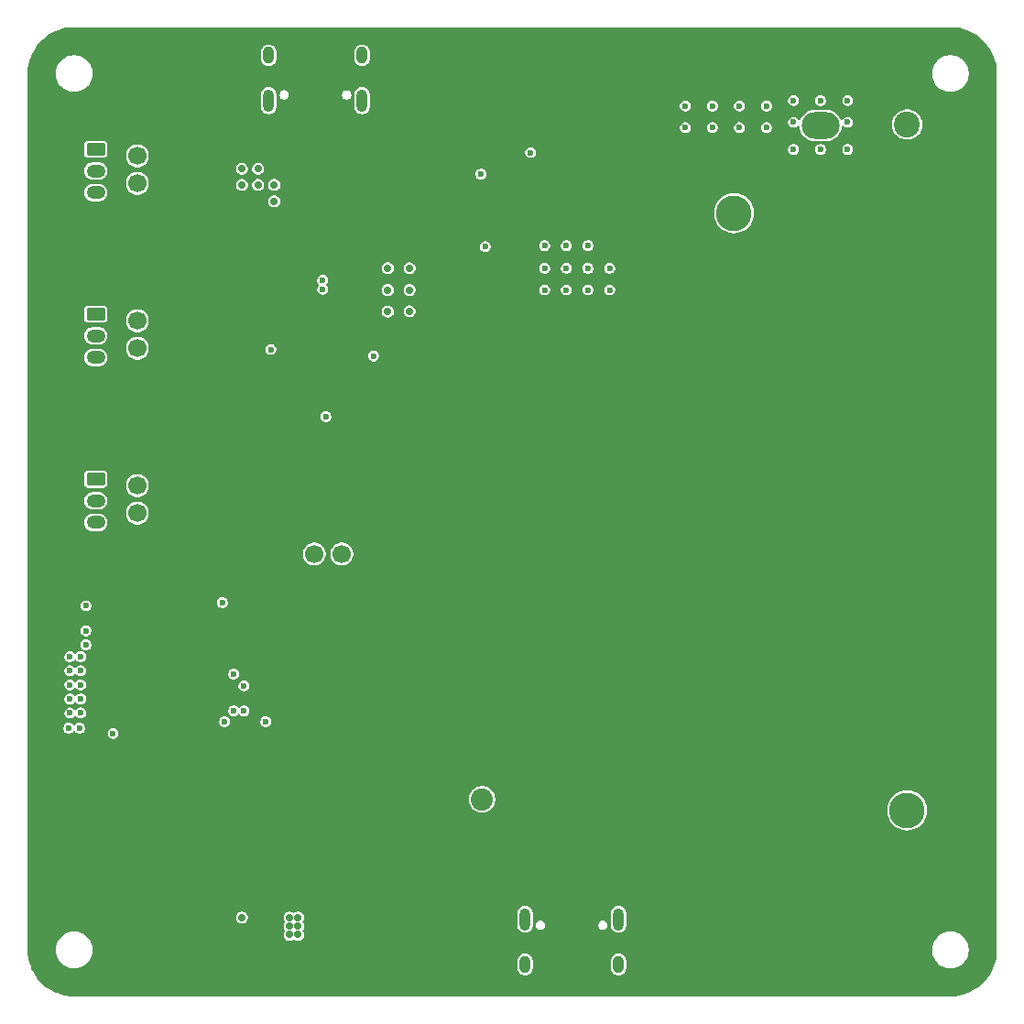
<source format=gbr>
%TF.GenerationSoftware,KiCad,Pcbnew,9.0.2*%
%TF.CreationDate,2025-12-08T13:49:20-08:00*%
%TF.ProjectId,BLV_PCB,424c565f-5043-4422-9e6b-696361645f70,rev?*%
%TF.SameCoordinates,Original*%
%TF.FileFunction,Copper,L3,Inr*%
%TF.FilePolarity,Positive*%
%FSLAX46Y46*%
G04 Gerber Fmt 4.6, Leading zero omitted, Abs format (unit mm)*
G04 Created by KiCad (PCBNEW 9.0.2) date 2025-12-08 13:49:20*
%MOMM*%
%LPD*%
G01*
G04 APERTURE LIST*
G04 Aperture macros list*
%AMRoundRect*
0 Rectangle with rounded corners*
0 $1 Rounding radius*
0 $2 $3 $4 $5 $6 $7 $8 $9 X,Y pos of 4 corners*
0 Add a 4 corners polygon primitive as box body*
4,1,4,$2,$3,$4,$5,$6,$7,$8,$9,$2,$3,0*
0 Add four circle primitives for the rounded corners*
1,1,$1+$1,$2,$3*
1,1,$1+$1,$4,$5*
1,1,$1+$1,$6,$7*
1,1,$1+$1,$8,$9*
0 Add four rect primitives between the rounded corners*
20,1,$1+$1,$2,$3,$4,$5,0*
20,1,$1+$1,$4,$5,$6,$7,0*
20,1,$1+$1,$6,$7,$8,$9,0*
20,1,$1+$1,$8,$9,$2,$3,0*%
G04 Aperture macros list end*
%TA.AperFunction,ComponentPad*%
%ADD10RoundRect,0.250000X-0.625000X0.350000X-0.625000X-0.350000X0.625000X-0.350000X0.625000X0.350000X0*%
%TD*%
%TA.AperFunction,ComponentPad*%
%ADD11O,1.750000X1.200000*%
%TD*%
%TA.AperFunction,ComponentPad*%
%ADD12R,1.700000X1.700000*%
%TD*%
%TA.AperFunction,ComponentPad*%
%ADD13C,1.700000*%
%TD*%
%TA.AperFunction,HeatsinkPad*%
%ADD14O,1.000000X2.100000*%
%TD*%
%TA.AperFunction,HeatsinkPad*%
%ADD15O,1.000000X1.600000*%
%TD*%
%TA.AperFunction,ComponentPad*%
%ADD16C,3.300000*%
%TD*%
%TA.AperFunction,ComponentPad*%
%ADD17C,2.400000*%
%TD*%
%TA.AperFunction,ComponentPad*%
%ADD18O,3.500000X2.500000*%
%TD*%
%TA.AperFunction,ComponentPad*%
%ADD19C,2.050000*%
%TD*%
%TA.AperFunction,ComponentPad*%
%ADD20C,2.250000*%
%TD*%
%TA.AperFunction,ViaPad*%
%ADD21C,0.700000*%
%TD*%
%TA.AperFunction,ViaPad*%
%ADD22C,0.600000*%
%TD*%
G04 APERTURE END LIST*
D10*
%TO.N,/Cube2_UART_TX*%
%TO.C,J3*%
X136500000Y-82000000D03*
D11*
%TO.N,/Cube2_UART_RX*%
X136500000Y-84000000D03*
%TO.N,unconnected-(J3-Pin_3-Pad3)*%
X136500000Y-86000000D03*
%TO.N,GND*%
X136500000Y-88000000D03*
%TD*%
D10*
%TO.N,/Cube1_UART_TX*%
%TO.C,J2*%
X136500000Y-66740000D03*
D11*
%TO.N,/Cube1_UART_RX*%
X136500000Y-68740000D03*
%TO.N,unconnected-(J2-Pin_3-Pad3)*%
X136500000Y-70740000D03*
%TO.N,GND*%
X136500000Y-72740000D03*
%TD*%
D12*
%TO.N,GND*%
%TO.C,J6*%
X140350000Y-87660000D03*
D13*
%TO.N,/Cube2_UART_RX*%
X140350000Y-85120000D03*
%TO.N,/Cube2_UART_TX*%
X140350000Y-82580000D03*
%TD*%
D14*
%TO.N,unconnected-(J10-SHIELD-PadS1)_1*%
%TO.C,J10*%
X176180000Y-122670000D03*
D15*
%TO.N,unconnected-(J10-SHIELD-PadS1)_3*%
X176180000Y-126850000D03*
D14*
%TO.N,unconnected-(J10-SHIELD-PadS1)_2*%
X184820000Y-122670000D03*
D15*
%TO.N,unconnected-(J10-SHIELD-PadS1)*%
X184820000Y-126850000D03*
%TD*%
D16*
%TO.N,*%
%TO.C,U4*%
X211500000Y-112600000D03*
X195500000Y-57400000D03*
D17*
X211500000Y-49200000D03*
D18*
%TO.N,GND*%
X203500000Y-120720000D03*
%TO.N,+BATT*%
X203500000Y-49280000D03*
%TD*%
D12*
%TO.N,GND*%
%TO.C,J5*%
X140350000Y-72420000D03*
D13*
%TO.N,/Cube1_UART_RX*%
X140350000Y-69880000D03*
%TO.N,/Cube1_UART_TX*%
X140350000Y-67340000D03*
%TD*%
D14*
%TO.N,unconnected-(J8-SHIELD-PadS1)*%
%TO.C,J8*%
X161120000Y-46990000D03*
D15*
%TO.N,unconnected-(J8-SHIELD-PadS1)_3*%
X161120000Y-42810000D03*
D14*
%TO.N,unconnected-(J8-SHIELD-PadS1)_1*%
X152480000Y-46990000D03*
D15*
%TO.N,unconnected-(J8-SHIELD-PadS1)_2*%
X152480000Y-42810000D03*
%TD*%
D12*
%TO.N,GND*%
%TO.C,J7*%
X154160000Y-88900000D03*
D13*
%TO.N,/MCU/SWCLK*%
X156700000Y-88900000D03*
%TO.N,/MCU/SWD*%
X159240000Y-88900000D03*
%TD*%
D12*
%TO.N,GND*%
%TO.C,J4*%
X140350000Y-57180000D03*
D13*
%TO.N,/Cube0_UART_RX*%
X140350000Y-54640000D03*
%TO.N,/Cube0_UART_TX*%
X140350000Y-52100000D03*
%TD*%
D10*
%TO.N,/Cube0_UART_TX*%
%TO.C,J1*%
X136500000Y-51500000D03*
D11*
%TO.N,/Cube0_UART_RX*%
X136500000Y-53500000D03*
%TO.N,unconnected-(J1-Pin_3-Pad3)*%
X136500000Y-55500000D03*
%TO.N,GND*%
X136500000Y-57500000D03*
%TD*%
D19*
%TO.N,/GNSS & MicroSD/GNSS_ANT*%
%TO.C,J12*%
X172200000Y-111600000D03*
D20*
%TO.N,GND*%
X169660000Y-109060000D03*
X169660000Y-114140000D03*
X174740000Y-109060000D03*
X174740000Y-114140000D03*
%TD*%
D21*
%TO.N,+3V3*%
X155200000Y-124100000D03*
D22*
X135100000Y-98400000D03*
X182000000Y-64500000D03*
D21*
X150000000Y-54800000D03*
D22*
X134100000Y-103600000D03*
D21*
X165493670Y-66482022D03*
D22*
X134100000Y-99700000D03*
D21*
X151500000Y-54800000D03*
D22*
X134100000Y-98400000D03*
D21*
X153000000Y-56300000D03*
D22*
X180000000Y-62500000D03*
X178000000Y-60400000D03*
X135600000Y-93700000D03*
X184000000Y-62500000D03*
D21*
X150000000Y-122500000D03*
D22*
X182000000Y-60400000D03*
D21*
X153000000Y-54800000D03*
D22*
X172500000Y-60500000D03*
X134100000Y-102300000D03*
X134000000Y-105000000D03*
X184000000Y-64500000D03*
D21*
X150000000Y-53300000D03*
D22*
X180000000Y-64500000D03*
D21*
X155200000Y-122500000D03*
X154400000Y-123300000D03*
D22*
X135100000Y-99700000D03*
D21*
X165500000Y-64500000D03*
X154400000Y-124100000D03*
X155200000Y-123300000D03*
D22*
X135100000Y-101000000D03*
X178000000Y-62500000D03*
D21*
X151500000Y-53300000D03*
D22*
X178000000Y-64500000D03*
X135100000Y-103600000D03*
X135100000Y-102300000D03*
D21*
X154400000Y-122500000D03*
X165500000Y-62500000D03*
D22*
X180000000Y-60400000D03*
X182000000Y-62500000D03*
X135600000Y-97300000D03*
D21*
X163500000Y-66500000D03*
X163500000Y-64500000D03*
D22*
X135600000Y-96000000D03*
X135000000Y-105000000D03*
D21*
X163500000Y-62500000D03*
D22*
X134100000Y-101000000D03*
%TO.N,+1V1*%
X162175000Y-70600000D03*
X157475000Y-64440000D03*
X157768413Y-76206587D03*
X152675000Y-70000000D03*
X157475000Y-63600000D03*
%TO.N,+BATT*%
X201000000Y-51500000D03*
X206000000Y-49000000D03*
X206000000Y-47000000D03*
X196000000Y-47500000D03*
X206000000Y-51500000D03*
X203500000Y-47000000D03*
X198500000Y-47500000D03*
X203500000Y-51500000D03*
X196000000Y-49500000D03*
X201000000Y-47000000D03*
X191000000Y-49500000D03*
X193500000Y-49500000D03*
X198500000Y-49500000D03*
X201000000Y-49000000D03*
X191000000Y-47500000D03*
X193500000Y-47500000D03*
%TO.N,GND*%
X196000000Y-53500000D03*
X133500000Y-112000000D03*
X131000000Y-71000000D03*
X141000000Y-41000000D03*
X186000000Y-98500000D03*
X206000000Y-86000000D03*
X203500000Y-86000000D03*
X173500000Y-106000000D03*
X188500000Y-58500000D03*
X216000000Y-86000000D03*
X193500000Y-66000000D03*
X156000000Y-101000000D03*
X186000000Y-101000000D03*
X208500000Y-98500000D03*
X211000000Y-53500000D03*
X193500000Y-61000000D03*
X138400000Y-52500000D03*
X142700000Y-81000000D03*
X188500000Y-103500000D03*
X168500000Y-128500000D03*
X163500000Y-56000000D03*
X131000000Y-61000000D03*
X191000000Y-126000000D03*
X206000000Y-113500000D03*
X141000000Y-46000000D03*
X206000000Y-78500000D03*
X211000000Y-128500000D03*
X208500000Y-111000000D03*
X158500000Y-128500000D03*
X201000000Y-41500000D03*
X198500000Y-44000000D03*
X158500000Y-94000000D03*
X206000000Y-56000000D03*
X146000000Y-123500000D03*
X216000000Y-61000000D03*
X193500000Y-108500000D03*
X198500000Y-83500000D03*
X213500000Y-63500000D03*
D21*
X151200000Y-111800000D03*
D22*
X201000000Y-101000000D03*
X142700000Y-78500000D03*
X213500000Y-121000000D03*
X211000000Y-47000000D03*
X179900000Y-119400000D03*
X183500000Y-86000000D03*
X162000000Y-111000000D03*
X216000000Y-106000000D03*
X138500000Y-128500000D03*
X176000000Y-93500000D03*
X164775000Y-70400000D03*
X156000000Y-126000000D03*
D21*
X161175000Y-64740000D03*
D22*
X183500000Y-91000000D03*
X188500000Y-108500000D03*
X201000000Y-103500000D03*
X208500000Y-53500000D03*
X173500000Y-43500000D03*
X158750000Y-69650000D03*
X188500000Y-113500000D03*
X141000000Y-43500000D03*
X188500000Y-41500000D03*
X151000000Y-43500000D03*
X143500000Y-48500000D03*
X206000000Y-111000000D03*
X208500000Y-71000000D03*
X183500000Y-98500000D03*
X206000000Y-103500000D03*
X181000000Y-101000000D03*
X201000000Y-83500000D03*
X173500000Y-103500000D03*
X176000000Y-103500000D03*
X191000000Y-123500000D03*
X176000000Y-41000000D03*
X208500000Y-66000000D03*
X188500000Y-56000000D03*
D21*
X147200000Y-63300000D03*
D22*
X206000000Y-106000000D03*
X181000000Y-96000000D03*
X188500000Y-123500000D03*
X188500000Y-128500000D03*
X161000000Y-128500000D03*
X183500000Y-96000000D03*
X196000000Y-71000000D03*
X203500000Y-113500000D03*
X178500000Y-103500000D03*
X171000000Y-81000000D03*
X138500000Y-41000000D03*
X181000000Y-78500000D03*
X208500000Y-116000000D03*
X133500000Y-88500000D03*
X171000000Y-86000000D03*
X173500000Y-78500000D03*
X213500000Y-111000000D03*
X193500000Y-106000000D03*
X156000000Y-108500000D03*
X183500000Y-101000000D03*
X211000000Y-93500000D03*
X131000000Y-81000000D03*
X168500000Y-41000000D03*
X186000000Y-83500000D03*
X206000000Y-58500000D03*
X141000000Y-93500000D03*
X167000000Y-114000000D03*
X206000000Y-96000000D03*
X149900000Y-70000000D03*
X178500000Y-101000000D03*
X151000000Y-126000000D03*
X186000000Y-44000000D03*
X198500000Y-98500000D03*
X133500000Y-86000000D03*
X216000000Y-71000000D03*
X161000000Y-99000000D03*
X133500000Y-73500000D03*
X186000000Y-103500000D03*
X208500000Y-41500000D03*
X211000000Y-96000000D03*
X193500000Y-41500000D03*
X211000000Y-121000000D03*
X198500000Y-126000000D03*
X206000000Y-93500000D03*
X216000000Y-91000000D03*
X166000000Y-43500000D03*
X148500000Y-128500000D03*
X168500000Y-106000000D03*
X181000000Y-98500000D03*
X181350905Y-118249095D03*
X208500000Y-73500000D03*
X196000000Y-103500000D03*
X178500000Y-96000000D03*
X203500000Y-53500000D03*
X201000000Y-108500000D03*
X201000000Y-78500000D03*
X188500000Y-121000000D03*
X213500000Y-96000000D03*
X139000000Y-78500000D03*
X211000000Y-41500000D03*
X193500000Y-126000000D03*
X188500000Y-53500000D03*
X191000000Y-63500000D03*
X203500000Y-41500000D03*
X178500000Y-128500000D03*
X131000000Y-103500000D03*
X173500000Y-63500000D03*
D21*
X149200000Y-61000000D03*
D22*
X168500000Y-123500000D03*
X156000000Y-106000000D03*
X161000000Y-126000000D03*
X136000000Y-63500000D03*
X206000000Y-41500000D03*
X146000000Y-78500000D03*
X196000000Y-116000000D03*
X131000000Y-66000000D03*
X183500000Y-93500000D03*
X159500000Y-121000000D03*
X203500000Y-68500000D03*
X206000000Y-91000000D03*
X173500000Y-51000000D03*
X161000000Y-56000000D03*
X159500000Y-116000000D03*
D21*
X147200000Y-61000000D03*
D22*
X143500000Y-41000000D03*
D21*
X160000000Y-86000000D03*
D22*
X216000000Y-101000000D03*
X146000000Y-76000000D03*
X203500000Y-63500000D03*
X178500000Y-76000000D03*
X168500000Y-58500000D03*
X176000000Y-73500000D03*
X211000000Y-106000000D03*
X186000000Y-73500000D03*
D21*
X154000000Y-78500000D03*
D22*
X201000000Y-116000000D03*
X183500000Y-116000000D03*
D21*
X153500000Y-84000000D03*
D22*
X203500000Y-106000000D03*
X211000000Y-66000000D03*
X131000000Y-76000000D03*
X162000000Y-116000000D03*
X198500000Y-108500000D03*
X171000000Y-78500000D03*
X133500000Y-78500000D03*
X158500000Y-58500000D03*
X203500000Y-58500000D03*
X206000000Y-68500000D03*
X211000000Y-44000000D03*
X156000000Y-43500000D03*
X216000000Y-76000000D03*
X131000000Y-48500000D03*
X198500000Y-116000000D03*
D21*
X149200000Y-59000000D03*
D22*
X216000000Y-111000000D03*
X138500000Y-43500000D03*
X178500000Y-126000000D03*
X168500000Y-63500000D03*
X216000000Y-88500000D03*
X203500000Y-44000000D03*
X196000000Y-44000000D03*
X156000000Y-99000000D03*
X216000000Y-96000000D03*
X213500000Y-86000000D03*
X166000000Y-93500000D03*
X211000000Y-73500000D03*
X161000000Y-106000000D03*
X201000000Y-63500000D03*
X151000000Y-128500000D03*
X183500000Y-108500000D03*
X131000000Y-91000000D03*
X178500000Y-44000000D03*
X133500000Y-51000000D03*
X143500000Y-51000000D03*
X167000000Y-109000000D03*
X206000000Y-108500000D03*
X181000000Y-93500000D03*
X153500000Y-99000000D03*
X153500000Y-103500000D03*
X176000000Y-78500000D03*
X163500000Y-93500000D03*
X166000000Y-53500000D03*
X206000000Y-76000000D03*
X183500000Y-41500000D03*
X203500000Y-103500000D03*
X208500000Y-44000000D03*
X159500000Y-111000000D03*
X175000000Y-111500000D03*
X186000000Y-86000000D03*
X168500000Y-66000000D03*
X181000000Y-88500000D03*
X198500000Y-68500000D03*
X183500000Y-78500000D03*
X171000000Y-61000000D03*
X208500000Y-81000000D03*
X198500000Y-73500000D03*
X176000000Y-101000000D03*
X198500000Y-53500000D03*
D21*
X153500000Y-80000000D03*
D22*
X143500000Y-43500000D03*
X181000000Y-81000000D03*
X176000000Y-43500000D03*
X166000000Y-48500000D03*
X146000000Y-81000000D03*
X168500000Y-53500000D03*
X176000000Y-81000000D03*
X198500000Y-93500000D03*
X176000000Y-71000000D03*
X213500000Y-113500000D03*
X159500000Y-113500000D03*
X201000000Y-106000000D03*
X196000000Y-113500000D03*
X208500000Y-128500000D03*
X211000000Y-88500000D03*
X186000000Y-53500000D03*
X206000000Y-116000000D03*
X171000000Y-41000000D03*
X163500000Y-48500000D03*
X208500000Y-96000000D03*
X211000000Y-103500000D03*
X176000000Y-96000000D03*
X178500000Y-111000000D03*
X213500000Y-66000000D03*
X171000000Y-96000000D03*
X206000000Y-126000000D03*
X213500000Y-78500000D03*
D21*
X158000000Y-86000000D03*
D22*
X186000000Y-91000000D03*
X216000000Y-48500000D03*
X178500000Y-78500000D03*
X166000000Y-61000000D03*
X188500000Y-86000000D03*
X148500000Y-101500000D03*
X206000000Y-73500000D03*
X211000000Y-91000000D03*
X166000000Y-56000000D03*
X196000000Y-61000000D03*
D21*
X149000000Y-64900000D03*
D22*
X131000000Y-96000000D03*
X196000000Y-73500000D03*
X153500000Y-41000000D03*
X191000000Y-128500000D03*
X131000000Y-83500000D03*
X216000000Y-83500000D03*
X201000000Y-98500000D03*
X213500000Y-58500000D03*
X208500000Y-88500000D03*
X196000000Y-126000000D03*
X186000000Y-93500000D03*
X186000000Y-56000000D03*
X161000000Y-91500000D03*
X163500000Y-91000000D03*
X157000000Y-111000000D03*
X173500000Y-76000000D03*
X196000000Y-68500000D03*
X141000000Y-48500000D03*
X208500000Y-93500000D03*
X146000000Y-112000000D03*
X191000000Y-103500000D03*
X196000000Y-108500000D03*
X188500000Y-98500000D03*
X153500000Y-91500000D03*
X138500000Y-123500000D03*
X213500000Y-118500000D03*
X131000000Y-73500000D03*
X131000000Y-63500000D03*
X146000000Y-93500000D03*
X196000000Y-101000000D03*
D21*
X149200000Y-57000000D03*
D22*
X201000000Y-93500000D03*
X216000000Y-78500000D03*
X216000000Y-66000000D03*
X208500000Y-101000000D03*
X159500000Y-118500000D03*
X166000000Y-128500000D03*
X208500000Y-113500000D03*
X181000000Y-128500000D03*
X201000000Y-44000000D03*
X193500000Y-63500000D03*
X146000000Y-96000000D03*
X151000000Y-46000000D03*
X211000000Y-51000000D03*
X196000000Y-123500000D03*
X198500000Y-96000000D03*
X168500000Y-68500000D03*
X206000000Y-44000000D03*
X213500000Y-81000000D03*
X161000000Y-101000000D03*
X216000000Y-53500000D03*
X183500000Y-103500000D03*
X178500000Y-71000000D03*
X211000000Y-98500000D03*
X196000000Y-81000000D03*
X181000000Y-126000000D03*
D21*
X147200000Y-59000000D03*
D22*
X211000000Y-71000000D03*
X193500000Y-83500000D03*
X166000000Y-126000000D03*
X188500000Y-96000000D03*
X158500000Y-91500000D03*
X201000000Y-58500000D03*
X156000000Y-71000000D03*
X198500000Y-118500000D03*
X216000000Y-121000000D03*
D21*
X151000000Y-64900000D03*
D22*
X216000000Y-56000000D03*
X208500000Y-76000000D03*
X211000000Y-76000000D03*
X216000000Y-58500000D03*
X147000000Y-45300000D03*
X208500000Y-103500000D03*
X146000000Y-88500000D03*
X181000000Y-108500000D03*
X186000000Y-41500000D03*
X161000000Y-51000000D03*
X131000000Y-86000000D03*
X203500000Y-98500000D03*
X216000000Y-93500000D03*
X143500000Y-128500000D03*
X133500000Y-81000000D03*
X193500000Y-91000000D03*
X196000000Y-88500000D03*
X163100000Y-75800000D03*
X196000000Y-121000000D03*
X158500000Y-108500000D03*
X133500000Y-48500000D03*
X168500000Y-43500000D03*
X186000000Y-126000000D03*
X213500000Y-103500000D03*
X206000000Y-88500000D03*
X166000000Y-91000000D03*
X138400000Y-54700000D03*
X193500000Y-81000000D03*
X157000000Y-123500000D03*
X188500000Y-116000000D03*
X201000000Y-56000000D03*
X169000000Y-91000000D03*
X131000000Y-51000000D03*
X161000000Y-103500000D03*
X206000000Y-53500000D03*
X198500000Y-58500000D03*
X208500000Y-121000000D03*
X193500000Y-128500000D03*
X193500000Y-123500000D03*
X163500000Y-108500000D03*
X216000000Y-108500000D03*
X203500000Y-108500000D03*
X201000000Y-123500000D03*
X206000000Y-61000000D03*
X203500000Y-56000000D03*
X171000000Y-71000000D03*
X191000000Y-44000000D03*
X198500000Y-101000000D03*
X156000000Y-41000000D03*
X162000000Y-121000000D03*
X206000000Y-101000000D03*
X196000000Y-78500000D03*
X213500000Y-51000000D03*
X191000000Y-58500000D03*
X203500000Y-96000000D03*
X201000000Y-81000000D03*
X156000000Y-72350000D03*
X203500000Y-76000000D03*
X193500000Y-101000000D03*
X169500000Y-117000000D03*
X140200000Y-60800000D03*
X208500000Y-78500000D03*
X193500000Y-56000000D03*
X198500000Y-123500000D03*
X173500000Y-98500000D03*
X158500000Y-103500000D03*
X183500000Y-128500000D03*
X153500000Y-51000000D03*
X208500000Y-91000000D03*
X162000000Y-118500000D03*
X191000000Y-116000000D03*
X198500000Y-41500000D03*
X138500000Y-103500000D03*
X157000000Y-121000000D03*
X198500000Y-61000000D03*
X173500000Y-61000000D03*
X131000000Y-111000000D03*
X156000000Y-128500000D03*
X206000000Y-81000000D03*
X163500000Y-126000000D03*
X188500000Y-106000000D03*
X201000000Y-53500000D03*
D21*
X151200000Y-107200000D03*
D22*
X143500000Y-126000000D03*
X198500000Y-86000000D03*
X188500000Y-93500000D03*
D21*
X147200000Y-57000000D03*
D22*
X188500000Y-91000000D03*
X153500000Y-94000000D03*
X186000000Y-128500000D03*
D21*
X161175000Y-63940000D03*
D22*
X163500000Y-101000000D03*
X211000000Y-126000000D03*
X178500000Y-73500000D03*
X198500000Y-71000000D03*
X211000000Y-58500000D03*
X146000000Y-91000000D03*
X163500000Y-53500000D03*
X176000000Y-106000000D03*
X208500000Y-58500000D03*
X196000000Y-111000000D03*
X181000000Y-53500000D03*
X203500000Y-91000000D03*
X198500000Y-88500000D03*
X176000000Y-83500000D03*
X213500000Y-116000000D03*
X141000000Y-123500000D03*
X163500000Y-51000000D03*
X216000000Y-118500000D03*
X138500000Y-98500000D03*
X208500000Y-83500000D03*
X188500000Y-63500000D03*
X173500000Y-71000000D03*
X162000000Y-113500000D03*
X198500000Y-56000000D03*
X151000000Y-48500000D03*
X143500000Y-46000000D03*
X173500000Y-48500000D03*
X206000000Y-118500000D03*
X175000000Y-117000000D03*
X179000000Y-53500000D03*
X203500000Y-123500000D03*
X203500000Y-101000000D03*
X176000000Y-128500000D03*
X158500000Y-101000000D03*
X143500000Y-109000000D03*
X133500000Y-56000000D03*
X206000000Y-128500000D03*
X198500000Y-78500000D03*
X178500000Y-98500000D03*
X154700000Y-60900000D03*
X213500000Y-101000000D03*
X213500000Y-56000000D03*
D21*
X151200000Y-115200000D03*
D22*
X173500000Y-81000000D03*
X196000000Y-128500000D03*
X163500000Y-128500000D03*
X171000000Y-66000000D03*
X203500000Y-93500000D03*
X203500000Y-61000000D03*
X150600000Y-67800000D03*
X163500000Y-41000000D03*
X206000000Y-121000000D03*
X188500000Y-73500000D03*
X196000000Y-63500000D03*
X164775000Y-68600000D03*
X176000000Y-98500000D03*
X138500000Y-48500000D03*
X178500000Y-91000000D03*
X193500000Y-103500000D03*
D21*
X149200000Y-63300000D03*
D22*
X155000000Y-53500000D03*
X211000000Y-101000000D03*
X161875000Y-66890000D03*
X137000000Y-75000000D03*
X211000000Y-61000000D03*
X193500000Y-113500000D03*
X188500000Y-118500000D03*
X208500000Y-106000000D03*
X188500000Y-88500000D03*
X216000000Y-113500000D03*
X211000000Y-78500000D03*
D21*
X152800000Y-116600000D03*
D22*
X191000000Y-106000000D03*
X211000000Y-83500000D03*
X153500000Y-128500000D03*
X203500000Y-81000000D03*
X178500000Y-113500000D03*
X138500000Y-96000000D03*
X198500000Y-121000000D03*
X178500000Y-81000000D03*
X196000000Y-98500000D03*
X158800000Y-78800000D03*
X173500000Y-88500000D03*
X186000000Y-71000000D03*
X188500000Y-83500000D03*
X201000000Y-96000000D03*
X159500000Y-123500000D03*
X131000000Y-58500000D03*
X158500000Y-41000000D03*
X166000000Y-58500000D03*
X153500000Y-43500000D03*
X131000000Y-93500000D03*
X172100000Y-108900000D03*
X201000000Y-86000000D03*
X193500000Y-86000000D03*
X164775000Y-71400000D03*
X158500000Y-106000000D03*
X148500000Y-126000000D03*
X201000000Y-61000000D03*
X143500000Y-112000000D03*
X181000000Y-91000000D03*
X168500000Y-103500000D03*
X198500000Y-91000000D03*
X158750000Y-72350000D03*
X131000000Y-78500000D03*
D21*
X152800000Y-108600000D03*
D22*
X181000000Y-41500000D03*
X161000000Y-58500000D03*
X211000000Y-68500000D03*
X193500000Y-44000000D03*
X193500000Y-121000000D03*
X143500000Y-88500000D03*
X211000000Y-81000000D03*
X208500000Y-49000000D03*
X216000000Y-98500000D03*
X191000000Y-118500000D03*
X133500000Y-53500000D03*
X213500000Y-91000000D03*
X213500000Y-76000000D03*
X196000000Y-76000000D03*
X148500000Y-41000000D03*
X173500000Y-121000000D03*
X173500000Y-83500000D03*
X193500000Y-53500000D03*
X213500000Y-106000000D03*
X198500000Y-106000000D03*
X178500000Y-116000000D03*
X196000000Y-96000000D03*
X181000000Y-106000000D03*
X208500000Y-118500000D03*
X166000000Y-41000000D03*
X181000000Y-73500000D03*
X208500000Y-68500000D03*
X140000000Y-65000000D03*
X198500000Y-103500000D03*
X208500000Y-61000000D03*
X186000000Y-106000000D03*
X178500000Y-83500000D03*
X163500000Y-43500000D03*
X196000000Y-86000000D03*
X216000000Y-116000000D03*
X188500000Y-111000000D03*
X208500000Y-47000000D03*
X171000000Y-88500000D03*
X148500000Y-43500000D03*
X213500000Y-93500000D03*
X216000000Y-68500000D03*
X198500000Y-111000000D03*
X138500000Y-46000000D03*
X157375000Y-71000000D03*
X174500000Y-57100000D03*
X191000000Y-41500000D03*
X173500000Y-73500000D03*
X156000000Y-69650000D03*
X193500000Y-116000000D03*
X143000000Y-58000000D03*
X178500000Y-93500000D03*
D21*
X160000000Y-84000000D03*
D22*
X203500000Y-66000000D03*
X133500000Y-83500000D03*
X163500000Y-58500000D03*
X201000000Y-71000000D03*
X198500000Y-128500000D03*
X146000000Y-83500000D03*
X203500000Y-111000000D03*
X201000000Y-73500000D03*
X143500000Y-91000000D03*
X146000000Y-86000000D03*
X131000000Y-98500000D03*
X146000000Y-128500000D03*
X211000000Y-116000000D03*
X193500000Y-93500000D03*
X188500000Y-71000000D03*
X166000000Y-51000000D03*
X158500000Y-53500000D03*
X186000000Y-123500000D03*
X208500000Y-51000000D03*
X136500000Y-78500000D03*
X183500000Y-126000000D03*
X131000000Y-108500000D03*
X171000000Y-51000000D03*
X193500000Y-58500000D03*
X153500000Y-126000000D03*
X213500000Y-73500000D03*
X171000000Y-76000000D03*
X201000000Y-91000000D03*
X171000000Y-103500000D03*
X203500000Y-88500000D03*
D21*
X153500000Y-82000000D03*
D22*
X198500000Y-66000000D03*
X146000000Y-41000000D03*
X157000000Y-116000000D03*
X171000000Y-98500000D03*
X206000000Y-63500000D03*
X208500000Y-108500000D03*
X206000000Y-66000000D03*
X143500000Y-93500000D03*
X163500000Y-88500000D03*
X131000000Y-53500000D03*
X175500000Y-57100000D03*
X173500000Y-86000000D03*
X191000000Y-111000000D03*
X211000000Y-86000000D03*
X171000000Y-48500000D03*
X201000000Y-68500000D03*
X156000000Y-103500000D03*
X181000000Y-71000000D03*
D21*
X160000000Y-82000000D03*
D22*
X161000000Y-41000000D03*
X155575000Y-78300000D03*
X181000000Y-44000000D03*
X198500000Y-81000000D03*
D21*
X154000000Y-86000000D03*
D22*
X186000000Y-96000000D03*
X168500000Y-126000000D03*
X171000000Y-101000000D03*
X131000000Y-68500000D03*
X178500000Y-106000000D03*
X216000000Y-73500000D03*
X181000000Y-103500000D03*
X151000000Y-41000000D03*
X146000000Y-43500000D03*
X216000000Y-51000000D03*
X193500000Y-118500000D03*
X131000000Y-88500000D03*
X203500000Y-128500000D03*
X158500000Y-126000000D03*
X188500000Y-61000000D03*
X211000000Y-63500000D03*
X133500000Y-68500000D03*
X136000000Y-112000000D03*
X193500000Y-96000000D03*
X139500000Y-75000000D03*
X206000000Y-71000000D03*
X191000000Y-108500000D03*
X203500000Y-116000000D03*
X184000000Y-118500000D03*
X201000000Y-126000000D03*
X171000000Y-43500000D03*
X183500000Y-106000000D03*
X141000000Y-101000000D03*
X143500000Y-98500000D03*
X141000000Y-128500000D03*
X176000000Y-86000000D03*
X203500000Y-78500000D03*
X216000000Y-103500000D03*
X163500000Y-99000000D03*
X178500000Y-108500000D03*
X168500000Y-51000000D03*
X213500000Y-98500000D03*
X173500000Y-123500000D03*
X196000000Y-66000000D03*
X216000000Y-63500000D03*
D21*
X151200000Y-113400000D03*
D22*
X173500000Y-101000000D03*
X211000000Y-108500000D03*
X146000000Y-109000000D03*
X198500000Y-113500000D03*
X175000000Y-57900000D03*
X193500000Y-98500000D03*
X203500000Y-126000000D03*
X157375000Y-69650000D03*
X201000000Y-121000000D03*
X158750000Y-71000000D03*
X168500000Y-48500000D03*
X151000000Y-51000000D03*
X196000000Y-106000000D03*
X133500000Y-71000000D03*
X168500000Y-61000000D03*
X213500000Y-61000000D03*
X201000000Y-113500000D03*
X183500000Y-53500000D03*
X181000000Y-76000000D03*
X201000000Y-66000000D03*
X157375000Y-72350000D03*
X138500000Y-101000000D03*
X173500000Y-96000000D03*
X141000000Y-91000000D03*
X171000000Y-121000000D03*
X183500000Y-71000000D03*
X146000000Y-126000000D03*
X171000000Y-73500000D03*
X141000000Y-126000000D03*
X211000000Y-123500000D03*
X157000000Y-118500000D03*
X186000000Y-58500000D03*
X161000000Y-53500000D03*
X193500000Y-88500000D03*
X203500000Y-118500000D03*
X143500000Y-107000000D03*
X201000000Y-111000000D03*
X143500000Y-123500000D03*
X138500000Y-126000000D03*
X191000000Y-56000000D03*
X173500000Y-66000000D03*
X201000000Y-88500000D03*
X186000000Y-116000000D03*
X148500000Y-123500000D03*
D21*
X160000000Y-80000000D03*
D22*
X206000000Y-98500000D03*
X146000000Y-106000000D03*
X171000000Y-68500000D03*
X171000000Y-63500000D03*
X171000000Y-123500000D03*
X158500000Y-56000000D03*
X201000000Y-118500000D03*
X172200000Y-114200000D03*
X203500000Y-71000000D03*
X186000000Y-88500000D03*
X213500000Y-108500000D03*
X183500000Y-44000000D03*
X211000000Y-56000000D03*
X208500000Y-123500000D03*
X188500000Y-101000000D03*
X181000000Y-116000000D03*
X213500000Y-71000000D03*
X188500000Y-126000000D03*
X133500000Y-63500000D03*
X186000000Y-108500000D03*
X208500000Y-63500000D03*
X198500000Y-76000000D03*
X176000000Y-76000000D03*
X131000000Y-101000000D03*
X186000000Y-118500000D03*
X191000000Y-113500000D03*
X141000000Y-98500000D03*
X153500000Y-101000000D03*
X168500000Y-56000000D03*
X206000000Y-123500000D03*
X213500000Y-83500000D03*
X193500000Y-111000000D03*
X186000000Y-121000000D03*
X213500000Y-53500000D03*
X208500000Y-126000000D03*
X188500000Y-44000000D03*
X137500000Y-65000000D03*
D21*
X151200000Y-110200000D03*
D22*
X191000000Y-121000000D03*
X178500000Y-41500000D03*
X162000000Y-123500000D03*
X183500000Y-88500000D03*
X148000000Y-75000000D03*
X150700000Y-72000000D03*
X213500000Y-68500000D03*
X171000000Y-83500000D03*
X211000000Y-118500000D03*
X201000000Y-76000000D03*
X173500000Y-41000000D03*
X157000000Y-113500000D03*
X158500000Y-43500000D03*
X206000000Y-83500000D03*
X141000000Y-109000000D03*
X163500000Y-61000000D03*
X131000000Y-56000000D03*
X203500000Y-83500000D03*
X171000000Y-106000000D03*
X191000000Y-61000000D03*
X133500000Y-58500000D03*
X208500000Y-86000000D03*
X201000000Y-128500000D03*
X216000000Y-81000000D03*
X203500000Y-73500000D03*
X208500000Y-56000000D03*
X196000000Y-118500000D03*
X175000000Y-56200000D03*
X196000000Y-93500000D03*
D21*
X156000000Y-86000000D03*
X151200000Y-108600000D03*
D22*
X193500000Y-78500000D03*
X196000000Y-91000000D03*
X161000000Y-108500000D03*
X198500000Y-63500000D03*
X196000000Y-83500000D03*
X191000000Y-53500000D03*
X131000000Y-106000000D03*
X133500000Y-66000000D03*
X196000000Y-41500000D03*
X213500000Y-88500000D03*
X143000000Y-59000000D03*
X156000000Y-94000000D03*
X140200000Y-59100000D03*
%TO.N,/GNSS & MicroSD/SPI_CS1*%
X138100000Y-105500000D03*
X148200000Y-93400000D03*
%TO.N,/GNSS & MicroSD/SPI_MOSI*%
X148400000Y-104400000D03*
X152200000Y-104400000D03*
%TO.N,/GNSS & MicroSD/SPI_MISO*%
X149250000Y-100000000D03*
X149250000Y-103400000D03*
%TO.N,/Power/Vin*%
X176700000Y-51800000D03*
X172100000Y-53800000D03*
%TO.N,/GNSS & MicroSD/SPI_CS0*%
X150200000Y-101100000D03*
X150200000Y-103400000D03*
%TD*%
%TA.AperFunction,Conductor*%
%TO.N,GND*%
G36*
X215502855Y-40200632D02*
G01*
X215890991Y-40218576D01*
X215902381Y-40219632D01*
X216284363Y-40272916D01*
X216295607Y-40275018D01*
X216671043Y-40363320D01*
X216682033Y-40366447D01*
X217047732Y-40489017D01*
X217058399Y-40493150D01*
X217411212Y-40648932D01*
X217421465Y-40654037D01*
X217758382Y-40841699D01*
X217768120Y-40847728D01*
X218035848Y-41031126D01*
X218086303Y-41065688D01*
X218095443Y-41072591D01*
X218392143Y-41318968D01*
X218400607Y-41326684D01*
X218673315Y-41599392D01*
X218681031Y-41607856D01*
X218927408Y-41904556D01*
X218934311Y-41913696D01*
X219152271Y-42231879D01*
X219158300Y-42241617D01*
X219345962Y-42578534D01*
X219351067Y-42588787D01*
X219506849Y-42941600D01*
X219510987Y-42952280D01*
X219633548Y-43317953D01*
X219636682Y-43328969D01*
X219724979Y-43704384D01*
X219727084Y-43715643D01*
X219780366Y-44097611D01*
X219781423Y-44109016D01*
X219799366Y-44497143D01*
X219799498Y-44502869D01*
X219799496Y-125460113D01*
X219799496Y-125497124D01*
X219799364Y-125502851D01*
X219781419Y-125890980D01*
X219780362Y-125902384D01*
X219727080Y-126284352D01*
X219724975Y-126295611D01*
X219636679Y-126671027D01*
X219633545Y-126682043D01*
X219510984Y-127047715D01*
X219506847Y-127058395D01*
X219351065Y-127411209D01*
X219345959Y-127421462D01*
X219158297Y-127758379D01*
X219152268Y-127768117D01*
X218934308Y-128086300D01*
X218927405Y-128095440D01*
X218681028Y-128392141D01*
X218673312Y-128400605D01*
X218400605Y-128673312D01*
X218392141Y-128681028D01*
X218095440Y-128927405D01*
X218086300Y-128934308D01*
X217768117Y-129152268D01*
X217758379Y-129158297D01*
X217421462Y-129345959D01*
X217411209Y-129351065D01*
X217058395Y-129506847D01*
X217047715Y-129510984D01*
X216682043Y-129633545D01*
X216671027Y-129636679D01*
X216295611Y-129724975D01*
X216284352Y-129727080D01*
X215902384Y-129780362D01*
X215890980Y-129781419D01*
X215502851Y-129799364D01*
X215497124Y-129799496D01*
X134502872Y-129799496D01*
X134497145Y-129799364D01*
X134109015Y-129781419D01*
X134097611Y-129780362D01*
X133715643Y-129727080D01*
X133704384Y-129724975D01*
X133328969Y-129636678D01*
X133317953Y-129633544D01*
X132952272Y-129510980D01*
X132941592Y-129506842D01*
X132588796Y-129351067D01*
X132578548Y-129345964D01*
X132375212Y-129232707D01*
X132241618Y-129158295D01*
X132231880Y-129152266D01*
X131913698Y-128934307D01*
X131904558Y-128927404D01*
X131607857Y-128681027D01*
X131599393Y-128673311D01*
X131326687Y-128400604D01*
X131318971Y-128392140D01*
X131072593Y-128095438D01*
X131065690Y-128086298D01*
X131025741Y-128027980D01*
X130885725Y-127823581D01*
X130847731Y-127768116D01*
X130841702Y-127758378D01*
X130751561Y-127596545D01*
X130654028Y-127421440D01*
X130648936Y-127411213D01*
X130564064Y-127218995D01*
X175479499Y-127218995D01*
X175506418Y-127354322D01*
X175506421Y-127354332D01*
X175559221Y-127481804D01*
X175559228Y-127481817D01*
X175635885Y-127596541D01*
X175635888Y-127596545D01*
X175733454Y-127694111D01*
X175733458Y-127694114D01*
X175848182Y-127770771D01*
X175848195Y-127770778D01*
X175975667Y-127823578D01*
X175975672Y-127823580D01*
X175975676Y-127823580D01*
X175975677Y-127823581D01*
X176111004Y-127850500D01*
X176111007Y-127850500D01*
X176248995Y-127850500D01*
X176340041Y-127832389D01*
X176384328Y-127823580D01*
X176511811Y-127770775D01*
X176626542Y-127694114D01*
X176724114Y-127596542D01*
X176800775Y-127481811D01*
X176853580Y-127354328D01*
X176880500Y-127218995D01*
X184119499Y-127218995D01*
X184146418Y-127354322D01*
X184146421Y-127354332D01*
X184199221Y-127481804D01*
X184199228Y-127481817D01*
X184275885Y-127596541D01*
X184275888Y-127596545D01*
X184373454Y-127694111D01*
X184373458Y-127694114D01*
X184488182Y-127770771D01*
X184488195Y-127770778D01*
X184615667Y-127823578D01*
X184615672Y-127823580D01*
X184615676Y-127823580D01*
X184615677Y-127823581D01*
X184751004Y-127850500D01*
X184751007Y-127850500D01*
X184888995Y-127850500D01*
X184980041Y-127832389D01*
X185024328Y-127823580D01*
X185151811Y-127770775D01*
X185266542Y-127694114D01*
X185364114Y-127596542D01*
X185440775Y-127481811D01*
X185493580Y-127354328D01*
X185520500Y-127218993D01*
X185520500Y-126481007D01*
X185520500Y-126481004D01*
X185493581Y-126345677D01*
X185493580Y-126345676D01*
X185493580Y-126345672D01*
X185455495Y-126253726D01*
X185440778Y-126218195D01*
X185440771Y-126218182D01*
X185364114Y-126103458D01*
X185364111Y-126103454D01*
X185266545Y-126005888D01*
X185266541Y-126005885D01*
X185151817Y-125929228D01*
X185151804Y-125929221D01*
X185024332Y-125876421D01*
X185024322Y-125876418D01*
X184888995Y-125849500D01*
X184888993Y-125849500D01*
X184751007Y-125849500D01*
X184751005Y-125849500D01*
X184615677Y-125876418D01*
X184615667Y-125876421D01*
X184488195Y-125929221D01*
X184488182Y-125929228D01*
X184373458Y-126005885D01*
X184373454Y-126005888D01*
X184275888Y-126103454D01*
X184275885Y-126103458D01*
X184199228Y-126218182D01*
X184199221Y-126218195D01*
X184146421Y-126345667D01*
X184146418Y-126345677D01*
X184119500Y-126481004D01*
X184119500Y-126481007D01*
X184119500Y-127218993D01*
X184119500Y-127218995D01*
X184119499Y-127218995D01*
X176880500Y-127218995D01*
X176880500Y-127218993D01*
X176880500Y-126481007D01*
X176880500Y-126481004D01*
X176853581Y-126345677D01*
X176853580Y-126345676D01*
X176853580Y-126345672D01*
X176815495Y-126253726D01*
X176800778Y-126218195D01*
X176800771Y-126218182D01*
X176724114Y-126103458D01*
X176724111Y-126103454D01*
X176626545Y-126005888D01*
X176626541Y-126005885D01*
X176511817Y-125929228D01*
X176511804Y-125929221D01*
X176384332Y-125876421D01*
X176384322Y-125876418D01*
X176248995Y-125849500D01*
X176248993Y-125849500D01*
X176111007Y-125849500D01*
X176111005Y-125849500D01*
X175975677Y-125876418D01*
X175975667Y-125876421D01*
X175848195Y-125929221D01*
X175848182Y-125929228D01*
X175733458Y-126005885D01*
X175733454Y-126005888D01*
X175635888Y-126103454D01*
X175635885Y-126103458D01*
X175559228Y-126218182D01*
X175559221Y-126218195D01*
X175506421Y-126345667D01*
X175506418Y-126345677D01*
X175479500Y-126481004D01*
X175479500Y-126481007D01*
X175479500Y-127218993D01*
X175479500Y-127218995D01*
X175479499Y-127218995D01*
X130564064Y-127218995D01*
X130493150Y-127058390D01*
X130489022Y-127047736D01*
X130366450Y-126682029D01*
X130363323Y-126671039D01*
X130275021Y-126295603D01*
X130272918Y-126284352D01*
X130268645Y-126253722D01*
X130219636Y-125902377D01*
X130218580Y-125890980D01*
X130217907Y-125876418D01*
X130200634Y-125502829D01*
X130200503Y-125497187D01*
X130200503Y-125388549D01*
X132799500Y-125388549D01*
X132799500Y-125611450D01*
X132799501Y-125611466D01*
X132828594Y-125832452D01*
X132828595Y-125832457D01*
X132828596Y-125832463D01*
X132875065Y-126005888D01*
X132886290Y-126047780D01*
X132886293Y-126047790D01*
X132971593Y-126253722D01*
X132971595Y-126253726D01*
X133083052Y-126446774D01*
X133083057Y-126446780D01*
X133083058Y-126446782D01*
X133218751Y-126623622D01*
X133218757Y-126623629D01*
X133376370Y-126781242D01*
X133376376Y-126781247D01*
X133553226Y-126916948D01*
X133746274Y-127028405D01*
X133952219Y-127113710D01*
X134167537Y-127171404D01*
X134388543Y-127200500D01*
X134388550Y-127200500D01*
X134611450Y-127200500D01*
X134611457Y-127200500D01*
X134832463Y-127171404D01*
X135047781Y-127113710D01*
X135253726Y-127028405D01*
X135446774Y-126916948D01*
X135623624Y-126781247D01*
X135781247Y-126623624D01*
X135916948Y-126446774D01*
X135924524Y-126433650D01*
X135936498Y-126412914D01*
X136028401Y-126253733D01*
X136028401Y-126253732D01*
X136028405Y-126253726D01*
X136113710Y-126047781D01*
X136171404Y-125832463D01*
X136200500Y-125611457D01*
X136200500Y-125388549D01*
X213799500Y-125388549D01*
X213799500Y-125611450D01*
X213799501Y-125611466D01*
X213828594Y-125832452D01*
X213828595Y-125832457D01*
X213828596Y-125832463D01*
X213875065Y-126005888D01*
X213886290Y-126047780D01*
X213886293Y-126047790D01*
X213971593Y-126253722D01*
X213971595Y-126253726D01*
X214083052Y-126446774D01*
X214083057Y-126446780D01*
X214083058Y-126446782D01*
X214218751Y-126623622D01*
X214218757Y-126623629D01*
X214376370Y-126781242D01*
X214376376Y-126781247D01*
X214553226Y-126916948D01*
X214746274Y-127028405D01*
X214952219Y-127113710D01*
X215167537Y-127171404D01*
X215388543Y-127200500D01*
X215388550Y-127200500D01*
X215611450Y-127200500D01*
X215611457Y-127200500D01*
X215832463Y-127171404D01*
X216047781Y-127113710D01*
X216253726Y-127028405D01*
X216446774Y-126916948D01*
X216623624Y-126781247D01*
X216781247Y-126623624D01*
X216916948Y-126446774D01*
X217028405Y-126253726D01*
X217113710Y-126047781D01*
X217171404Y-125832463D01*
X217200500Y-125611457D01*
X217200500Y-125388543D01*
X217171404Y-125167537D01*
X217113710Y-124952219D01*
X217028405Y-124746274D01*
X216916948Y-124553226D01*
X216877867Y-124502294D01*
X216781248Y-124376377D01*
X216781242Y-124376370D01*
X216623629Y-124218757D01*
X216623622Y-124218751D01*
X216446782Y-124083058D01*
X216446780Y-124083057D01*
X216446774Y-124083052D01*
X216253726Y-123971595D01*
X216253722Y-123971593D01*
X216047790Y-123886293D01*
X216047783Y-123886291D01*
X216047781Y-123886290D01*
X215832463Y-123828596D01*
X215832457Y-123828595D01*
X215832452Y-123828594D01*
X215611466Y-123799501D01*
X215611463Y-123799500D01*
X215611457Y-123799500D01*
X215388543Y-123799500D01*
X215388537Y-123799500D01*
X215388533Y-123799501D01*
X215167547Y-123828594D01*
X215167540Y-123828595D01*
X215167537Y-123828596D01*
X214952219Y-123886290D01*
X214952209Y-123886293D01*
X214746277Y-123971593D01*
X214746273Y-123971595D01*
X214553226Y-124083052D01*
X214553217Y-124083058D01*
X214376377Y-124218751D01*
X214376370Y-124218757D01*
X214218757Y-124376370D01*
X214218751Y-124376377D01*
X214083058Y-124553217D01*
X214083052Y-124553226D01*
X213971595Y-124746273D01*
X213971593Y-124746277D01*
X213886293Y-124952209D01*
X213886290Y-124952219D01*
X213828597Y-125167534D01*
X213828594Y-125167547D01*
X213799501Y-125388533D01*
X213799500Y-125388549D01*
X136200500Y-125388549D01*
X136200500Y-125388543D01*
X136171404Y-125167537D01*
X136113710Y-124952219D01*
X136028405Y-124746274D01*
X135916948Y-124553226D01*
X135877867Y-124502294D01*
X135781248Y-124376377D01*
X135781242Y-124376370D01*
X135623629Y-124218757D01*
X135623622Y-124218751D01*
X135446782Y-124083058D01*
X135446780Y-124083057D01*
X135446774Y-124083052D01*
X135253726Y-123971595D01*
X135253722Y-123971593D01*
X135047790Y-123886293D01*
X135047783Y-123886291D01*
X135047781Y-123886290D01*
X134832463Y-123828596D01*
X134832457Y-123828595D01*
X134832452Y-123828594D01*
X134611466Y-123799501D01*
X134611463Y-123799500D01*
X134611457Y-123799500D01*
X134388543Y-123799500D01*
X134388537Y-123799500D01*
X134388533Y-123799501D01*
X134167547Y-123828594D01*
X134167540Y-123828595D01*
X134167537Y-123828596D01*
X133952219Y-123886290D01*
X133952209Y-123886293D01*
X133746277Y-123971593D01*
X133746273Y-123971595D01*
X133553226Y-124083052D01*
X133553217Y-124083058D01*
X133376377Y-124218751D01*
X133376370Y-124218757D01*
X133218757Y-124376370D01*
X133218751Y-124376377D01*
X133083058Y-124553217D01*
X133083052Y-124553226D01*
X132971595Y-124746273D01*
X132971593Y-124746277D01*
X132886293Y-124952209D01*
X132886290Y-124952219D01*
X132828597Y-125167534D01*
X132828594Y-125167547D01*
X132799501Y-125388533D01*
X132799500Y-125388549D01*
X130200503Y-125388549D01*
X130200503Y-122427525D01*
X149449500Y-122427525D01*
X149449500Y-122572475D01*
X149487016Y-122712485D01*
X149487017Y-122712488D01*
X149559488Y-122838011D01*
X149559490Y-122838013D01*
X149559491Y-122838015D01*
X149661985Y-122940509D01*
X149661986Y-122940510D01*
X149661988Y-122940511D01*
X149787511Y-123012982D01*
X149787512Y-123012982D01*
X149787515Y-123012984D01*
X149927525Y-123050500D01*
X149927528Y-123050500D01*
X150072472Y-123050500D01*
X150072475Y-123050500D01*
X150212485Y-123012984D01*
X150338015Y-122940509D01*
X150440509Y-122838015D01*
X150512984Y-122712485D01*
X150550500Y-122572475D01*
X150550500Y-122427525D01*
X153849500Y-122427525D01*
X153849500Y-122572475D01*
X153887016Y-122712485D01*
X153887017Y-122712488D01*
X153959482Y-122838000D01*
X153975955Y-122905900D01*
X153959482Y-122962000D01*
X153887017Y-123087511D01*
X153887016Y-123087515D01*
X153849500Y-123227525D01*
X153849500Y-123372475D01*
X153887016Y-123512485D01*
X153887017Y-123512488D01*
X153959482Y-123638000D01*
X153975955Y-123705900D01*
X153959482Y-123762000D01*
X153887017Y-123887511D01*
X153887016Y-123887515D01*
X153849500Y-124027525D01*
X153849500Y-124172475D01*
X153887016Y-124312485D01*
X153887017Y-124312488D01*
X153959488Y-124438011D01*
X153959490Y-124438013D01*
X153959491Y-124438015D01*
X154061985Y-124540509D01*
X154061986Y-124540510D01*
X154061988Y-124540511D01*
X154187511Y-124612982D01*
X154187512Y-124612982D01*
X154187515Y-124612984D01*
X154327525Y-124650500D01*
X154327528Y-124650500D01*
X154472472Y-124650500D01*
X154472475Y-124650500D01*
X154612485Y-124612984D01*
X154738002Y-124540516D01*
X154805899Y-124524044D01*
X154861996Y-124540515D01*
X154987515Y-124612984D01*
X155127525Y-124650500D01*
X155127528Y-124650500D01*
X155272472Y-124650500D01*
X155272475Y-124650500D01*
X155412485Y-124612984D01*
X155538015Y-124540509D01*
X155640509Y-124438015D01*
X155712984Y-124312485D01*
X155750500Y-124172475D01*
X155750500Y-124027525D01*
X155712984Y-123887515D01*
X155640516Y-123761997D01*
X155624044Y-123694101D01*
X155640515Y-123638003D01*
X155712984Y-123512485D01*
X155750500Y-123372475D01*
X155750500Y-123288995D01*
X175479499Y-123288995D01*
X175506418Y-123424322D01*
X175506421Y-123424332D01*
X175559221Y-123551804D01*
X175559228Y-123551817D01*
X175635885Y-123666541D01*
X175635888Y-123666545D01*
X175733454Y-123764111D01*
X175733458Y-123764114D01*
X175848182Y-123840771D01*
X175848195Y-123840778D01*
X175975667Y-123893578D01*
X175975672Y-123893580D01*
X175975676Y-123893580D01*
X175975677Y-123893581D01*
X176111004Y-123920500D01*
X176111007Y-123920500D01*
X176248995Y-123920500D01*
X176340041Y-123902389D01*
X176384328Y-123893580D01*
X176511811Y-123840775D01*
X176626542Y-123764114D01*
X176724114Y-123666542D01*
X176800775Y-123551811D01*
X176853580Y-123424328D01*
X176880500Y-123288993D01*
X176880500Y-123143982D01*
X177184500Y-123143982D01*
X177184500Y-123256018D01*
X177213497Y-123364237D01*
X177269515Y-123461263D01*
X177348737Y-123540485D01*
X177445763Y-123596503D01*
X177553982Y-123625500D01*
X177553984Y-123625500D01*
X177666016Y-123625500D01*
X177666018Y-123625500D01*
X177774237Y-123596503D01*
X177871263Y-123540485D01*
X177950485Y-123461263D01*
X178006503Y-123364237D01*
X178035500Y-123256018D01*
X178035500Y-123143982D01*
X182964500Y-123143982D01*
X182964500Y-123256018D01*
X182993497Y-123364237D01*
X183049515Y-123461263D01*
X183128737Y-123540485D01*
X183225763Y-123596503D01*
X183333982Y-123625500D01*
X183333984Y-123625500D01*
X183446016Y-123625500D01*
X183446018Y-123625500D01*
X183554237Y-123596503D01*
X183651263Y-123540485D01*
X183730485Y-123461263D01*
X183786503Y-123364237D01*
X183806664Y-123288995D01*
X184119499Y-123288995D01*
X184146418Y-123424322D01*
X184146421Y-123424332D01*
X184199221Y-123551804D01*
X184199228Y-123551817D01*
X184275885Y-123666541D01*
X184275888Y-123666545D01*
X184373454Y-123764111D01*
X184373458Y-123764114D01*
X184488182Y-123840771D01*
X184488195Y-123840778D01*
X184615667Y-123893578D01*
X184615672Y-123893580D01*
X184615676Y-123893580D01*
X184615677Y-123893581D01*
X184751004Y-123920500D01*
X184751007Y-123920500D01*
X184888995Y-123920500D01*
X184980041Y-123902389D01*
X185024328Y-123893580D01*
X185151811Y-123840775D01*
X185266542Y-123764114D01*
X185364114Y-123666542D01*
X185440775Y-123551811D01*
X185493580Y-123424328D01*
X185520500Y-123288993D01*
X185520500Y-122051007D01*
X185520500Y-122051004D01*
X185493581Y-121915677D01*
X185493580Y-121915676D01*
X185493580Y-121915672D01*
X185493578Y-121915667D01*
X185440778Y-121788195D01*
X185440771Y-121788182D01*
X185364114Y-121673458D01*
X185364111Y-121673454D01*
X185266545Y-121575888D01*
X185266541Y-121575885D01*
X185151817Y-121499228D01*
X185151804Y-121499221D01*
X185024332Y-121446421D01*
X185024322Y-121446418D01*
X184888995Y-121419500D01*
X184888993Y-121419500D01*
X184751007Y-121419500D01*
X184751005Y-121419500D01*
X184615677Y-121446418D01*
X184615667Y-121446421D01*
X184488195Y-121499221D01*
X184488182Y-121499228D01*
X184373458Y-121575885D01*
X184373454Y-121575888D01*
X184275888Y-121673454D01*
X184275885Y-121673458D01*
X184199228Y-121788182D01*
X184199221Y-121788195D01*
X184146421Y-121915667D01*
X184146418Y-121915677D01*
X184119500Y-122051004D01*
X184119500Y-122051007D01*
X184119500Y-123288993D01*
X184119500Y-123288995D01*
X184119499Y-123288995D01*
X183806664Y-123288995D01*
X183815500Y-123256018D01*
X183815500Y-123143982D01*
X183786503Y-123035763D01*
X183730485Y-122938737D01*
X183651263Y-122859515D01*
X183554237Y-122803497D01*
X183446018Y-122774500D01*
X183333982Y-122774500D01*
X183225763Y-122803497D01*
X183225760Y-122803498D01*
X183128740Y-122859513D01*
X183128734Y-122859517D01*
X183049517Y-122938734D01*
X183049513Y-122938740D01*
X182993498Y-123035760D01*
X182993497Y-123035763D01*
X182964500Y-123143982D01*
X178035500Y-123143982D01*
X178006503Y-123035763D01*
X177950485Y-122938737D01*
X177871263Y-122859515D01*
X177774237Y-122803497D01*
X177666018Y-122774500D01*
X177553982Y-122774500D01*
X177445763Y-122803497D01*
X177445760Y-122803498D01*
X177348740Y-122859513D01*
X177348734Y-122859517D01*
X177269517Y-122938734D01*
X177269513Y-122938740D01*
X177213498Y-123035760D01*
X177213497Y-123035763D01*
X177184500Y-123143982D01*
X176880500Y-123143982D01*
X176880500Y-122051007D01*
X176880500Y-122051004D01*
X176853581Y-121915677D01*
X176853580Y-121915676D01*
X176853580Y-121915672D01*
X176853578Y-121915667D01*
X176800778Y-121788195D01*
X176800771Y-121788182D01*
X176724114Y-121673458D01*
X176724111Y-121673454D01*
X176626545Y-121575888D01*
X176626541Y-121575885D01*
X176511817Y-121499228D01*
X176511804Y-121499221D01*
X176384332Y-121446421D01*
X176384322Y-121446418D01*
X176248995Y-121419500D01*
X176248993Y-121419500D01*
X176111007Y-121419500D01*
X176111005Y-121419500D01*
X175975677Y-121446418D01*
X175975667Y-121446421D01*
X175848195Y-121499221D01*
X175848182Y-121499228D01*
X175733458Y-121575885D01*
X175733454Y-121575888D01*
X175635888Y-121673454D01*
X175635885Y-121673458D01*
X175559228Y-121788182D01*
X175559221Y-121788195D01*
X175506421Y-121915667D01*
X175506418Y-121915677D01*
X175479500Y-122051004D01*
X175479500Y-122051007D01*
X175479500Y-123288993D01*
X175479500Y-123288995D01*
X175479499Y-123288995D01*
X155750500Y-123288995D01*
X155750500Y-123227525D01*
X155712984Y-123087515D01*
X155640516Y-122961997D01*
X155624044Y-122894101D01*
X155640515Y-122838003D01*
X155712984Y-122712485D01*
X155750500Y-122572475D01*
X155750500Y-122427525D01*
X155712984Y-122287515D01*
X155640509Y-122161985D01*
X155538015Y-122059491D01*
X155538013Y-122059490D01*
X155538011Y-122059488D01*
X155412488Y-121987017D01*
X155412489Y-121987017D01*
X155401006Y-121983940D01*
X155272475Y-121949500D01*
X155127525Y-121949500D01*
X154998993Y-121983940D01*
X154987511Y-121987017D01*
X154862000Y-122059482D01*
X154794100Y-122075955D01*
X154738000Y-122059482D01*
X154612488Y-121987017D01*
X154612489Y-121987017D01*
X154601006Y-121983940D01*
X154472475Y-121949500D01*
X154327525Y-121949500D01*
X154198993Y-121983940D01*
X154187511Y-121987017D01*
X154061988Y-122059488D01*
X154061982Y-122059493D01*
X153959493Y-122161982D01*
X153959488Y-122161988D01*
X153887017Y-122287511D01*
X153887016Y-122287515D01*
X153849500Y-122427525D01*
X150550500Y-122427525D01*
X150512984Y-122287515D01*
X150440509Y-122161985D01*
X150338015Y-122059491D01*
X150338013Y-122059490D01*
X150338011Y-122059488D01*
X150212488Y-121987017D01*
X150212489Y-121987017D01*
X150201006Y-121983940D01*
X150072475Y-121949500D01*
X149927525Y-121949500D01*
X149798993Y-121983940D01*
X149787511Y-121987017D01*
X149661988Y-122059488D01*
X149661982Y-122059493D01*
X149559493Y-122161982D01*
X149559488Y-122161988D01*
X149487017Y-122287511D01*
X149487016Y-122287515D01*
X149449500Y-122427525D01*
X130200503Y-122427525D01*
X130200502Y-111503551D01*
X170974500Y-111503551D01*
X170974500Y-111696448D01*
X171004675Y-111886969D01*
X171004676Y-111886972D01*
X171064285Y-112070429D01*
X171151859Y-112242302D01*
X171265241Y-112398359D01*
X171401641Y-112534759D01*
X171557698Y-112648141D01*
X171729571Y-112735715D01*
X171913028Y-112795324D01*
X172103551Y-112825500D01*
X172103552Y-112825500D01*
X172296448Y-112825500D01*
X172296449Y-112825500D01*
X172486972Y-112795324D01*
X172670429Y-112735715D01*
X172842302Y-112648141D01*
X172998359Y-112534759D01*
X173054407Y-112478711D01*
X209649500Y-112478711D01*
X209649500Y-112721288D01*
X209681161Y-112961785D01*
X209743947Y-113196104D01*
X209836773Y-113420205D01*
X209836776Y-113420212D01*
X209958064Y-113630289D01*
X209958066Y-113630292D01*
X209958067Y-113630293D01*
X210105733Y-113822736D01*
X210105739Y-113822743D01*
X210277256Y-113994260D01*
X210277262Y-113994265D01*
X210469711Y-114141936D01*
X210679788Y-114263224D01*
X210903900Y-114356054D01*
X211138211Y-114418838D01*
X211318586Y-114442584D01*
X211378711Y-114450500D01*
X211378712Y-114450500D01*
X211621289Y-114450500D01*
X211669388Y-114444167D01*
X211861789Y-114418838D01*
X212096100Y-114356054D01*
X212320212Y-114263224D01*
X212530289Y-114141936D01*
X212722738Y-113994265D01*
X212894265Y-113822738D01*
X213041936Y-113630289D01*
X213163224Y-113420212D01*
X213256054Y-113196100D01*
X213318838Y-112961789D01*
X213350500Y-112721288D01*
X213350500Y-112478712D01*
X213318838Y-112238211D01*
X213256054Y-112003900D01*
X213163224Y-111779788D01*
X213041936Y-111569711D01*
X212894265Y-111377262D01*
X212894260Y-111377256D01*
X212722743Y-111205739D01*
X212722736Y-111205733D01*
X212530293Y-111058067D01*
X212530292Y-111058066D01*
X212530289Y-111058064D01*
X212320212Y-110936776D01*
X212320205Y-110936773D01*
X212096104Y-110843947D01*
X211938217Y-110801641D01*
X211861789Y-110781162D01*
X211861788Y-110781161D01*
X211861785Y-110781161D01*
X211621289Y-110749500D01*
X211621288Y-110749500D01*
X211378712Y-110749500D01*
X211378711Y-110749500D01*
X211138214Y-110781161D01*
X210903895Y-110843947D01*
X210679794Y-110936773D01*
X210679785Y-110936777D01*
X210469706Y-111058067D01*
X210277263Y-111205733D01*
X210277256Y-111205739D01*
X210105739Y-111377256D01*
X210105733Y-111377263D01*
X209958067Y-111569706D01*
X209836777Y-111779785D01*
X209836773Y-111779794D01*
X209743947Y-112003895D01*
X209681161Y-112238214D01*
X209649500Y-112478711D01*
X173054407Y-112478711D01*
X173134759Y-112398359D01*
X173248141Y-112242302D01*
X173335715Y-112070429D01*
X173395324Y-111886972D01*
X173425500Y-111696449D01*
X173425500Y-111503551D01*
X173395324Y-111313028D01*
X173335715Y-111129571D01*
X173248141Y-110957698D01*
X173134759Y-110801641D01*
X172998359Y-110665241D01*
X172842302Y-110551859D01*
X172670429Y-110464285D01*
X172486972Y-110404676D01*
X172486970Y-110404675D01*
X172486969Y-110404675D01*
X172340614Y-110381495D01*
X172296449Y-110374500D01*
X172103551Y-110374500D01*
X172067697Y-110380178D01*
X171913030Y-110404675D01*
X171729568Y-110464286D01*
X171557697Y-110551859D01*
X171468661Y-110616547D01*
X171401641Y-110665241D01*
X171401639Y-110665243D01*
X171401638Y-110665243D01*
X171265243Y-110801638D01*
X171265243Y-110801639D01*
X171265241Y-110801641D01*
X171234505Y-110843946D01*
X171151859Y-110957697D01*
X171064286Y-111129568D01*
X171004675Y-111313030D01*
X170974500Y-111503551D01*
X130200502Y-111503551D01*
X130200502Y-104934108D01*
X133499500Y-104934108D01*
X133499500Y-105065891D01*
X133533608Y-105193187D01*
X133566554Y-105250250D01*
X133599500Y-105307314D01*
X133692686Y-105400500D01*
X133806814Y-105466392D01*
X133934108Y-105500500D01*
X133934110Y-105500500D01*
X134065890Y-105500500D01*
X134065892Y-105500500D01*
X134193186Y-105466392D01*
X134307314Y-105400500D01*
X134400500Y-105307314D01*
X134400504Y-105307306D01*
X134401625Y-105305847D01*
X134402892Y-105304921D01*
X134406247Y-105301567D01*
X134406770Y-105302090D01*
X134458053Y-105264645D01*
X134527799Y-105260491D01*
X134588719Y-105294704D01*
X134598375Y-105305847D01*
X134599498Y-105307311D01*
X134599500Y-105307314D01*
X134692686Y-105400500D01*
X134806814Y-105466392D01*
X134934108Y-105500500D01*
X134934110Y-105500500D01*
X135065890Y-105500500D01*
X135065892Y-105500500D01*
X135193186Y-105466392D01*
X135249103Y-105434108D01*
X137599500Y-105434108D01*
X137599500Y-105565891D01*
X137633608Y-105693187D01*
X137666554Y-105750250D01*
X137699500Y-105807314D01*
X137792686Y-105900500D01*
X137906814Y-105966392D01*
X138034108Y-106000500D01*
X138034110Y-106000500D01*
X138165890Y-106000500D01*
X138165892Y-106000500D01*
X138293186Y-105966392D01*
X138407314Y-105900500D01*
X138500500Y-105807314D01*
X138566392Y-105693186D01*
X138600500Y-105565892D01*
X138600500Y-105434108D01*
X138566392Y-105306814D01*
X138500500Y-105192686D01*
X138407314Y-105099500D01*
X138349100Y-105065890D01*
X138293187Y-105033608D01*
X138229539Y-105016554D01*
X138165892Y-104999500D01*
X138034108Y-104999500D01*
X137906812Y-105033608D01*
X137792686Y-105099500D01*
X137792683Y-105099502D01*
X137699502Y-105192683D01*
X137699500Y-105192686D01*
X137633608Y-105306812D01*
X137599500Y-105434108D01*
X135249103Y-105434108D01*
X135307314Y-105400500D01*
X135400500Y-105307314D01*
X135466392Y-105193186D01*
X135500500Y-105065892D01*
X135500500Y-104934108D01*
X135466392Y-104806814D01*
X135400500Y-104692686D01*
X135307314Y-104599500D01*
X135250250Y-104566554D01*
X135193187Y-104533608D01*
X135129539Y-104516554D01*
X135065892Y-104499500D01*
X134934108Y-104499500D01*
X134806812Y-104533608D01*
X134692686Y-104599500D01*
X134692683Y-104599502D01*
X134599498Y-104692687D01*
X134598370Y-104694158D01*
X134597102Y-104695083D01*
X134593753Y-104698433D01*
X134593230Y-104697910D01*
X134541940Y-104735356D01*
X134472193Y-104739506D01*
X134411275Y-104705289D01*
X134401630Y-104694158D01*
X134400501Y-104692687D01*
X134307316Y-104599502D01*
X134307314Y-104599500D01*
X134250250Y-104566554D01*
X134193187Y-104533608D01*
X134129539Y-104516554D01*
X134065892Y-104499500D01*
X133934108Y-104499500D01*
X133806812Y-104533608D01*
X133692686Y-104599500D01*
X133692683Y-104599502D01*
X133599502Y-104692683D01*
X133599500Y-104692686D01*
X133533608Y-104806812D01*
X133499500Y-104934108D01*
X130200502Y-104934108D01*
X130200502Y-104334108D01*
X147899500Y-104334108D01*
X147899500Y-104465891D01*
X147933608Y-104593187D01*
X147966554Y-104650250D01*
X147999500Y-104707314D01*
X148092686Y-104800500D01*
X148206814Y-104866392D01*
X148334108Y-104900500D01*
X148334110Y-104900500D01*
X148465890Y-104900500D01*
X148465892Y-104900500D01*
X148593186Y-104866392D01*
X148707314Y-104800500D01*
X148800500Y-104707314D01*
X148866392Y-104593186D01*
X148900500Y-104465892D01*
X148900500Y-104334108D01*
X151699500Y-104334108D01*
X151699500Y-104465891D01*
X151733608Y-104593187D01*
X151766554Y-104650250D01*
X151799500Y-104707314D01*
X151892686Y-104800500D01*
X152006814Y-104866392D01*
X152134108Y-104900500D01*
X152134110Y-104900500D01*
X152265890Y-104900500D01*
X152265892Y-104900500D01*
X152393186Y-104866392D01*
X152507314Y-104800500D01*
X152600500Y-104707314D01*
X152666392Y-104593186D01*
X152700500Y-104465892D01*
X152700500Y-104334108D01*
X152666392Y-104206814D01*
X152600500Y-104092686D01*
X152507314Y-103999500D01*
X152450250Y-103966554D01*
X152393187Y-103933608D01*
X152329539Y-103916554D01*
X152265892Y-103899500D01*
X152134108Y-103899500D01*
X152006812Y-103933608D01*
X151892686Y-103999500D01*
X151892683Y-103999502D01*
X151799502Y-104092683D01*
X151799500Y-104092686D01*
X151733608Y-104206812D01*
X151699500Y-104334108D01*
X148900500Y-104334108D01*
X148866392Y-104206814D01*
X148800500Y-104092686D01*
X148707314Y-103999500D01*
X148650250Y-103966554D01*
X148593187Y-103933608D01*
X148529539Y-103916554D01*
X148465892Y-103899500D01*
X148334108Y-103899500D01*
X148206812Y-103933608D01*
X148092686Y-103999500D01*
X148092683Y-103999502D01*
X147999502Y-104092683D01*
X147999500Y-104092686D01*
X147933608Y-104206812D01*
X147899500Y-104334108D01*
X130200502Y-104334108D01*
X130200502Y-103534108D01*
X133599500Y-103534108D01*
X133599500Y-103665892D01*
X133614131Y-103720495D01*
X133633608Y-103793187D01*
X133666554Y-103850250D01*
X133699500Y-103907314D01*
X133792686Y-104000500D01*
X133906814Y-104066392D01*
X134034108Y-104100500D01*
X134034110Y-104100500D01*
X134165890Y-104100500D01*
X134165892Y-104100500D01*
X134293186Y-104066392D01*
X134407314Y-104000500D01*
X134500500Y-103907314D01*
X134500504Y-103907306D01*
X134501625Y-103905847D01*
X134502892Y-103904921D01*
X134506247Y-103901567D01*
X134506770Y-103902090D01*
X134558053Y-103864645D01*
X134627799Y-103860491D01*
X134688719Y-103894704D01*
X134698375Y-103905847D01*
X134699498Y-103907311D01*
X134699500Y-103907314D01*
X134792686Y-104000500D01*
X134906814Y-104066392D01*
X135034108Y-104100500D01*
X135034110Y-104100500D01*
X135165890Y-104100500D01*
X135165892Y-104100500D01*
X135293186Y-104066392D01*
X135407314Y-104000500D01*
X135500500Y-103907314D01*
X135566392Y-103793186D01*
X135600500Y-103665892D01*
X135600500Y-103534108D01*
X135566392Y-103406814D01*
X135566389Y-103406808D01*
X135555520Y-103387982D01*
X135555519Y-103387981D01*
X135540879Y-103362624D01*
X135524415Y-103334108D01*
X148749500Y-103334108D01*
X148749500Y-103465891D01*
X148783608Y-103593187D01*
X148816554Y-103650250D01*
X148849500Y-103707314D01*
X148942686Y-103800500D01*
X149056814Y-103866392D01*
X149184108Y-103900500D01*
X149184110Y-103900500D01*
X149315890Y-103900500D01*
X149315892Y-103900500D01*
X149443186Y-103866392D01*
X149557314Y-103800500D01*
X149637319Y-103720495D01*
X149698642Y-103687010D01*
X149768334Y-103691994D01*
X149812681Y-103720495D01*
X149892686Y-103800500D01*
X150006814Y-103866392D01*
X150134108Y-103900500D01*
X150134110Y-103900500D01*
X150265890Y-103900500D01*
X150265892Y-103900500D01*
X150393186Y-103866392D01*
X150507314Y-103800500D01*
X150600500Y-103707314D01*
X150666392Y-103593186D01*
X150700500Y-103465892D01*
X150700500Y-103334108D01*
X150666392Y-103206814D01*
X150600500Y-103092686D01*
X150507314Y-102999500D01*
X150450250Y-102966554D01*
X150393187Y-102933608D01*
X150329539Y-102916554D01*
X150265892Y-102899500D01*
X150134108Y-102899500D01*
X150006812Y-102933608D01*
X149892686Y-102999500D01*
X149892683Y-102999502D01*
X149812681Y-103079505D01*
X149751358Y-103112990D01*
X149681666Y-103108006D01*
X149637319Y-103079505D01*
X149557316Y-102999502D01*
X149557314Y-102999500D01*
X149500250Y-102966554D01*
X149443187Y-102933608D01*
X149379539Y-102916554D01*
X149315892Y-102899500D01*
X149184108Y-102899500D01*
X149056812Y-102933608D01*
X148942686Y-102999500D01*
X148942683Y-102999502D01*
X148849502Y-103092683D01*
X148849500Y-103092686D01*
X148783608Y-103206812D01*
X148749500Y-103334108D01*
X135524415Y-103334108D01*
X135500500Y-103292686D01*
X135407314Y-103199500D01*
X135350250Y-103166554D01*
X135293187Y-103133608D01*
X135197637Y-103108006D01*
X135165892Y-103099500D01*
X135034108Y-103099500D01*
X134906812Y-103133608D01*
X134792686Y-103199500D01*
X134792683Y-103199502D01*
X134699498Y-103292687D01*
X134698370Y-103294158D01*
X134697102Y-103295083D01*
X134693753Y-103298433D01*
X134693230Y-103297910D01*
X134641940Y-103335356D01*
X134572193Y-103339506D01*
X134511275Y-103305289D01*
X134501630Y-103294158D01*
X134500501Y-103292687D01*
X134407316Y-103199502D01*
X134407314Y-103199500D01*
X134350250Y-103166554D01*
X134293187Y-103133608D01*
X134197637Y-103108006D01*
X134165892Y-103099500D01*
X134034108Y-103099500D01*
X133906812Y-103133608D01*
X133792686Y-103199500D01*
X133792683Y-103199502D01*
X133699502Y-103292683D01*
X133699500Y-103292686D01*
X133633608Y-103406812D01*
X133617778Y-103465892D01*
X133599500Y-103534108D01*
X130200502Y-103534108D01*
X130200502Y-102234108D01*
X133599500Y-102234108D01*
X133599500Y-102365891D01*
X133633608Y-102493187D01*
X133666554Y-102550250D01*
X133699500Y-102607314D01*
X133792686Y-102700500D01*
X133906814Y-102766392D01*
X134034108Y-102800500D01*
X134034110Y-102800500D01*
X134165890Y-102800500D01*
X134165892Y-102800500D01*
X134293186Y-102766392D01*
X134407314Y-102700500D01*
X134500500Y-102607314D01*
X134500504Y-102607306D01*
X134501625Y-102605847D01*
X134502892Y-102604921D01*
X134506247Y-102601567D01*
X134506770Y-102602090D01*
X134558053Y-102564645D01*
X134627799Y-102560491D01*
X134688719Y-102594704D01*
X134698375Y-102605847D01*
X134699498Y-102607311D01*
X134699500Y-102607314D01*
X134792686Y-102700500D01*
X134906814Y-102766392D01*
X135034108Y-102800500D01*
X135034110Y-102800500D01*
X135165890Y-102800500D01*
X135165892Y-102800500D01*
X135293186Y-102766392D01*
X135407314Y-102700500D01*
X135500500Y-102607314D01*
X135566392Y-102493186D01*
X135600500Y-102365892D01*
X135600500Y-102234108D01*
X135566392Y-102106814D01*
X135500500Y-101992686D01*
X135407314Y-101899500D01*
X135350250Y-101866554D01*
X135293187Y-101833608D01*
X135229539Y-101816554D01*
X135165892Y-101799500D01*
X135034108Y-101799500D01*
X134906812Y-101833608D01*
X134792686Y-101899500D01*
X134792683Y-101899502D01*
X134699498Y-101992687D01*
X134698370Y-101994158D01*
X134697102Y-101995083D01*
X134693753Y-101998433D01*
X134693230Y-101997910D01*
X134641940Y-102035356D01*
X134572193Y-102039506D01*
X134511275Y-102005289D01*
X134501630Y-101994158D01*
X134500501Y-101992687D01*
X134407316Y-101899502D01*
X134407314Y-101899500D01*
X134350250Y-101866554D01*
X134293187Y-101833608D01*
X134229539Y-101816554D01*
X134165892Y-101799500D01*
X134034108Y-101799500D01*
X133906812Y-101833608D01*
X133792686Y-101899500D01*
X133792683Y-101899502D01*
X133699502Y-101992683D01*
X133699500Y-101992686D01*
X133633608Y-102106812D01*
X133599500Y-102234108D01*
X130200502Y-102234108D01*
X130200502Y-100934108D01*
X133599500Y-100934108D01*
X133599500Y-101065891D01*
X133633608Y-101193187D01*
X133666554Y-101250250D01*
X133699500Y-101307314D01*
X133792686Y-101400500D01*
X133906814Y-101466392D01*
X134034108Y-101500500D01*
X134034110Y-101500500D01*
X134165890Y-101500500D01*
X134165892Y-101500500D01*
X134293186Y-101466392D01*
X134407314Y-101400500D01*
X134500500Y-101307314D01*
X134500504Y-101307306D01*
X134501625Y-101305847D01*
X134502892Y-101304921D01*
X134506247Y-101301567D01*
X134506770Y-101302090D01*
X134558053Y-101264645D01*
X134627799Y-101260491D01*
X134688719Y-101294704D01*
X134698375Y-101305847D01*
X134699498Y-101307311D01*
X134699500Y-101307314D01*
X134792686Y-101400500D01*
X134906814Y-101466392D01*
X135034108Y-101500500D01*
X135034110Y-101500500D01*
X135165890Y-101500500D01*
X135165892Y-101500500D01*
X135293186Y-101466392D01*
X135407314Y-101400500D01*
X135500500Y-101307314D01*
X135566392Y-101193186D01*
X135600500Y-101065892D01*
X135600500Y-101034108D01*
X149699500Y-101034108D01*
X149699500Y-101165891D01*
X149733608Y-101293187D01*
X149741766Y-101307316D01*
X149799500Y-101407314D01*
X149892686Y-101500500D01*
X150006814Y-101566392D01*
X150134108Y-101600500D01*
X150134110Y-101600500D01*
X150265890Y-101600500D01*
X150265892Y-101600500D01*
X150393186Y-101566392D01*
X150507314Y-101500500D01*
X150600500Y-101407314D01*
X150666392Y-101293186D01*
X150700500Y-101165892D01*
X150700500Y-101034108D01*
X150666392Y-100906814D01*
X150600500Y-100792686D01*
X150507314Y-100699500D01*
X150450250Y-100666554D01*
X150393187Y-100633608D01*
X150329539Y-100616554D01*
X150265892Y-100599500D01*
X150134108Y-100599500D01*
X150006812Y-100633608D01*
X149892686Y-100699500D01*
X149892683Y-100699502D01*
X149799502Y-100792683D01*
X149799500Y-100792686D01*
X149733608Y-100906812D01*
X149699500Y-101034108D01*
X135600500Y-101034108D01*
X135600500Y-100934108D01*
X135566392Y-100806814D01*
X135500500Y-100692686D01*
X135407314Y-100599500D01*
X135350250Y-100566554D01*
X135293187Y-100533608D01*
X135229539Y-100516554D01*
X135165892Y-100499500D01*
X135034108Y-100499500D01*
X134906812Y-100533608D01*
X134792686Y-100599500D01*
X134792683Y-100599502D01*
X134699498Y-100692687D01*
X134698370Y-100694158D01*
X134697102Y-100695083D01*
X134693753Y-100698433D01*
X134693230Y-100697910D01*
X134641940Y-100735356D01*
X134572193Y-100739506D01*
X134511275Y-100705289D01*
X134501630Y-100694158D01*
X134500501Y-100692687D01*
X134407316Y-100599502D01*
X134407314Y-100599500D01*
X134350250Y-100566554D01*
X134293187Y-100533608D01*
X134229539Y-100516554D01*
X134165892Y-100499500D01*
X134034108Y-100499500D01*
X133906812Y-100533608D01*
X133792686Y-100599500D01*
X133792683Y-100599502D01*
X133699502Y-100692683D01*
X133699500Y-100692686D01*
X133633608Y-100806812D01*
X133599500Y-100934108D01*
X130200502Y-100934108D01*
X130200502Y-99634108D01*
X133599500Y-99634108D01*
X133599500Y-99765891D01*
X133633608Y-99893187D01*
X133666554Y-99950250D01*
X133699500Y-100007314D01*
X133792686Y-100100500D01*
X133906814Y-100166392D01*
X134034108Y-100200500D01*
X134034110Y-100200500D01*
X134165890Y-100200500D01*
X134165892Y-100200500D01*
X134293186Y-100166392D01*
X134407314Y-100100500D01*
X134500500Y-100007314D01*
X134500504Y-100007306D01*
X134501625Y-100005847D01*
X134502892Y-100004921D01*
X134506247Y-100001567D01*
X134506770Y-100002090D01*
X134558053Y-99964645D01*
X134627799Y-99960491D01*
X134688719Y-99994704D01*
X134698375Y-100005847D01*
X134699498Y-100007311D01*
X134699500Y-100007314D01*
X134792686Y-100100500D01*
X134906814Y-100166392D01*
X135034108Y-100200500D01*
X135034110Y-100200500D01*
X135165890Y-100200500D01*
X135165892Y-100200500D01*
X135293186Y-100166392D01*
X135407314Y-100100500D01*
X135500500Y-100007314D01*
X135542766Y-99934108D01*
X148749500Y-99934108D01*
X148749500Y-100065891D01*
X148783608Y-100193187D01*
X148816554Y-100250250D01*
X148849500Y-100307314D01*
X148942686Y-100400500D01*
X149056814Y-100466392D01*
X149184108Y-100500500D01*
X149184110Y-100500500D01*
X149315890Y-100500500D01*
X149315892Y-100500500D01*
X149443186Y-100466392D01*
X149557314Y-100400500D01*
X149650500Y-100307314D01*
X149716392Y-100193186D01*
X149750500Y-100065892D01*
X149750500Y-99934108D01*
X149716392Y-99806814D01*
X149650500Y-99692686D01*
X149557314Y-99599500D01*
X149500250Y-99566554D01*
X149443187Y-99533608D01*
X149343188Y-99506814D01*
X149315892Y-99499500D01*
X149184108Y-99499500D01*
X149056812Y-99533608D01*
X148942686Y-99599500D01*
X148942683Y-99599502D01*
X148849502Y-99692683D01*
X148849500Y-99692686D01*
X148783608Y-99806812D01*
X148749500Y-99934108D01*
X135542766Y-99934108D01*
X135566392Y-99893186D01*
X135600500Y-99765892D01*
X135600500Y-99634108D01*
X135566392Y-99506814D01*
X135500500Y-99392686D01*
X135407314Y-99299500D01*
X135350250Y-99266554D01*
X135293187Y-99233608D01*
X135229539Y-99216554D01*
X135165892Y-99199500D01*
X135034108Y-99199500D01*
X134906812Y-99233608D01*
X134792686Y-99299500D01*
X134792683Y-99299502D01*
X134699498Y-99392687D01*
X134698370Y-99394158D01*
X134697102Y-99395083D01*
X134693753Y-99398433D01*
X134693230Y-99397910D01*
X134641940Y-99435356D01*
X134572193Y-99439506D01*
X134511275Y-99405289D01*
X134501630Y-99394158D01*
X134500501Y-99392687D01*
X134407316Y-99299502D01*
X134407314Y-99299500D01*
X134350250Y-99266554D01*
X134293187Y-99233608D01*
X134229539Y-99216554D01*
X134165892Y-99199500D01*
X134034108Y-99199500D01*
X133906812Y-99233608D01*
X133792686Y-99299500D01*
X133792683Y-99299502D01*
X133699502Y-99392683D01*
X133699500Y-99392686D01*
X133633608Y-99506812D01*
X133599500Y-99634108D01*
X130200502Y-99634108D01*
X130200502Y-98334108D01*
X133599500Y-98334108D01*
X133599500Y-98465891D01*
X133633608Y-98593187D01*
X133666554Y-98650250D01*
X133699500Y-98707314D01*
X133792686Y-98800500D01*
X133906814Y-98866392D01*
X134034108Y-98900500D01*
X134034110Y-98900500D01*
X134165890Y-98900500D01*
X134165892Y-98900500D01*
X134293186Y-98866392D01*
X134407314Y-98800500D01*
X134500500Y-98707314D01*
X134500504Y-98707306D01*
X134501625Y-98705847D01*
X134502892Y-98704921D01*
X134506247Y-98701567D01*
X134506770Y-98702090D01*
X134558053Y-98664645D01*
X134627799Y-98660491D01*
X134688719Y-98694704D01*
X134698375Y-98705847D01*
X134699498Y-98707311D01*
X134699500Y-98707314D01*
X134792686Y-98800500D01*
X134906814Y-98866392D01*
X135034108Y-98900500D01*
X135034110Y-98900500D01*
X135165890Y-98900500D01*
X135165892Y-98900500D01*
X135293186Y-98866392D01*
X135407314Y-98800500D01*
X135500500Y-98707314D01*
X135566392Y-98593186D01*
X135600500Y-98465892D01*
X135600500Y-98334108D01*
X135566392Y-98206814D01*
X135500500Y-98092686D01*
X135416295Y-98008481D01*
X135382810Y-97947158D01*
X135387794Y-97877466D01*
X135429666Y-97821533D01*
X135495130Y-97797116D01*
X135525970Y-97800060D01*
X135526052Y-97799439D01*
X135534106Y-97800499D01*
X135534108Y-97800500D01*
X135534110Y-97800500D01*
X135665890Y-97800500D01*
X135665892Y-97800500D01*
X135793186Y-97766392D01*
X135907314Y-97700500D01*
X136000500Y-97607314D01*
X136066392Y-97493186D01*
X136100500Y-97365892D01*
X136100500Y-97234108D01*
X136066392Y-97106814D01*
X136000500Y-96992686D01*
X135907314Y-96899500D01*
X135850250Y-96866554D01*
X135793187Y-96833608D01*
X135729539Y-96816554D01*
X135665892Y-96799500D01*
X135534108Y-96799500D01*
X135406812Y-96833608D01*
X135292686Y-96899500D01*
X135292683Y-96899502D01*
X135199502Y-96992683D01*
X135199500Y-96992686D01*
X135133608Y-97106812D01*
X135099500Y-97234108D01*
X135099500Y-97365891D01*
X135133608Y-97493187D01*
X135166554Y-97550250D01*
X135199500Y-97607314D01*
X135199502Y-97607316D01*
X135283704Y-97691518D01*
X135317189Y-97752841D01*
X135312205Y-97822533D01*
X135270333Y-97878466D01*
X135204869Y-97902883D01*
X135174029Y-97899939D01*
X135173948Y-97900561D01*
X135165893Y-97899500D01*
X135165892Y-97899500D01*
X135034108Y-97899500D01*
X134906812Y-97933608D01*
X134792686Y-97999500D01*
X134792683Y-97999502D01*
X134699498Y-98092687D01*
X134698370Y-98094158D01*
X134697102Y-98095083D01*
X134693753Y-98098433D01*
X134693230Y-98097910D01*
X134641940Y-98135356D01*
X134572193Y-98139506D01*
X134511275Y-98105289D01*
X134501630Y-98094158D01*
X134500501Y-98092687D01*
X134407316Y-97999502D01*
X134407314Y-97999500D01*
X134350250Y-97966554D01*
X134293187Y-97933608D01*
X134229539Y-97916554D01*
X134165892Y-97899500D01*
X134034108Y-97899500D01*
X133906812Y-97933608D01*
X133792686Y-97999500D01*
X133792683Y-97999502D01*
X133699502Y-98092683D01*
X133699500Y-98092686D01*
X133633608Y-98206812D01*
X133599500Y-98334108D01*
X130200502Y-98334108D01*
X130200502Y-95934108D01*
X135099500Y-95934108D01*
X135099500Y-96065891D01*
X135133608Y-96193187D01*
X135166554Y-96250250D01*
X135199500Y-96307314D01*
X135292686Y-96400500D01*
X135406814Y-96466392D01*
X135534108Y-96500500D01*
X135534110Y-96500500D01*
X135665890Y-96500500D01*
X135665892Y-96500500D01*
X135793186Y-96466392D01*
X135907314Y-96400500D01*
X136000500Y-96307314D01*
X136066392Y-96193186D01*
X136100500Y-96065892D01*
X136100500Y-95934108D01*
X136066392Y-95806814D01*
X136000500Y-95692686D01*
X135907314Y-95599500D01*
X135850250Y-95566554D01*
X135793187Y-95533608D01*
X135729539Y-95516554D01*
X135665892Y-95499500D01*
X135534108Y-95499500D01*
X135406812Y-95533608D01*
X135292686Y-95599500D01*
X135292683Y-95599502D01*
X135199502Y-95692683D01*
X135199500Y-95692686D01*
X135133608Y-95806812D01*
X135099500Y-95934108D01*
X130200502Y-95934108D01*
X130200502Y-93634108D01*
X135099500Y-93634108D01*
X135099500Y-93765891D01*
X135133608Y-93893187D01*
X135166554Y-93950250D01*
X135199500Y-94007314D01*
X135292686Y-94100500D01*
X135406814Y-94166392D01*
X135534108Y-94200500D01*
X135534110Y-94200500D01*
X135665890Y-94200500D01*
X135665892Y-94200500D01*
X135793186Y-94166392D01*
X135907314Y-94100500D01*
X136000500Y-94007314D01*
X136066392Y-93893186D01*
X136100500Y-93765892D01*
X136100500Y-93634108D01*
X136066392Y-93506814D01*
X136042764Y-93465890D01*
X136000503Y-93392691D01*
X136000502Y-93392690D01*
X136000500Y-93392686D01*
X135941922Y-93334108D01*
X147699500Y-93334108D01*
X147699500Y-93465891D01*
X147733608Y-93593187D01*
X147766554Y-93650250D01*
X147799500Y-93707314D01*
X147892686Y-93800500D01*
X148006814Y-93866392D01*
X148134108Y-93900500D01*
X148134110Y-93900500D01*
X148265890Y-93900500D01*
X148265892Y-93900500D01*
X148393186Y-93866392D01*
X148507314Y-93800500D01*
X148600500Y-93707314D01*
X148666392Y-93593186D01*
X148700500Y-93465892D01*
X148700500Y-93334108D01*
X148666392Y-93206814D01*
X148600500Y-93092686D01*
X148507314Y-92999500D01*
X148450250Y-92966554D01*
X148393187Y-92933608D01*
X148329539Y-92916554D01*
X148265892Y-92899500D01*
X148134108Y-92899500D01*
X148006812Y-92933608D01*
X147892686Y-92999500D01*
X147892683Y-92999502D01*
X147799502Y-93092683D01*
X147799500Y-93092686D01*
X147733608Y-93206812D01*
X147699500Y-93334108D01*
X135941922Y-93334108D01*
X135907314Y-93299500D01*
X135850250Y-93266554D01*
X135793187Y-93233608D01*
X135693188Y-93206814D01*
X135665892Y-93199500D01*
X135534108Y-93199500D01*
X135406812Y-93233608D01*
X135292686Y-93299500D01*
X135292683Y-93299502D01*
X135199502Y-93392683D01*
X135199500Y-93392686D01*
X135133608Y-93506812D01*
X135099500Y-93634108D01*
X130200502Y-93634108D01*
X130200501Y-88796530D01*
X155649500Y-88796530D01*
X155649500Y-89003469D01*
X155689868Y-89206412D01*
X155689870Y-89206420D01*
X155769058Y-89397596D01*
X155884024Y-89569657D01*
X156030342Y-89715975D01*
X156030345Y-89715977D01*
X156202402Y-89830941D01*
X156393580Y-89910130D01*
X156596530Y-89950499D01*
X156596534Y-89950500D01*
X156596535Y-89950500D01*
X156803466Y-89950500D01*
X156803467Y-89950499D01*
X157006420Y-89910130D01*
X157197598Y-89830941D01*
X157369655Y-89715977D01*
X157515977Y-89569655D01*
X157630941Y-89397598D01*
X157710130Y-89206420D01*
X157750500Y-89003465D01*
X157750500Y-88796535D01*
X157750499Y-88796530D01*
X158189500Y-88796530D01*
X158189500Y-89003469D01*
X158229868Y-89206412D01*
X158229870Y-89206420D01*
X158309058Y-89397596D01*
X158424024Y-89569657D01*
X158570342Y-89715975D01*
X158570345Y-89715977D01*
X158742402Y-89830941D01*
X158933580Y-89910130D01*
X159136530Y-89950499D01*
X159136534Y-89950500D01*
X159136535Y-89950500D01*
X159343466Y-89950500D01*
X159343467Y-89950499D01*
X159546420Y-89910130D01*
X159737598Y-89830941D01*
X159909655Y-89715977D01*
X160055977Y-89569655D01*
X160170941Y-89397598D01*
X160250130Y-89206420D01*
X160290500Y-89003465D01*
X160290500Y-88796535D01*
X160250130Y-88593580D01*
X160170941Y-88402402D01*
X160055977Y-88230345D01*
X160055975Y-88230342D01*
X159909657Y-88084024D01*
X159823626Y-88026541D01*
X159737598Y-87969059D01*
X159546420Y-87889870D01*
X159546412Y-87889868D01*
X159343469Y-87849500D01*
X159343465Y-87849500D01*
X159136535Y-87849500D01*
X159136530Y-87849500D01*
X158933587Y-87889868D01*
X158933579Y-87889870D01*
X158742403Y-87969058D01*
X158570342Y-88084024D01*
X158424024Y-88230342D01*
X158309058Y-88402403D01*
X158229870Y-88593579D01*
X158229868Y-88593587D01*
X158189500Y-88796530D01*
X157750499Y-88796530D01*
X157710130Y-88593580D01*
X157630941Y-88402402D01*
X157515977Y-88230345D01*
X157515975Y-88230342D01*
X157369657Y-88084024D01*
X157283626Y-88026541D01*
X157197598Y-87969059D01*
X157006420Y-87889870D01*
X157006412Y-87889868D01*
X156803469Y-87849500D01*
X156803465Y-87849500D01*
X156596535Y-87849500D01*
X156596530Y-87849500D01*
X156393587Y-87889868D01*
X156393579Y-87889870D01*
X156202403Y-87969058D01*
X156030342Y-88084024D01*
X155884024Y-88230342D01*
X155769058Y-88402403D01*
X155689870Y-88593579D01*
X155689868Y-88593587D01*
X155649500Y-88796530D01*
X130200501Y-88796530D01*
X130200501Y-85921153D01*
X135424500Y-85921153D01*
X135424500Y-86078846D01*
X135455261Y-86233489D01*
X135455264Y-86233501D01*
X135515602Y-86379172D01*
X135515609Y-86379185D01*
X135603210Y-86510288D01*
X135603213Y-86510292D01*
X135714707Y-86621786D01*
X135714711Y-86621789D01*
X135845814Y-86709390D01*
X135845827Y-86709397D01*
X135991498Y-86769735D01*
X135991503Y-86769737D01*
X136146153Y-86800499D01*
X136146156Y-86800500D01*
X136146158Y-86800500D01*
X136853844Y-86800500D01*
X136853845Y-86800499D01*
X137008497Y-86769737D01*
X137154179Y-86709394D01*
X137285289Y-86621789D01*
X137396789Y-86510289D01*
X137484394Y-86379179D01*
X137544737Y-86233497D01*
X137575500Y-86078842D01*
X137575500Y-85921158D01*
X137575500Y-85921155D01*
X137575499Y-85921153D01*
X137544737Y-85766503D01*
X137544735Y-85766498D01*
X137484397Y-85620827D01*
X137484390Y-85620814D01*
X137396789Y-85489711D01*
X137396786Y-85489707D01*
X137285292Y-85378213D01*
X137285288Y-85378210D01*
X137154185Y-85290609D01*
X137154172Y-85290602D01*
X137008501Y-85230264D01*
X137008489Y-85230261D01*
X136853845Y-85199500D01*
X136853842Y-85199500D01*
X136146158Y-85199500D01*
X136146155Y-85199500D01*
X135991510Y-85230261D01*
X135991498Y-85230264D01*
X135845827Y-85290602D01*
X135845814Y-85290609D01*
X135714711Y-85378210D01*
X135714707Y-85378213D01*
X135603213Y-85489707D01*
X135603210Y-85489711D01*
X135515609Y-85620814D01*
X135515602Y-85620827D01*
X135455264Y-85766498D01*
X135455261Y-85766510D01*
X135424500Y-85921153D01*
X130200501Y-85921153D01*
X130200501Y-85016530D01*
X139299500Y-85016530D01*
X139299500Y-85223469D01*
X139339868Y-85426412D01*
X139339870Y-85426420D01*
X139419058Y-85617596D01*
X139534024Y-85789657D01*
X139680342Y-85935975D01*
X139680345Y-85935977D01*
X139852402Y-86050941D01*
X140043580Y-86130130D01*
X140246530Y-86170499D01*
X140246534Y-86170500D01*
X140246535Y-86170500D01*
X140453466Y-86170500D01*
X140453467Y-86170499D01*
X140656420Y-86130130D01*
X140847598Y-86050941D01*
X141019655Y-85935977D01*
X141165977Y-85789655D01*
X141280941Y-85617598D01*
X141360130Y-85426420D01*
X141400500Y-85223465D01*
X141400500Y-85016535D01*
X141360130Y-84813580D01*
X141280941Y-84622402D01*
X141165977Y-84450345D01*
X141165975Y-84450342D01*
X141019657Y-84304024D01*
X140914093Y-84233489D01*
X140847598Y-84189059D01*
X140656420Y-84109870D01*
X140656412Y-84109868D01*
X140453469Y-84069500D01*
X140453465Y-84069500D01*
X140246535Y-84069500D01*
X140246530Y-84069500D01*
X140043587Y-84109868D01*
X140043579Y-84109870D01*
X139852403Y-84189058D01*
X139680342Y-84304024D01*
X139534024Y-84450342D01*
X139419058Y-84622403D01*
X139339870Y-84813579D01*
X139339868Y-84813587D01*
X139299500Y-85016530D01*
X130200501Y-85016530D01*
X130200501Y-83921153D01*
X135424500Y-83921153D01*
X135424500Y-84078846D01*
X135455261Y-84233489D01*
X135455264Y-84233501D01*
X135515602Y-84379172D01*
X135515609Y-84379185D01*
X135603210Y-84510288D01*
X135603213Y-84510292D01*
X135714707Y-84621786D01*
X135714711Y-84621789D01*
X135845814Y-84709390D01*
X135845827Y-84709397D01*
X135991498Y-84769735D01*
X135991503Y-84769737D01*
X136146153Y-84800499D01*
X136146156Y-84800500D01*
X136146158Y-84800500D01*
X136853844Y-84800500D01*
X136853845Y-84800499D01*
X137008497Y-84769737D01*
X137154179Y-84709394D01*
X137285289Y-84621789D01*
X137396789Y-84510289D01*
X137484394Y-84379179D01*
X137544737Y-84233497D01*
X137575500Y-84078842D01*
X137575500Y-83921158D01*
X137575500Y-83921155D01*
X137575499Y-83921153D01*
X137544738Y-83766510D01*
X137544737Y-83766503D01*
X137544735Y-83766498D01*
X137484397Y-83620827D01*
X137484390Y-83620814D01*
X137396789Y-83489711D01*
X137396786Y-83489707D01*
X137285292Y-83378213D01*
X137285288Y-83378210D01*
X137154185Y-83290609D01*
X137154172Y-83290602D01*
X137008501Y-83230264D01*
X137008489Y-83230261D01*
X136853845Y-83199500D01*
X136853842Y-83199500D01*
X136146158Y-83199500D01*
X136146155Y-83199500D01*
X135991510Y-83230261D01*
X135991498Y-83230264D01*
X135845827Y-83290602D01*
X135845814Y-83290609D01*
X135714711Y-83378210D01*
X135714707Y-83378213D01*
X135603213Y-83489707D01*
X135603210Y-83489711D01*
X135515609Y-83620814D01*
X135515602Y-83620827D01*
X135455264Y-83766498D01*
X135455261Y-83766510D01*
X135424500Y-83921153D01*
X130200501Y-83921153D01*
X130200501Y-81595730D01*
X135424500Y-81595730D01*
X135424500Y-82404269D01*
X135427353Y-82434699D01*
X135427353Y-82434701D01*
X135472206Y-82562880D01*
X135472207Y-82562882D01*
X135552850Y-82672150D01*
X135662118Y-82752793D01*
X135704845Y-82767744D01*
X135790299Y-82797646D01*
X135820730Y-82800500D01*
X135820734Y-82800500D01*
X137179270Y-82800500D01*
X137209699Y-82797646D01*
X137209701Y-82797646D01*
X137273790Y-82775219D01*
X137337882Y-82752793D01*
X137447150Y-82672150D01*
X137527793Y-82562882D01*
X137558009Y-82476530D01*
X139299500Y-82476530D01*
X139299500Y-82683469D01*
X139339868Y-82886412D01*
X139339870Y-82886420D01*
X139419058Y-83077596D01*
X139534024Y-83249657D01*
X139680342Y-83395975D01*
X139680345Y-83395977D01*
X139852402Y-83510941D01*
X140043580Y-83590130D01*
X140246530Y-83630499D01*
X140246534Y-83630500D01*
X140246535Y-83630500D01*
X140453466Y-83630500D01*
X140453467Y-83630499D01*
X140656420Y-83590130D01*
X140847598Y-83510941D01*
X141019655Y-83395977D01*
X141165977Y-83249655D01*
X141280941Y-83077598D01*
X141360130Y-82886420D01*
X141400500Y-82683465D01*
X141400500Y-82476535D01*
X141360130Y-82273580D01*
X141280941Y-82082402D01*
X141165977Y-81910345D01*
X141165975Y-81910342D01*
X141019657Y-81764024D01*
X140933626Y-81706541D01*
X140847598Y-81649059D01*
X140656420Y-81569870D01*
X140656412Y-81569868D01*
X140453469Y-81529500D01*
X140453465Y-81529500D01*
X140246535Y-81529500D01*
X140246530Y-81529500D01*
X140043587Y-81569868D01*
X140043579Y-81569870D01*
X139852403Y-81649058D01*
X139680342Y-81764024D01*
X139534024Y-81910342D01*
X139419058Y-82082403D01*
X139339870Y-82273579D01*
X139339868Y-82273587D01*
X139299500Y-82476530D01*
X137558009Y-82476530D01*
X137572646Y-82434699D01*
X137575500Y-82404266D01*
X137575500Y-81595734D01*
X137573074Y-81569870D01*
X137572646Y-81565300D01*
X137572646Y-81565298D01*
X137527793Y-81437119D01*
X137527792Y-81437117D01*
X137447150Y-81327850D01*
X137337882Y-81247207D01*
X137337880Y-81247206D01*
X137209700Y-81202353D01*
X137179270Y-81199500D01*
X137179266Y-81199500D01*
X135820734Y-81199500D01*
X135820730Y-81199500D01*
X135790300Y-81202353D01*
X135790298Y-81202353D01*
X135662119Y-81247206D01*
X135662117Y-81247207D01*
X135552850Y-81327850D01*
X135472207Y-81437117D01*
X135472206Y-81437119D01*
X135427353Y-81565298D01*
X135427353Y-81565300D01*
X135424500Y-81595730D01*
X130200501Y-81595730D01*
X130200501Y-76140695D01*
X157267913Y-76140695D01*
X157267913Y-76272478D01*
X157302021Y-76399774D01*
X157334967Y-76456837D01*
X157367913Y-76513901D01*
X157461099Y-76607087D01*
X157575227Y-76672979D01*
X157702521Y-76707087D01*
X157702523Y-76707087D01*
X157834303Y-76707087D01*
X157834305Y-76707087D01*
X157961599Y-76672979D01*
X158075727Y-76607087D01*
X158168913Y-76513901D01*
X158234805Y-76399773D01*
X158268913Y-76272479D01*
X158268913Y-76140695D01*
X158234805Y-76013401D01*
X158168913Y-75899273D01*
X158075727Y-75806087D01*
X158018663Y-75773141D01*
X157961600Y-75740195D01*
X157897952Y-75723141D01*
X157834305Y-75706087D01*
X157702521Y-75706087D01*
X157575225Y-75740195D01*
X157461099Y-75806087D01*
X157461096Y-75806089D01*
X157367915Y-75899270D01*
X157367913Y-75899273D01*
X157302021Y-76013399D01*
X157267913Y-76140695D01*
X130200501Y-76140695D01*
X130200501Y-70661153D01*
X135424500Y-70661153D01*
X135424500Y-70818846D01*
X135455261Y-70973489D01*
X135455264Y-70973501D01*
X135515602Y-71119172D01*
X135515609Y-71119185D01*
X135603210Y-71250288D01*
X135603213Y-71250292D01*
X135714707Y-71361786D01*
X135714711Y-71361789D01*
X135845814Y-71449390D01*
X135845827Y-71449397D01*
X135991498Y-71509735D01*
X135991503Y-71509737D01*
X136146153Y-71540499D01*
X136146156Y-71540500D01*
X136146158Y-71540500D01*
X136853844Y-71540500D01*
X136853845Y-71540499D01*
X137008497Y-71509737D01*
X137154179Y-71449394D01*
X137285289Y-71361789D01*
X137396789Y-71250289D01*
X137484394Y-71119179D01*
X137544737Y-70973497D01*
X137575500Y-70818842D01*
X137575500Y-70661158D01*
X137575500Y-70661155D01*
X137575499Y-70661153D01*
X137553321Y-70549657D01*
X137544737Y-70506503D01*
X137544735Y-70506498D01*
X137484397Y-70360827D01*
X137484390Y-70360814D01*
X137396789Y-70229711D01*
X137396786Y-70229707D01*
X137285292Y-70118213D01*
X137285288Y-70118210D01*
X137154185Y-70030609D01*
X137154172Y-70030602D01*
X137008501Y-69970264D01*
X137008489Y-69970261D01*
X136853845Y-69939500D01*
X136853842Y-69939500D01*
X136146158Y-69939500D01*
X136146155Y-69939500D01*
X135991510Y-69970261D01*
X135991498Y-69970264D01*
X135845827Y-70030602D01*
X135845814Y-70030609D01*
X135714711Y-70118210D01*
X135714707Y-70118213D01*
X135603213Y-70229707D01*
X135603210Y-70229711D01*
X135515609Y-70360814D01*
X135515602Y-70360827D01*
X135455264Y-70506498D01*
X135455261Y-70506510D01*
X135424500Y-70661153D01*
X130200501Y-70661153D01*
X130200501Y-69776530D01*
X139299500Y-69776530D01*
X139299500Y-69983469D01*
X139329365Y-70133608D01*
X139339870Y-70186420D01*
X139419059Y-70377598D01*
X139446452Y-70418595D01*
X139534024Y-70549657D01*
X139680342Y-70695975D01*
X139680345Y-70695977D01*
X139852402Y-70810941D01*
X140043580Y-70890130D01*
X140246530Y-70930499D01*
X140246534Y-70930500D01*
X140246535Y-70930500D01*
X140453466Y-70930500D01*
X140453467Y-70930499D01*
X140656420Y-70890130D01*
X140847598Y-70810941D01*
X141019655Y-70695977D01*
X141165977Y-70549655D01*
X141176365Y-70534108D01*
X161674500Y-70534108D01*
X161674500Y-70665891D01*
X161708608Y-70793187D01*
X161723423Y-70818846D01*
X161774500Y-70907314D01*
X161867686Y-71000500D01*
X161981814Y-71066392D01*
X162109108Y-71100500D01*
X162109110Y-71100500D01*
X162240890Y-71100500D01*
X162240892Y-71100500D01*
X162368186Y-71066392D01*
X162482314Y-71000500D01*
X162575500Y-70907314D01*
X162641392Y-70793186D01*
X162675500Y-70665892D01*
X162675500Y-70534108D01*
X162641392Y-70406814D01*
X162575500Y-70292686D01*
X162482314Y-70199500D01*
X162425250Y-70166554D01*
X162368187Y-70133608D01*
X162304539Y-70116554D01*
X162240892Y-70099500D01*
X162109108Y-70099500D01*
X161981812Y-70133608D01*
X161867686Y-70199500D01*
X161867683Y-70199502D01*
X161774502Y-70292683D01*
X161774500Y-70292686D01*
X161708608Y-70406812D01*
X161674500Y-70534108D01*
X141176365Y-70534108D01*
X141280941Y-70377598D01*
X141360130Y-70186420D01*
X141400500Y-69983465D01*
X141400500Y-69934108D01*
X152174500Y-69934108D01*
X152174500Y-70065891D01*
X152208608Y-70193187D01*
X152229693Y-70229707D01*
X152274500Y-70307314D01*
X152367686Y-70400500D01*
X152466521Y-70457563D01*
X152481810Y-70466390D01*
X152481814Y-70466392D01*
X152609108Y-70500500D01*
X152609110Y-70500500D01*
X152740890Y-70500500D01*
X152740892Y-70500500D01*
X152868186Y-70466392D01*
X152982314Y-70400500D01*
X153075500Y-70307314D01*
X153141392Y-70193186D01*
X153175500Y-70065892D01*
X153175500Y-69934108D01*
X153141392Y-69806814D01*
X153075500Y-69692686D01*
X152982314Y-69599500D01*
X152925250Y-69566554D01*
X152868187Y-69533608D01*
X152779090Y-69509735D01*
X152740892Y-69499500D01*
X152609108Y-69499500D01*
X152481812Y-69533608D01*
X152367686Y-69599500D01*
X152367683Y-69599502D01*
X152274502Y-69692683D01*
X152274500Y-69692686D01*
X152208608Y-69806812D01*
X152174500Y-69934108D01*
X141400500Y-69934108D01*
X141400500Y-69776535D01*
X141360130Y-69573580D01*
X141280941Y-69382402D01*
X141165977Y-69210345D01*
X141165975Y-69210342D01*
X141019657Y-69064024D01*
X140884160Y-68973489D01*
X140847598Y-68949059D01*
X140656420Y-68869870D01*
X140656412Y-68869868D01*
X140453469Y-68829500D01*
X140453465Y-68829500D01*
X140246535Y-68829500D01*
X140246530Y-68829500D01*
X140043587Y-68869868D01*
X140043579Y-68869870D01*
X139852403Y-68949058D01*
X139680342Y-69064024D01*
X139534024Y-69210342D01*
X139419058Y-69382403D01*
X139339870Y-69573579D01*
X139339868Y-69573587D01*
X139299500Y-69776530D01*
X130200501Y-69776530D01*
X130200501Y-68661153D01*
X135424500Y-68661153D01*
X135424500Y-68818846D01*
X135455261Y-68973489D01*
X135455264Y-68973501D01*
X135515602Y-69119172D01*
X135515609Y-69119185D01*
X135603210Y-69250288D01*
X135603213Y-69250292D01*
X135714707Y-69361786D01*
X135714711Y-69361789D01*
X135845814Y-69449390D01*
X135845827Y-69449397D01*
X135991498Y-69509735D01*
X135991503Y-69509737D01*
X136111510Y-69533608D01*
X136146153Y-69540499D01*
X136146156Y-69540500D01*
X136146158Y-69540500D01*
X136853844Y-69540500D01*
X136853845Y-69540499D01*
X137008497Y-69509737D01*
X137154179Y-69449394D01*
X137285289Y-69361789D01*
X137396789Y-69250289D01*
X137484394Y-69119179D01*
X137544737Y-68973497D01*
X137575500Y-68818842D01*
X137575500Y-68661158D01*
X137575500Y-68661155D01*
X137575499Y-68661153D01*
X137544738Y-68506510D01*
X137544737Y-68506503D01*
X137544735Y-68506498D01*
X137484397Y-68360827D01*
X137484390Y-68360814D01*
X137396789Y-68229711D01*
X137396786Y-68229707D01*
X137285292Y-68118213D01*
X137285288Y-68118210D01*
X137154185Y-68030609D01*
X137154172Y-68030602D01*
X137008501Y-67970264D01*
X137008489Y-67970261D01*
X136853845Y-67939500D01*
X136853842Y-67939500D01*
X136146158Y-67939500D01*
X136146155Y-67939500D01*
X135991510Y-67970261D01*
X135991498Y-67970264D01*
X135845827Y-68030602D01*
X135845814Y-68030609D01*
X135714711Y-68118210D01*
X135714707Y-68118213D01*
X135603213Y-68229707D01*
X135603210Y-68229711D01*
X135515609Y-68360814D01*
X135515602Y-68360827D01*
X135455264Y-68506498D01*
X135455261Y-68506510D01*
X135424500Y-68661153D01*
X130200501Y-68661153D01*
X130200501Y-66335730D01*
X135424500Y-66335730D01*
X135424500Y-67144269D01*
X135427353Y-67174699D01*
X135427353Y-67174701D01*
X135472206Y-67302880D01*
X135472207Y-67302882D01*
X135552850Y-67412150D01*
X135662118Y-67492793D01*
X135704845Y-67507744D01*
X135790299Y-67537646D01*
X135820730Y-67540500D01*
X135820734Y-67540500D01*
X137179270Y-67540500D01*
X137209699Y-67537646D01*
X137209701Y-67537646D01*
X137273790Y-67515219D01*
X137337882Y-67492793D01*
X137447150Y-67412150D01*
X137527793Y-67302882D01*
X137551010Y-67236530D01*
X139299500Y-67236530D01*
X139299500Y-67443469D01*
X139339868Y-67646412D01*
X139339870Y-67646420D01*
X139419058Y-67837596D01*
X139534024Y-68009657D01*
X139680342Y-68155975D01*
X139680345Y-68155977D01*
X139852402Y-68270941D01*
X140043580Y-68350130D01*
X140246530Y-68390499D01*
X140246534Y-68390500D01*
X140246535Y-68390500D01*
X140453466Y-68390500D01*
X140453467Y-68390499D01*
X140656420Y-68350130D01*
X140847598Y-68270941D01*
X141019655Y-68155977D01*
X141165977Y-68009655D01*
X141280941Y-67837598D01*
X141360130Y-67646420D01*
X141400500Y-67443465D01*
X141400500Y-67236535D01*
X141360130Y-67033580D01*
X141280941Y-66842402D01*
X141165977Y-66670345D01*
X141165975Y-66670342D01*
X141019657Y-66524024D01*
X141017377Y-66522501D01*
X140875234Y-66427525D01*
X162949500Y-66427525D01*
X162949500Y-66572475D01*
X162982199Y-66694507D01*
X162987017Y-66712488D01*
X163059488Y-66838011D01*
X163059490Y-66838013D01*
X163059491Y-66838015D01*
X163161985Y-66940509D01*
X163161986Y-66940510D01*
X163161988Y-66940511D01*
X163287511Y-67012982D01*
X163287512Y-67012982D01*
X163287515Y-67012984D01*
X163427525Y-67050500D01*
X163427528Y-67050500D01*
X163572472Y-67050500D01*
X163572475Y-67050500D01*
X163712485Y-67012984D01*
X163838015Y-66940509D01*
X163940509Y-66838015D01*
X164012984Y-66712485D01*
X164050500Y-66572475D01*
X164050500Y-66427525D01*
X164045683Y-66409547D01*
X164943170Y-66409547D01*
X164943170Y-66554497D01*
X164974211Y-66670342D01*
X164980687Y-66694510D01*
X165053158Y-66820033D01*
X165053160Y-66820035D01*
X165053161Y-66820037D01*
X165155655Y-66922531D01*
X165155656Y-66922532D01*
X165155658Y-66922533D01*
X165281181Y-66995004D01*
X165281182Y-66995004D01*
X165281185Y-66995006D01*
X165421195Y-67032522D01*
X165421198Y-67032522D01*
X165566142Y-67032522D01*
X165566145Y-67032522D01*
X165706155Y-66995006D01*
X165831685Y-66922531D01*
X165934179Y-66820037D01*
X166006654Y-66694507D01*
X166044170Y-66554497D01*
X166044170Y-66409547D01*
X166006654Y-66269537D01*
X165953296Y-66177119D01*
X165934181Y-66144010D01*
X165934176Y-66144004D01*
X165831687Y-66041515D01*
X165831681Y-66041510D01*
X165706158Y-65969039D01*
X165706159Y-65969039D01*
X165694676Y-65965962D01*
X165566145Y-65931522D01*
X165421195Y-65931522D01*
X165292663Y-65965962D01*
X165281181Y-65969039D01*
X165155658Y-66041510D01*
X165155652Y-66041515D01*
X165053163Y-66144004D01*
X165053158Y-66144010D01*
X164980687Y-66269533D01*
X164980686Y-66269537D01*
X164943170Y-66409547D01*
X164045683Y-66409547D01*
X164012984Y-66287515D01*
X164002604Y-66269537D01*
X163940511Y-66161988D01*
X163940506Y-66161982D01*
X163838017Y-66059493D01*
X163838011Y-66059488D01*
X163712488Y-65987017D01*
X163712489Y-65987017D01*
X163701006Y-65983940D01*
X163572475Y-65949500D01*
X163427525Y-65949500D01*
X163298993Y-65983940D01*
X163287511Y-65987017D01*
X163161988Y-66059488D01*
X163161982Y-66059493D01*
X163059493Y-66161982D01*
X163059488Y-66161988D01*
X162987017Y-66287511D01*
X162987016Y-66287515D01*
X162949500Y-66427525D01*
X140875234Y-66427525D01*
X140847598Y-66409059D01*
X140656420Y-66329870D01*
X140656412Y-66329868D01*
X140453469Y-66289500D01*
X140453465Y-66289500D01*
X140246535Y-66289500D01*
X140246530Y-66289500D01*
X140043587Y-66329868D01*
X140043579Y-66329870D01*
X139852403Y-66409058D01*
X139680342Y-66524024D01*
X139534024Y-66670342D01*
X139419058Y-66842403D01*
X139339870Y-67033579D01*
X139339869Y-67033583D01*
X139299500Y-67236530D01*
X137551010Y-67236530D01*
X137572646Y-67174699D01*
X137575500Y-67144266D01*
X137575500Y-66335734D01*
X137572646Y-66305301D01*
X137572646Y-66305300D01*
X137572646Y-66305298D01*
X137527793Y-66177119D01*
X137527792Y-66177117D01*
X137447150Y-66067850D01*
X137337882Y-65987207D01*
X137337880Y-65987206D01*
X137209700Y-65942353D01*
X137179270Y-65939500D01*
X137179266Y-65939500D01*
X135820734Y-65939500D01*
X135820730Y-65939500D01*
X135790300Y-65942353D01*
X135790298Y-65942353D01*
X135662119Y-65987206D01*
X135662117Y-65987207D01*
X135552850Y-66067850D01*
X135472207Y-66177117D01*
X135472206Y-66177119D01*
X135427353Y-66305298D01*
X135427353Y-66305300D01*
X135424500Y-66335730D01*
X130200501Y-66335730D01*
X130200501Y-63534108D01*
X156974500Y-63534108D01*
X156974500Y-63665891D01*
X157008608Y-63793187D01*
X157041554Y-63850250D01*
X157074500Y-63907314D01*
X157099505Y-63932319D01*
X157099506Y-63932320D01*
X157132990Y-63993644D01*
X157128004Y-64063335D01*
X157099506Y-64107680D01*
X157074500Y-64132686D01*
X157008608Y-64246812D01*
X156974500Y-64374108D01*
X156974500Y-64505891D01*
X157008608Y-64633187D01*
X157041554Y-64690250D01*
X157074500Y-64747314D01*
X157167686Y-64840500D01*
X157266521Y-64897563D01*
X157271603Y-64900497D01*
X157281814Y-64906392D01*
X157409108Y-64940500D01*
X157409110Y-64940500D01*
X157540890Y-64940500D01*
X157540892Y-64940500D01*
X157668186Y-64906392D01*
X157782314Y-64840500D01*
X157875500Y-64747314D01*
X157941392Y-64633186D01*
X157975500Y-64505892D01*
X157975500Y-64427525D01*
X162949500Y-64427525D01*
X162949500Y-64572475D01*
X162965768Y-64633186D01*
X162987017Y-64712488D01*
X163059488Y-64838011D01*
X163059490Y-64838013D01*
X163059491Y-64838015D01*
X163161985Y-64940509D01*
X163161986Y-64940510D01*
X163161988Y-64940511D01*
X163287511Y-65012982D01*
X163287512Y-65012982D01*
X163287515Y-65012984D01*
X163427525Y-65050500D01*
X163427528Y-65050500D01*
X163572472Y-65050500D01*
X163572475Y-65050500D01*
X163712485Y-65012984D01*
X163838015Y-64940509D01*
X163940509Y-64838015D01*
X164012984Y-64712485D01*
X164050500Y-64572475D01*
X164050500Y-64427525D01*
X164949500Y-64427525D01*
X164949500Y-64572475D01*
X164965768Y-64633186D01*
X164987017Y-64712488D01*
X165059488Y-64838011D01*
X165059490Y-64838013D01*
X165059491Y-64838015D01*
X165161985Y-64940509D01*
X165161986Y-64940510D01*
X165161988Y-64940511D01*
X165287511Y-65012982D01*
X165287512Y-65012982D01*
X165287515Y-65012984D01*
X165427525Y-65050500D01*
X165427528Y-65050500D01*
X165572472Y-65050500D01*
X165572475Y-65050500D01*
X165712485Y-65012984D01*
X165838015Y-64940509D01*
X165940509Y-64838015D01*
X166012984Y-64712485D01*
X166050500Y-64572475D01*
X166050500Y-64434108D01*
X177499500Y-64434108D01*
X177499500Y-64565891D01*
X177533608Y-64693187D01*
X177544750Y-64712485D01*
X177599500Y-64807314D01*
X177692686Y-64900500D01*
X177806814Y-64966392D01*
X177934108Y-65000500D01*
X177934110Y-65000500D01*
X178065890Y-65000500D01*
X178065892Y-65000500D01*
X178193186Y-64966392D01*
X178307314Y-64900500D01*
X178400500Y-64807314D01*
X178466392Y-64693186D01*
X178500500Y-64565892D01*
X178500500Y-64434108D01*
X179499500Y-64434108D01*
X179499500Y-64565891D01*
X179533608Y-64693187D01*
X179544750Y-64712485D01*
X179599500Y-64807314D01*
X179692686Y-64900500D01*
X179806814Y-64966392D01*
X179934108Y-65000500D01*
X179934110Y-65000500D01*
X180065890Y-65000500D01*
X180065892Y-65000500D01*
X180193186Y-64966392D01*
X180307314Y-64900500D01*
X180400500Y-64807314D01*
X180466392Y-64693186D01*
X180500500Y-64565892D01*
X180500500Y-64434108D01*
X181499500Y-64434108D01*
X181499500Y-64565891D01*
X181533608Y-64693187D01*
X181544750Y-64712485D01*
X181599500Y-64807314D01*
X181692686Y-64900500D01*
X181806814Y-64966392D01*
X181934108Y-65000500D01*
X181934110Y-65000500D01*
X182065890Y-65000500D01*
X182065892Y-65000500D01*
X182193186Y-64966392D01*
X182307314Y-64900500D01*
X182400500Y-64807314D01*
X182466392Y-64693186D01*
X182500500Y-64565892D01*
X182500500Y-64434108D01*
X183499500Y-64434108D01*
X183499500Y-64565891D01*
X183533608Y-64693187D01*
X183544750Y-64712485D01*
X183599500Y-64807314D01*
X183692686Y-64900500D01*
X183806814Y-64966392D01*
X183934108Y-65000500D01*
X183934110Y-65000500D01*
X184065890Y-65000500D01*
X184065892Y-65000500D01*
X184193186Y-64966392D01*
X184307314Y-64900500D01*
X184400500Y-64807314D01*
X184466392Y-64693186D01*
X184500500Y-64565892D01*
X184500500Y-64434108D01*
X184466392Y-64306814D01*
X184400500Y-64192686D01*
X184307314Y-64099500D01*
X184238017Y-64059491D01*
X184193187Y-64033608D01*
X184129539Y-64016554D01*
X184065892Y-63999500D01*
X183934108Y-63999500D01*
X183806812Y-64033608D01*
X183692686Y-64099500D01*
X183692683Y-64099502D01*
X183599502Y-64192683D01*
X183599500Y-64192686D01*
X183533608Y-64306812D01*
X183499500Y-64434108D01*
X182500500Y-64434108D01*
X182466392Y-64306814D01*
X182400500Y-64192686D01*
X182307314Y-64099500D01*
X182238017Y-64059491D01*
X182193187Y-64033608D01*
X182129539Y-64016554D01*
X182065892Y-63999500D01*
X181934108Y-63999500D01*
X181806812Y-64033608D01*
X181692686Y-64099500D01*
X181692683Y-64099502D01*
X181599502Y-64192683D01*
X181599500Y-64192686D01*
X181533608Y-64306812D01*
X181499500Y-64434108D01*
X180500500Y-64434108D01*
X180466392Y-64306814D01*
X180400500Y-64192686D01*
X180307314Y-64099500D01*
X180238017Y-64059491D01*
X180193187Y-64033608D01*
X180129539Y-64016554D01*
X180065892Y-63999500D01*
X179934108Y-63999500D01*
X179806812Y-64033608D01*
X179692686Y-64099500D01*
X179692683Y-64099502D01*
X179599502Y-64192683D01*
X179599500Y-64192686D01*
X179533608Y-64306812D01*
X179499500Y-64434108D01*
X178500500Y-64434108D01*
X178466392Y-64306814D01*
X178400500Y-64192686D01*
X178307314Y-64099500D01*
X178238017Y-64059491D01*
X178193187Y-64033608D01*
X178129539Y-64016554D01*
X178065892Y-63999500D01*
X177934108Y-63999500D01*
X177806812Y-64033608D01*
X177692686Y-64099500D01*
X177692683Y-64099502D01*
X177599502Y-64192683D01*
X177599500Y-64192686D01*
X177533608Y-64306812D01*
X177499500Y-64434108D01*
X166050500Y-64434108D01*
X166050500Y-64427525D01*
X166012984Y-64287515D01*
X165958234Y-64192686D01*
X165940511Y-64161988D01*
X165940506Y-64161982D01*
X165838017Y-64059493D01*
X165838011Y-64059488D01*
X165712488Y-63987017D01*
X165712489Y-63987017D01*
X165701006Y-63983940D01*
X165572475Y-63949500D01*
X165427525Y-63949500D01*
X165298993Y-63983940D01*
X165287511Y-63987017D01*
X165161988Y-64059488D01*
X165161982Y-64059493D01*
X165059493Y-64161982D01*
X165059488Y-64161988D01*
X164987017Y-64287511D01*
X164987016Y-64287515D01*
X164949500Y-64427525D01*
X164050500Y-64427525D01*
X164012984Y-64287515D01*
X163958234Y-64192686D01*
X163940511Y-64161988D01*
X163940506Y-64161982D01*
X163838017Y-64059493D01*
X163838011Y-64059488D01*
X163712488Y-63987017D01*
X163712489Y-63987017D01*
X163701006Y-63983940D01*
X163572475Y-63949500D01*
X163427525Y-63949500D01*
X163298993Y-63983940D01*
X163287511Y-63987017D01*
X163161988Y-64059488D01*
X163161982Y-64059493D01*
X163059493Y-64161982D01*
X163059488Y-64161988D01*
X162987017Y-64287511D01*
X162987016Y-64287515D01*
X162949500Y-64427525D01*
X157975500Y-64427525D01*
X157975500Y-64374108D01*
X157941392Y-64246814D01*
X157875500Y-64132686D01*
X157850494Y-64107680D01*
X157817010Y-64046358D01*
X157821994Y-63976666D01*
X157850495Y-63932319D01*
X157875500Y-63907314D01*
X157941392Y-63793186D01*
X157975500Y-63665892D01*
X157975500Y-63534108D01*
X157941392Y-63406814D01*
X157875500Y-63292686D01*
X157782314Y-63199500D01*
X157725250Y-63166554D01*
X157668187Y-63133608D01*
X157604539Y-63116554D01*
X157540892Y-63099500D01*
X157409108Y-63099500D01*
X157281812Y-63133608D01*
X157167686Y-63199500D01*
X157167683Y-63199502D01*
X157074502Y-63292683D01*
X157074500Y-63292686D01*
X157008608Y-63406812D01*
X156974500Y-63534108D01*
X130200501Y-63534108D01*
X130200501Y-62427525D01*
X162949500Y-62427525D01*
X162949500Y-62572475D01*
X162981845Y-62693186D01*
X162987017Y-62712488D01*
X163059488Y-62838011D01*
X163059490Y-62838013D01*
X163059491Y-62838015D01*
X163161985Y-62940509D01*
X163161986Y-62940510D01*
X163161988Y-62940511D01*
X163287511Y-63012982D01*
X163287512Y-63012982D01*
X163287515Y-63012984D01*
X163427525Y-63050500D01*
X163427528Y-63050500D01*
X163572472Y-63050500D01*
X163572475Y-63050500D01*
X163712485Y-63012984D01*
X163838015Y-62940509D01*
X163940509Y-62838015D01*
X164012984Y-62712485D01*
X164050500Y-62572475D01*
X164050500Y-62427525D01*
X164949500Y-62427525D01*
X164949500Y-62572475D01*
X164981845Y-62693186D01*
X164987017Y-62712488D01*
X165059488Y-62838011D01*
X165059490Y-62838013D01*
X165059491Y-62838015D01*
X165161985Y-62940509D01*
X165161986Y-62940510D01*
X165161988Y-62940511D01*
X165287511Y-63012982D01*
X165287512Y-63012982D01*
X165287515Y-63012984D01*
X165427525Y-63050500D01*
X165427528Y-63050500D01*
X165572472Y-63050500D01*
X165572475Y-63050500D01*
X165712485Y-63012984D01*
X165838015Y-62940509D01*
X165940509Y-62838015D01*
X166012984Y-62712485D01*
X166050500Y-62572475D01*
X166050500Y-62434108D01*
X177499500Y-62434108D01*
X177499500Y-62565891D01*
X177533608Y-62693187D01*
X177544750Y-62712485D01*
X177599500Y-62807314D01*
X177692686Y-62900500D01*
X177806814Y-62966392D01*
X177934108Y-63000500D01*
X177934110Y-63000500D01*
X178065890Y-63000500D01*
X178065892Y-63000500D01*
X178193186Y-62966392D01*
X178307314Y-62900500D01*
X178400500Y-62807314D01*
X178466392Y-62693186D01*
X178500500Y-62565892D01*
X178500500Y-62434108D01*
X179499500Y-62434108D01*
X179499500Y-62565891D01*
X179533608Y-62693187D01*
X179544750Y-62712485D01*
X179599500Y-62807314D01*
X179692686Y-62900500D01*
X179806814Y-62966392D01*
X179934108Y-63000500D01*
X179934110Y-63000500D01*
X180065890Y-63000500D01*
X180065892Y-63000500D01*
X180193186Y-62966392D01*
X180307314Y-62900500D01*
X180400500Y-62807314D01*
X180466392Y-62693186D01*
X180500500Y-62565892D01*
X180500500Y-62434108D01*
X181499500Y-62434108D01*
X181499500Y-62565891D01*
X181533608Y-62693187D01*
X181544750Y-62712485D01*
X181599500Y-62807314D01*
X181692686Y-62900500D01*
X181806814Y-62966392D01*
X181934108Y-63000500D01*
X181934110Y-63000500D01*
X182065890Y-63000500D01*
X182065892Y-63000500D01*
X182193186Y-62966392D01*
X182307314Y-62900500D01*
X182400500Y-62807314D01*
X182466392Y-62693186D01*
X182500500Y-62565892D01*
X182500500Y-62434108D01*
X183499500Y-62434108D01*
X183499500Y-62565891D01*
X183533608Y-62693187D01*
X183544750Y-62712485D01*
X183599500Y-62807314D01*
X183692686Y-62900500D01*
X183806814Y-62966392D01*
X183934108Y-63000500D01*
X183934110Y-63000500D01*
X184065890Y-63000500D01*
X184065892Y-63000500D01*
X184193186Y-62966392D01*
X184307314Y-62900500D01*
X184400500Y-62807314D01*
X184466392Y-62693186D01*
X184500500Y-62565892D01*
X184500500Y-62434108D01*
X184466392Y-62306814D01*
X184400500Y-62192686D01*
X184307314Y-62099500D01*
X184238017Y-62059491D01*
X184193187Y-62033608D01*
X184129539Y-62016554D01*
X184065892Y-61999500D01*
X183934108Y-61999500D01*
X183806812Y-62033608D01*
X183692686Y-62099500D01*
X183692683Y-62099502D01*
X183599502Y-62192683D01*
X183599500Y-62192686D01*
X183533608Y-62306812D01*
X183499500Y-62434108D01*
X182500500Y-62434108D01*
X182466392Y-62306814D01*
X182400500Y-62192686D01*
X182307314Y-62099500D01*
X182238017Y-62059491D01*
X182193187Y-62033608D01*
X182129539Y-62016554D01*
X182065892Y-61999500D01*
X181934108Y-61999500D01*
X181806812Y-62033608D01*
X181692686Y-62099500D01*
X181692683Y-62099502D01*
X181599502Y-62192683D01*
X181599500Y-62192686D01*
X181533608Y-62306812D01*
X181499500Y-62434108D01*
X180500500Y-62434108D01*
X180466392Y-62306814D01*
X180400500Y-62192686D01*
X180307314Y-62099500D01*
X180238017Y-62059491D01*
X180193187Y-62033608D01*
X180129539Y-62016554D01*
X180065892Y-61999500D01*
X179934108Y-61999500D01*
X179806812Y-62033608D01*
X179692686Y-62099500D01*
X179692683Y-62099502D01*
X179599502Y-62192683D01*
X179599500Y-62192686D01*
X179533608Y-62306812D01*
X179499500Y-62434108D01*
X178500500Y-62434108D01*
X178466392Y-62306814D01*
X178400500Y-62192686D01*
X178307314Y-62099500D01*
X178238017Y-62059491D01*
X178193187Y-62033608D01*
X178129539Y-62016554D01*
X178065892Y-61999500D01*
X177934108Y-61999500D01*
X177806812Y-62033608D01*
X177692686Y-62099500D01*
X177692683Y-62099502D01*
X177599502Y-62192683D01*
X177599500Y-62192686D01*
X177533608Y-62306812D01*
X177499500Y-62434108D01*
X166050500Y-62434108D01*
X166050500Y-62427525D01*
X166012984Y-62287515D01*
X165958234Y-62192686D01*
X165940511Y-62161988D01*
X165940506Y-62161982D01*
X165838017Y-62059493D01*
X165838011Y-62059488D01*
X165712488Y-61987017D01*
X165712489Y-61987017D01*
X165701006Y-61983940D01*
X165572475Y-61949500D01*
X165427525Y-61949500D01*
X165298993Y-61983940D01*
X165287511Y-61987017D01*
X165161988Y-62059488D01*
X165161982Y-62059493D01*
X165059493Y-62161982D01*
X165059488Y-62161988D01*
X164987017Y-62287511D01*
X164987016Y-62287515D01*
X164949500Y-62427525D01*
X164050500Y-62427525D01*
X164012984Y-62287515D01*
X163958234Y-62192686D01*
X163940511Y-62161988D01*
X163940506Y-62161982D01*
X163838017Y-62059493D01*
X163838011Y-62059488D01*
X163712488Y-61987017D01*
X163712489Y-61987017D01*
X163701006Y-61983940D01*
X163572475Y-61949500D01*
X163427525Y-61949500D01*
X163298993Y-61983940D01*
X163287511Y-61987017D01*
X163161988Y-62059488D01*
X163161982Y-62059493D01*
X163059493Y-62161982D01*
X163059488Y-62161988D01*
X162987017Y-62287511D01*
X162987016Y-62287515D01*
X162949500Y-62427525D01*
X130200501Y-62427525D01*
X130200501Y-60434108D01*
X171999500Y-60434108D01*
X171999500Y-60565891D01*
X172033608Y-60693187D01*
X172041766Y-60707316D01*
X172099500Y-60807314D01*
X172192686Y-60900500D01*
X172306814Y-60966392D01*
X172434108Y-61000500D01*
X172434110Y-61000500D01*
X172565890Y-61000500D01*
X172565892Y-61000500D01*
X172693186Y-60966392D01*
X172807314Y-60900500D01*
X172900500Y-60807314D01*
X172966392Y-60693186D01*
X173000500Y-60565892D01*
X173000500Y-60434108D01*
X172973705Y-60334108D01*
X177499500Y-60334108D01*
X177499500Y-60465891D01*
X177533608Y-60593187D01*
X177566554Y-60650250D01*
X177599500Y-60707314D01*
X177692686Y-60800500D01*
X177806814Y-60866392D01*
X177934108Y-60900500D01*
X177934110Y-60900500D01*
X178065890Y-60900500D01*
X178065892Y-60900500D01*
X178193186Y-60866392D01*
X178307314Y-60800500D01*
X178400500Y-60707314D01*
X178466392Y-60593186D01*
X178500500Y-60465892D01*
X178500500Y-60334108D01*
X179499500Y-60334108D01*
X179499500Y-60465891D01*
X179533608Y-60593187D01*
X179566554Y-60650250D01*
X179599500Y-60707314D01*
X179692686Y-60800500D01*
X179806814Y-60866392D01*
X179934108Y-60900500D01*
X179934110Y-60900500D01*
X180065890Y-60900500D01*
X180065892Y-60900500D01*
X180193186Y-60866392D01*
X180307314Y-60800500D01*
X180400500Y-60707314D01*
X180466392Y-60593186D01*
X180500500Y-60465892D01*
X180500500Y-60334108D01*
X181499500Y-60334108D01*
X181499500Y-60465891D01*
X181533608Y-60593187D01*
X181566554Y-60650250D01*
X181599500Y-60707314D01*
X181692686Y-60800500D01*
X181806814Y-60866392D01*
X181934108Y-60900500D01*
X181934110Y-60900500D01*
X182065890Y-60900500D01*
X182065892Y-60900500D01*
X182193186Y-60866392D01*
X182307314Y-60800500D01*
X182400500Y-60707314D01*
X182466392Y-60593186D01*
X182500500Y-60465892D01*
X182500500Y-60334108D01*
X182466392Y-60206814D01*
X182400500Y-60092686D01*
X182307314Y-59999500D01*
X182250250Y-59966554D01*
X182193187Y-59933608D01*
X182129539Y-59916554D01*
X182065892Y-59899500D01*
X181934108Y-59899500D01*
X181806812Y-59933608D01*
X181692686Y-59999500D01*
X181692683Y-59999502D01*
X181599502Y-60092683D01*
X181599500Y-60092686D01*
X181533608Y-60206812D01*
X181499500Y-60334108D01*
X180500500Y-60334108D01*
X180466392Y-60206814D01*
X180400500Y-60092686D01*
X180307314Y-59999500D01*
X180250250Y-59966554D01*
X180193187Y-59933608D01*
X180129539Y-59916554D01*
X180065892Y-59899500D01*
X179934108Y-59899500D01*
X179806812Y-59933608D01*
X179692686Y-59999500D01*
X179692683Y-59999502D01*
X179599502Y-60092683D01*
X179599500Y-60092686D01*
X179533608Y-60206812D01*
X179499500Y-60334108D01*
X178500500Y-60334108D01*
X178466392Y-60206814D01*
X178400500Y-60092686D01*
X178307314Y-59999500D01*
X178250250Y-59966554D01*
X178193187Y-59933608D01*
X178129539Y-59916554D01*
X178065892Y-59899500D01*
X177934108Y-59899500D01*
X177806812Y-59933608D01*
X177692686Y-59999500D01*
X177692683Y-59999502D01*
X177599502Y-60092683D01*
X177599500Y-60092686D01*
X177533608Y-60206812D01*
X177499500Y-60334108D01*
X172973705Y-60334108D01*
X172966392Y-60306814D01*
X172900500Y-60192686D01*
X172807314Y-60099500D01*
X172750250Y-60066554D01*
X172693187Y-60033608D01*
X172629539Y-60016554D01*
X172565892Y-59999500D01*
X172434108Y-59999500D01*
X172306812Y-60033608D01*
X172192686Y-60099500D01*
X172192683Y-60099502D01*
X172099502Y-60192683D01*
X172099500Y-60192686D01*
X172033608Y-60306812D01*
X171999500Y-60434108D01*
X130200501Y-60434108D01*
X130200500Y-57278711D01*
X193649500Y-57278711D01*
X193649500Y-57521288D01*
X193681161Y-57761785D01*
X193743947Y-57996104D01*
X193836773Y-58220205D01*
X193836776Y-58220212D01*
X193958064Y-58430289D01*
X193958066Y-58430292D01*
X193958067Y-58430293D01*
X194105733Y-58622736D01*
X194105739Y-58622743D01*
X194277256Y-58794260D01*
X194277262Y-58794265D01*
X194469711Y-58941936D01*
X194679788Y-59063224D01*
X194903900Y-59156054D01*
X195138211Y-59218838D01*
X195318586Y-59242584D01*
X195378711Y-59250500D01*
X195378712Y-59250500D01*
X195621289Y-59250500D01*
X195669388Y-59244167D01*
X195861789Y-59218838D01*
X196096100Y-59156054D01*
X196320212Y-59063224D01*
X196530289Y-58941936D01*
X196722738Y-58794265D01*
X196894265Y-58622738D01*
X197041936Y-58430289D01*
X197163224Y-58220212D01*
X197256054Y-57996100D01*
X197318838Y-57761789D01*
X197350500Y-57521288D01*
X197350500Y-57278712D01*
X197318838Y-57038211D01*
X197256054Y-56803900D01*
X197163224Y-56579788D01*
X197041936Y-56369711D01*
X196894265Y-56177262D01*
X196894260Y-56177256D01*
X196722743Y-56005739D01*
X196722736Y-56005733D01*
X196530293Y-55858067D01*
X196530292Y-55858066D01*
X196530289Y-55858064D01*
X196320212Y-55736776D01*
X196320205Y-55736773D01*
X196096104Y-55643947D01*
X195861785Y-55581161D01*
X195621289Y-55549500D01*
X195621288Y-55549500D01*
X195378712Y-55549500D01*
X195378711Y-55549500D01*
X195138214Y-55581161D01*
X194903895Y-55643947D01*
X194679794Y-55736773D01*
X194679785Y-55736777D01*
X194469706Y-55858067D01*
X194277263Y-56005733D01*
X194277256Y-56005739D01*
X194105739Y-56177256D01*
X194105733Y-56177263D01*
X193958067Y-56369706D01*
X193836777Y-56579785D01*
X193836773Y-56579794D01*
X193743947Y-56803895D01*
X193681161Y-57038214D01*
X193649500Y-57278711D01*
X130200500Y-57278711D01*
X130200500Y-55421153D01*
X135424500Y-55421153D01*
X135424500Y-55578846D01*
X135455261Y-55733489D01*
X135455264Y-55733501D01*
X135515602Y-55879172D01*
X135515609Y-55879185D01*
X135603210Y-56010288D01*
X135603213Y-56010292D01*
X135714707Y-56121786D01*
X135714711Y-56121789D01*
X135845814Y-56209390D01*
X135845827Y-56209397D01*
X135991498Y-56269735D01*
X135991503Y-56269737D01*
X136146153Y-56300499D01*
X136146156Y-56300500D01*
X136146158Y-56300500D01*
X136853844Y-56300500D01*
X136853845Y-56300499D01*
X137008497Y-56269737D01*
X137110407Y-56227525D01*
X152449500Y-56227525D01*
X152449500Y-56372475D01*
X152487016Y-56512485D01*
X152487017Y-56512488D01*
X152559488Y-56638011D01*
X152559490Y-56638013D01*
X152559491Y-56638015D01*
X152661985Y-56740509D01*
X152661986Y-56740510D01*
X152661988Y-56740511D01*
X152787511Y-56812982D01*
X152787512Y-56812982D01*
X152787515Y-56812984D01*
X152927525Y-56850500D01*
X152927528Y-56850500D01*
X153072472Y-56850500D01*
X153072475Y-56850500D01*
X153212485Y-56812984D01*
X153338015Y-56740509D01*
X153440509Y-56638015D01*
X153512984Y-56512485D01*
X153550500Y-56372475D01*
X153550500Y-56227525D01*
X153512984Y-56087515D01*
X153468397Y-56010289D01*
X153440511Y-55961988D01*
X153440506Y-55961982D01*
X153338017Y-55859493D01*
X153338011Y-55859488D01*
X153212488Y-55787017D01*
X153212489Y-55787017D01*
X153201006Y-55783940D01*
X153072475Y-55749500D01*
X152927525Y-55749500D01*
X152798993Y-55783940D01*
X152787511Y-55787017D01*
X152661988Y-55859488D01*
X152661982Y-55859493D01*
X152559493Y-55961982D01*
X152559488Y-55961988D01*
X152487017Y-56087511D01*
X152487016Y-56087515D01*
X152449500Y-56227525D01*
X137110407Y-56227525D01*
X137154179Y-56209394D01*
X137285289Y-56121789D01*
X137396789Y-56010289D01*
X137484394Y-55879179D01*
X137544737Y-55733497D01*
X137575500Y-55578842D01*
X137575500Y-55421158D01*
X137575500Y-55421155D01*
X137575499Y-55421153D01*
X137561445Y-55350500D01*
X137544737Y-55266503D01*
X137491516Y-55138015D01*
X137484397Y-55120827D01*
X137484390Y-55120814D01*
X137396789Y-54989711D01*
X137396786Y-54989707D01*
X137285292Y-54878213D01*
X137285288Y-54878210D01*
X137154185Y-54790609D01*
X137154172Y-54790602D01*
X137008501Y-54730264D01*
X137008489Y-54730261D01*
X136853845Y-54699500D01*
X136853842Y-54699500D01*
X136146158Y-54699500D01*
X136146155Y-54699500D01*
X135991510Y-54730261D01*
X135991498Y-54730264D01*
X135845827Y-54790602D01*
X135845814Y-54790609D01*
X135714711Y-54878210D01*
X135714707Y-54878213D01*
X135603213Y-54989707D01*
X135603210Y-54989711D01*
X135515609Y-55120814D01*
X135515602Y-55120827D01*
X135455264Y-55266498D01*
X135455261Y-55266510D01*
X135424500Y-55421153D01*
X130200500Y-55421153D01*
X130200500Y-54536530D01*
X139299500Y-54536530D01*
X139299500Y-54743469D01*
X139339868Y-54946412D01*
X139339870Y-54946420D01*
X139419058Y-55137596D01*
X139534024Y-55309657D01*
X139680342Y-55455975D01*
X139680345Y-55455977D01*
X139852402Y-55570941D01*
X140043580Y-55650130D01*
X140246530Y-55690499D01*
X140246534Y-55690500D01*
X140246535Y-55690500D01*
X140453466Y-55690500D01*
X140453467Y-55690499D01*
X140656420Y-55650130D01*
X140847598Y-55570941D01*
X141019655Y-55455977D01*
X141165977Y-55309655D01*
X141280941Y-55137598D01*
X141360130Y-54946420D01*
X141400500Y-54743465D01*
X141400500Y-54727525D01*
X149449500Y-54727525D01*
X149449500Y-54872475D01*
X149451038Y-54878213D01*
X149487017Y-55012488D01*
X149559488Y-55138011D01*
X149559490Y-55138013D01*
X149559491Y-55138015D01*
X149661985Y-55240509D01*
X149661986Y-55240510D01*
X149661988Y-55240511D01*
X149787511Y-55312982D01*
X149787512Y-55312982D01*
X149787515Y-55312984D01*
X149927525Y-55350500D01*
X149927528Y-55350500D01*
X150072472Y-55350500D01*
X150072475Y-55350500D01*
X150212485Y-55312984D01*
X150338015Y-55240509D01*
X150440509Y-55138015D01*
X150512984Y-55012485D01*
X150550500Y-54872475D01*
X150550500Y-54727525D01*
X150949500Y-54727525D01*
X150949500Y-54872475D01*
X150951038Y-54878213D01*
X150987017Y-55012488D01*
X151059488Y-55138011D01*
X151059490Y-55138013D01*
X151059491Y-55138015D01*
X151161985Y-55240509D01*
X151161986Y-55240510D01*
X151161988Y-55240511D01*
X151287511Y-55312982D01*
X151287512Y-55312982D01*
X151287515Y-55312984D01*
X151427525Y-55350500D01*
X151427528Y-55350500D01*
X151572472Y-55350500D01*
X151572475Y-55350500D01*
X151712485Y-55312984D01*
X151838015Y-55240509D01*
X151940509Y-55138015D01*
X152012984Y-55012485D01*
X152050500Y-54872475D01*
X152050500Y-54727525D01*
X152449500Y-54727525D01*
X152449500Y-54872475D01*
X152451038Y-54878213D01*
X152487017Y-55012488D01*
X152559488Y-55138011D01*
X152559490Y-55138013D01*
X152559491Y-55138015D01*
X152661985Y-55240509D01*
X152661986Y-55240510D01*
X152661988Y-55240511D01*
X152787511Y-55312982D01*
X152787512Y-55312982D01*
X152787515Y-55312984D01*
X152927525Y-55350500D01*
X152927528Y-55350500D01*
X153072472Y-55350500D01*
X153072475Y-55350500D01*
X153212485Y-55312984D01*
X153338015Y-55240509D01*
X153440509Y-55138015D01*
X153512984Y-55012485D01*
X153550500Y-54872475D01*
X153550500Y-54727525D01*
X153512984Y-54587515D01*
X153440509Y-54461985D01*
X153338015Y-54359491D01*
X153338013Y-54359490D01*
X153338011Y-54359488D01*
X153212488Y-54287017D01*
X153212489Y-54287017D01*
X153201006Y-54283940D01*
X153072475Y-54249500D01*
X152927525Y-54249500D01*
X152798993Y-54283940D01*
X152787511Y-54287017D01*
X152661988Y-54359488D01*
X152661982Y-54359493D01*
X152559493Y-54461982D01*
X152559488Y-54461988D01*
X152487017Y-54587511D01*
X152487016Y-54587515D01*
X152449500Y-54727525D01*
X152050500Y-54727525D01*
X152012984Y-54587515D01*
X151940509Y-54461985D01*
X151838015Y-54359491D01*
X151838013Y-54359490D01*
X151838011Y-54359488D01*
X151712488Y-54287017D01*
X151712489Y-54287017D01*
X151701006Y-54283940D01*
X151572475Y-54249500D01*
X151427525Y-54249500D01*
X151298993Y-54283940D01*
X151287511Y-54287017D01*
X151161988Y-54359488D01*
X151161982Y-54359493D01*
X151059493Y-54461982D01*
X151059488Y-54461988D01*
X150987017Y-54587511D01*
X150987016Y-54587515D01*
X150949500Y-54727525D01*
X150550500Y-54727525D01*
X150512984Y-54587515D01*
X150440509Y-54461985D01*
X150338015Y-54359491D01*
X150338013Y-54359490D01*
X150338011Y-54359488D01*
X150212488Y-54287017D01*
X150212489Y-54287017D01*
X150201006Y-54283940D01*
X150072475Y-54249500D01*
X149927525Y-54249500D01*
X149798993Y-54283940D01*
X149787511Y-54287017D01*
X149661988Y-54359488D01*
X149661982Y-54359493D01*
X149559493Y-54461982D01*
X149559488Y-54461988D01*
X149487017Y-54587511D01*
X149487016Y-54587515D01*
X149449500Y-54727525D01*
X141400500Y-54727525D01*
X141400500Y-54536535D01*
X141360130Y-54333580D01*
X141280941Y-54142402D01*
X141165977Y-53970345D01*
X141165975Y-53970342D01*
X141019657Y-53824024D01*
X140933626Y-53766541D01*
X140847598Y-53709059D01*
X140676088Y-53638017D01*
X140656420Y-53629870D01*
X140656412Y-53629868D01*
X140453469Y-53589500D01*
X140453465Y-53589500D01*
X140246535Y-53589500D01*
X140246530Y-53589500D01*
X140043587Y-53629868D01*
X140043579Y-53629870D01*
X139852403Y-53709058D01*
X139680342Y-53824024D01*
X139534024Y-53970342D01*
X139419058Y-54142403D01*
X139339870Y-54333579D01*
X139339868Y-54333587D01*
X139299500Y-54536530D01*
X130200500Y-54536530D01*
X130200500Y-53421153D01*
X135424500Y-53421153D01*
X135424500Y-53578846D01*
X135455261Y-53733489D01*
X135455264Y-53733501D01*
X135515602Y-53879172D01*
X135515609Y-53879185D01*
X135603210Y-54010288D01*
X135603213Y-54010292D01*
X135714707Y-54121786D01*
X135714711Y-54121789D01*
X135845814Y-54209390D01*
X135845827Y-54209397D01*
X135942646Y-54249500D01*
X135991503Y-54269737D01*
X136146153Y-54300499D01*
X136146156Y-54300500D01*
X136146158Y-54300500D01*
X136853844Y-54300500D01*
X136853845Y-54300499D01*
X137008497Y-54269737D01*
X137154179Y-54209394D01*
X137285289Y-54121789D01*
X137396789Y-54010289D01*
X137484394Y-53879179D01*
X137489899Y-53865890D01*
X137511813Y-53812982D01*
X137544737Y-53733497D01*
X137575500Y-53578842D01*
X137575500Y-53421158D01*
X137575500Y-53421155D01*
X137575499Y-53421153D01*
X137558085Y-53333608D01*
X137544737Y-53266503D01*
X137528592Y-53227525D01*
X149449500Y-53227525D01*
X149449500Y-53372475D01*
X149462545Y-53421158D01*
X149487017Y-53512488D01*
X149559488Y-53638011D01*
X149559490Y-53638013D01*
X149559491Y-53638015D01*
X149661985Y-53740509D01*
X149661986Y-53740510D01*
X149661988Y-53740511D01*
X149787511Y-53812982D01*
X149787512Y-53812982D01*
X149787515Y-53812984D01*
X149927525Y-53850500D01*
X149927528Y-53850500D01*
X150072472Y-53850500D01*
X150072475Y-53850500D01*
X150212485Y-53812984D01*
X150338015Y-53740509D01*
X150440509Y-53638015D01*
X150512984Y-53512485D01*
X150550500Y-53372475D01*
X150550500Y-53227525D01*
X150949500Y-53227525D01*
X150949500Y-53372475D01*
X150962545Y-53421158D01*
X150987017Y-53512488D01*
X151059488Y-53638011D01*
X151059490Y-53638013D01*
X151059491Y-53638015D01*
X151161985Y-53740509D01*
X151161986Y-53740510D01*
X151161988Y-53740511D01*
X151287511Y-53812982D01*
X151287512Y-53812982D01*
X151287515Y-53812984D01*
X151427525Y-53850500D01*
X151427528Y-53850500D01*
X151572472Y-53850500D01*
X151572475Y-53850500D01*
X151712485Y-53812984D01*
X151838015Y-53740509D01*
X151844416Y-53734108D01*
X171599500Y-53734108D01*
X171599500Y-53865892D01*
X171603060Y-53879179D01*
X171633608Y-53993187D01*
X171643482Y-54010289D01*
X171699500Y-54107314D01*
X171792686Y-54200500D01*
X171906814Y-54266392D01*
X172034108Y-54300500D01*
X172034110Y-54300500D01*
X172165890Y-54300500D01*
X172165892Y-54300500D01*
X172293186Y-54266392D01*
X172407314Y-54200500D01*
X172500500Y-54107314D01*
X172566392Y-53993186D01*
X172600500Y-53865892D01*
X172600500Y-53734108D01*
X172566392Y-53606814D01*
X172500500Y-53492686D01*
X172407314Y-53399500D01*
X172350250Y-53366554D01*
X172293187Y-53333608D01*
X172229539Y-53316554D01*
X172165892Y-53299500D01*
X172034108Y-53299500D01*
X171906812Y-53333608D01*
X171792686Y-53399500D01*
X171792683Y-53399502D01*
X171699502Y-53492683D01*
X171699500Y-53492686D01*
X171633608Y-53606812D01*
X171625247Y-53638017D01*
X171599500Y-53734108D01*
X151844416Y-53734108D01*
X151940509Y-53638015D01*
X152012984Y-53512485D01*
X152050500Y-53372475D01*
X152050500Y-53227525D01*
X152012984Y-53087515D01*
X151956514Y-52989707D01*
X151940511Y-52961988D01*
X151940506Y-52961982D01*
X151838017Y-52859493D01*
X151838011Y-52859488D01*
X151712488Y-52787017D01*
X151712489Y-52787017D01*
X151701006Y-52783940D01*
X151572475Y-52749500D01*
X151427525Y-52749500D01*
X151298993Y-52783940D01*
X151287511Y-52787017D01*
X151161988Y-52859488D01*
X151161982Y-52859493D01*
X151059493Y-52961982D01*
X151059488Y-52961988D01*
X150987017Y-53087511D01*
X150987016Y-53087515D01*
X150949500Y-53227525D01*
X150550500Y-53227525D01*
X150512984Y-53087515D01*
X150456514Y-52989707D01*
X150440511Y-52961988D01*
X150440506Y-52961982D01*
X150338017Y-52859493D01*
X150338011Y-52859488D01*
X150212488Y-52787017D01*
X150212489Y-52787017D01*
X150201006Y-52783940D01*
X150072475Y-52749500D01*
X149927525Y-52749500D01*
X149798993Y-52783940D01*
X149787511Y-52787017D01*
X149661988Y-52859488D01*
X149661982Y-52859493D01*
X149559493Y-52961982D01*
X149559488Y-52961988D01*
X149487017Y-53087511D01*
X149487016Y-53087515D01*
X149449500Y-53227525D01*
X137528592Y-53227525D01*
X137484397Y-53120827D01*
X137484390Y-53120814D01*
X137396789Y-52989711D01*
X137396786Y-52989707D01*
X137285292Y-52878213D01*
X137285288Y-52878210D01*
X137154185Y-52790609D01*
X137154172Y-52790602D01*
X137008501Y-52730264D01*
X137008489Y-52730261D01*
X136853845Y-52699500D01*
X136853842Y-52699500D01*
X136146158Y-52699500D01*
X136146155Y-52699500D01*
X135991510Y-52730261D01*
X135991498Y-52730264D01*
X135845827Y-52790602D01*
X135845814Y-52790609D01*
X135714711Y-52878210D01*
X135714707Y-52878213D01*
X135603213Y-52989707D01*
X135603210Y-52989711D01*
X135515609Y-53120814D01*
X135515602Y-53120827D01*
X135455264Y-53266498D01*
X135455261Y-53266510D01*
X135424500Y-53421153D01*
X130200500Y-53421153D01*
X130200500Y-51095730D01*
X135424500Y-51095730D01*
X135424500Y-51904269D01*
X135427353Y-51934699D01*
X135427353Y-51934701D01*
X135472206Y-52062880D01*
X135472207Y-52062882D01*
X135552850Y-52172150D01*
X135662118Y-52252793D01*
X135700979Y-52266391D01*
X135790299Y-52297646D01*
X135820730Y-52300500D01*
X135820734Y-52300500D01*
X137179270Y-52300500D01*
X137209699Y-52297646D01*
X137209701Y-52297646D01*
X137273790Y-52275219D01*
X137337882Y-52252793D01*
X137447150Y-52172150D01*
X137527793Y-52062882D01*
X137551010Y-51996530D01*
X139299500Y-51996530D01*
X139299500Y-52203469D01*
X139339868Y-52406412D01*
X139339870Y-52406420D01*
X139419058Y-52597596D01*
X139534024Y-52769657D01*
X139680342Y-52915975D01*
X139680345Y-52915977D01*
X139852402Y-53030941D01*
X140043580Y-53110130D01*
X140246530Y-53150499D01*
X140246534Y-53150500D01*
X140246535Y-53150500D01*
X140453466Y-53150500D01*
X140453467Y-53150499D01*
X140656420Y-53110130D01*
X140847598Y-53030941D01*
X141019655Y-52915977D01*
X141165977Y-52769655D01*
X141280941Y-52597598D01*
X141360130Y-52406420D01*
X141400500Y-52203465D01*
X141400500Y-51996535D01*
X141360130Y-51793580D01*
X141335496Y-51734108D01*
X176199500Y-51734108D01*
X176199500Y-51865891D01*
X176233608Y-51993187D01*
X176266554Y-52050250D01*
X176299500Y-52107314D01*
X176392686Y-52200500D01*
X176506814Y-52266392D01*
X176634108Y-52300500D01*
X176634110Y-52300500D01*
X176765890Y-52300500D01*
X176765892Y-52300500D01*
X176893186Y-52266392D01*
X177007314Y-52200500D01*
X177100500Y-52107314D01*
X177166392Y-51993186D01*
X177200500Y-51865892D01*
X177200500Y-51734108D01*
X177166392Y-51606814D01*
X177163845Y-51602403D01*
X177100503Y-51492691D01*
X177100502Y-51492690D01*
X177100500Y-51492686D01*
X177041922Y-51434108D01*
X200499500Y-51434108D01*
X200499500Y-51565891D01*
X200533608Y-51693187D01*
X200566554Y-51750250D01*
X200599500Y-51807314D01*
X200692686Y-51900500D01*
X200806814Y-51966392D01*
X200934108Y-52000500D01*
X200934110Y-52000500D01*
X201065890Y-52000500D01*
X201065892Y-52000500D01*
X201193186Y-51966392D01*
X201307314Y-51900500D01*
X201400500Y-51807314D01*
X201466392Y-51693186D01*
X201500500Y-51565892D01*
X201500500Y-51434108D01*
X202999500Y-51434108D01*
X202999500Y-51565891D01*
X203033608Y-51693187D01*
X203066554Y-51750250D01*
X203099500Y-51807314D01*
X203192686Y-51900500D01*
X203306814Y-51966392D01*
X203434108Y-52000500D01*
X203434110Y-52000500D01*
X203565890Y-52000500D01*
X203565892Y-52000500D01*
X203693186Y-51966392D01*
X203807314Y-51900500D01*
X203900500Y-51807314D01*
X203966392Y-51693186D01*
X204000500Y-51565892D01*
X204000500Y-51434108D01*
X205499500Y-51434108D01*
X205499500Y-51565891D01*
X205533608Y-51693187D01*
X205566554Y-51750250D01*
X205599500Y-51807314D01*
X205692686Y-51900500D01*
X205806814Y-51966392D01*
X205934108Y-52000500D01*
X205934110Y-52000500D01*
X206065890Y-52000500D01*
X206065892Y-52000500D01*
X206193186Y-51966392D01*
X206307314Y-51900500D01*
X206400500Y-51807314D01*
X206466392Y-51693186D01*
X206500500Y-51565892D01*
X206500500Y-51434108D01*
X206466392Y-51306814D01*
X206400500Y-51192686D01*
X206307314Y-51099500D01*
X206220712Y-51049500D01*
X206193187Y-51033608D01*
X206129539Y-51016554D01*
X206065892Y-50999500D01*
X205934108Y-50999500D01*
X205806812Y-51033608D01*
X205692686Y-51099500D01*
X205692683Y-51099502D01*
X205599502Y-51192683D01*
X205599500Y-51192686D01*
X205533608Y-51306812D01*
X205499500Y-51434108D01*
X204000500Y-51434108D01*
X203966392Y-51306814D01*
X203900500Y-51192686D01*
X203807314Y-51099500D01*
X203720712Y-51049500D01*
X203693187Y-51033608D01*
X203629539Y-51016554D01*
X203565892Y-50999500D01*
X203434108Y-50999500D01*
X203306812Y-51033608D01*
X203192686Y-51099500D01*
X203192683Y-51099502D01*
X203099502Y-51192683D01*
X203099500Y-51192686D01*
X203033608Y-51306812D01*
X202999500Y-51434108D01*
X201500500Y-51434108D01*
X201466392Y-51306814D01*
X201400500Y-51192686D01*
X201307314Y-51099500D01*
X201220712Y-51049500D01*
X201193187Y-51033608D01*
X201129539Y-51016554D01*
X201065892Y-50999500D01*
X200934108Y-50999500D01*
X200806812Y-51033608D01*
X200692686Y-51099500D01*
X200692683Y-51099502D01*
X200599502Y-51192683D01*
X200599500Y-51192686D01*
X200533608Y-51306812D01*
X200499500Y-51434108D01*
X177041922Y-51434108D01*
X177007314Y-51399500D01*
X176950250Y-51366554D01*
X176893187Y-51333608D01*
X176793188Y-51306814D01*
X176765892Y-51299500D01*
X176634108Y-51299500D01*
X176506812Y-51333608D01*
X176392686Y-51399500D01*
X176392683Y-51399502D01*
X176299502Y-51492683D01*
X176299500Y-51492686D01*
X176233608Y-51606812D01*
X176199500Y-51734108D01*
X141335496Y-51734108D01*
X141280941Y-51602402D01*
X141165977Y-51430345D01*
X141165975Y-51430342D01*
X141019657Y-51284024D01*
X140933626Y-51226541D01*
X140847598Y-51169059D01*
X140656420Y-51089870D01*
X140656412Y-51089868D01*
X140453469Y-51049500D01*
X140453465Y-51049500D01*
X140246535Y-51049500D01*
X140246530Y-51049500D01*
X140043587Y-51089868D01*
X140043579Y-51089870D01*
X139852403Y-51169058D01*
X139680342Y-51284024D01*
X139534024Y-51430342D01*
X139419058Y-51602403D01*
X139339870Y-51793579D01*
X139339868Y-51793587D01*
X139299500Y-51996530D01*
X137551010Y-51996530D01*
X137572646Y-51934699D01*
X137575500Y-51904266D01*
X137575500Y-51095734D01*
X137572646Y-51065301D01*
X137572646Y-51065300D01*
X137572646Y-51065298D01*
X137527793Y-50937119D01*
X137527792Y-50937117D01*
X137447150Y-50827850D01*
X137337882Y-50747207D01*
X137337880Y-50747206D01*
X137209700Y-50702353D01*
X137179270Y-50699500D01*
X137179266Y-50699500D01*
X135820734Y-50699500D01*
X135820730Y-50699500D01*
X135790300Y-50702353D01*
X135790298Y-50702353D01*
X135662119Y-50747206D01*
X135662117Y-50747207D01*
X135552850Y-50827850D01*
X135472207Y-50937117D01*
X135472206Y-50937119D01*
X135427353Y-51065298D01*
X135427353Y-51065300D01*
X135424500Y-51095730D01*
X130200500Y-51095730D01*
X130200500Y-49434108D01*
X190499500Y-49434108D01*
X190499500Y-49565891D01*
X190533608Y-49693187D01*
X190559252Y-49737603D01*
X190599500Y-49807314D01*
X190692686Y-49900500D01*
X190806814Y-49966392D01*
X190934108Y-50000500D01*
X190934110Y-50000500D01*
X191065890Y-50000500D01*
X191065892Y-50000500D01*
X191193186Y-49966392D01*
X191307314Y-49900500D01*
X191400500Y-49807314D01*
X191466392Y-49693186D01*
X191500500Y-49565892D01*
X191500500Y-49434108D01*
X192999500Y-49434108D01*
X192999500Y-49565891D01*
X193033608Y-49693187D01*
X193059252Y-49737603D01*
X193099500Y-49807314D01*
X193192686Y-49900500D01*
X193306814Y-49966392D01*
X193434108Y-50000500D01*
X193434110Y-50000500D01*
X193565890Y-50000500D01*
X193565892Y-50000500D01*
X193693186Y-49966392D01*
X193807314Y-49900500D01*
X193900500Y-49807314D01*
X193966392Y-49693186D01*
X194000500Y-49565892D01*
X194000500Y-49434108D01*
X195499500Y-49434108D01*
X195499500Y-49565891D01*
X195533608Y-49693187D01*
X195559252Y-49737603D01*
X195599500Y-49807314D01*
X195692686Y-49900500D01*
X195806814Y-49966392D01*
X195934108Y-50000500D01*
X195934110Y-50000500D01*
X196065890Y-50000500D01*
X196065892Y-50000500D01*
X196193186Y-49966392D01*
X196307314Y-49900500D01*
X196400500Y-49807314D01*
X196466392Y-49693186D01*
X196500500Y-49565892D01*
X196500500Y-49434108D01*
X197999500Y-49434108D01*
X197999500Y-49565891D01*
X198033608Y-49693187D01*
X198059252Y-49737603D01*
X198099500Y-49807314D01*
X198192686Y-49900500D01*
X198306814Y-49966392D01*
X198434108Y-50000500D01*
X198434110Y-50000500D01*
X198565890Y-50000500D01*
X198565892Y-50000500D01*
X198693186Y-49966392D01*
X198807314Y-49900500D01*
X198900500Y-49807314D01*
X198966392Y-49693186D01*
X199000500Y-49565892D01*
X199000500Y-49434108D01*
X198966392Y-49306814D01*
X198900500Y-49192686D01*
X198807314Y-49099500D01*
X198693186Y-49033608D01*
X198565892Y-48999500D01*
X198434108Y-48999500D01*
X198306812Y-49033608D01*
X198192686Y-49099500D01*
X198192683Y-49099502D01*
X198099502Y-49192683D01*
X198099500Y-49192686D01*
X198033608Y-49306812D01*
X197999500Y-49434108D01*
X196500500Y-49434108D01*
X196466392Y-49306814D01*
X196400500Y-49192686D01*
X196307314Y-49099500D01*
X196249100Y-49065890D01*
X196193187Y-49033608D01*
X196129539Y-49016554D01*
X196065892Y-48999500D01*
X195934108Y-48999500D01*
X195806812Y-49033608D01*
X195692686Y-49099500D01*
X195692683Y-49099502D01*
X195599502Y-49192683D01*
X195599500Y-49192686D01*
X195533608Y-49306812D01*
X195499500Y-49434108D01*
X194000500Y-49434108D01*
X193966392Y-49306814D01*
X193900500Y-49192686D01*
X193807314Y-49099500D01*
X193749100Y-49065890D01*
X193693187Y-49033608D01*
X193629539Y-49016554D01*
X193565892Y-48999500D01*
X193434108Y-48999500D01*
X193306812Y-49033608D01*
X193192686Y-49099500D01*
X193192683Y-49099502D01*
X193099502Y-49192683D01*
X193099500Y-49192686D01*
X193033608Y-49306812D01*
X192999500Y-49434108D01*
X191500500Y-49434108D01*
X191466392Y-49306814D01*
X191400500Y-49192686D01*
X191307314Y-49099500D01*
X191249100Y-49065890D01*
X191193187Y-49033608D01*
X191129539Y-49016554D01*
X191065892Y-48999500D01*
X190934108Y-48999500D01*
X190806812Y-49033608D01*
X190692686Y-49099500D01*
X190692683Y-49099502D01*
X190599502Y-49192683D01*
X190599500Y-49192686D01*
X190533608Y-49306812D01*
X190499500Y-49434108D01*
X130200500Y-49434108D01*
X130200500Y-48934108D01*
X200499500Y-48934108D01*
X200499500Y-49065891D01*
X200533608Y-49193187D01*
X200566554Y-49250250D01*
X200599500Y-49307314D01*
X200692686Y-49400500D01*
X200806814Y-49466392D01*
X200934108Y-49500500D01*
X200934110Y-49500500D01*
X201065890Y-49500500D01*
X201065892Y-49500500D01*
X201193186Y-49466392D01*
X201307314Y-49400500D01*
X201345170Y-49362643D01*
X201406491Y-49329159D01*
X201476182Y-49334143D01*
X201532116Y-49376013D01*
X201555323Y-49430927D01*
X201585215Y-49619660D01*
X201655770Y-49836803D01*
X201759421Y-50040228D01*
X201893621Y-50224937D01*
X202055063Y-50386379D01*
X202239772Y-50520579D01*
X202328943Y-50566014D01*
X202443196Y-50624229D01*
X202443198Y-50624229D01*
X202443201Y-50624231D01*
X202559592Y-50662049D01*
X202660339Y-50694784D01*
X202885838Y-50730500D01*
X202885843Y-50730500D01*
X204114162Y-50730500D01*
X204339660Y-50694784D01*
X204556799Y-50624231D01*
X204760228Y-50520579D01*
X204944937Y-50386379D01*
X205106379Y-50224937D01*
X205240579Y-50040228D01*
X205344231Y-49836799D01*
X205414784Y-49619660D01*
X205444676Y-49430926D01*
X205474605Y-49367793D01*
X205533916Y-49330861D01*
X205603779Y-49331859D01*
X205654830Y-49362644D01*
X205692686Y-49400500D01*
X205806814Y-49466392D01*
X205934108Y-49500500D01*
X205934110Y-49500500D01*
X206065890Y-49500500D01*
X206065892Y-49500500D01*
X206193186Y-49466392D01*
X206307314Y-49400500D01*
X206400500Y-49307314D01*
X206466392Y-49193186D01*
X206494100Y-49089778D01*
X210099500Y-49089778D01*
X210099500Y-49310221D01*
X210133985Y-49527952D01*
X210202103Y-49737603D01*
X210202104Y-49737606D01*
X210302187Y-49934025D01*
X210431752Y-50112358D01*
X210431756Y-50112363D01*
X210587636Y-50268243D01*
X210587641Y-50268247D01*
X210743192Y-50381260D01*
X210765978Y-50397815D01*
X210894375Y-50463237D01*
X210962393Y-50497895D01*
X210962396Y-50497896D01*
X211032206Y-50520578D01*
X211172049Y-50566015D01*
X211389778Y-50600500D01*
X211389779Y-50600500D01*
X211610221Y-50600500D01*
X211610222Y-50600500D01*
X211827951Y-50566015D01*
X212037606Y-50497895D01*
X212234022Y-50397815D01*
X212412365Y-50268242D01*
X212568242Y-50112365D01*
X212697815Y-49934022D01*
X212797895Y-49737606D01*
X212866015Y-49527951D01*
X212900500Y-49310222D01*
X212900500Y-49089778D01*
X212866015Y-48872049D01*
X212819112Y-48727694D01*
X212797896Y-48662396D01*
X212797895Y-48662393D01*
X212763237Y-48594375D01*
X212697815Y-48465978D01*
X212681260Y-48443192D01*
X212568247Y-48287641D01*
X212568243Y-48287636D01*
X212412363Y-48131756D01*
X212412358Y-48131752D01*
X212234025Y-48002187D01*
X212234024Y-48002186D01*
X212234022Y-48002185D01*
X212163773Y-47966391D01*
X212037606Y-47902104D01*
X212037603Y-47902103D01*
X211827952Y-47833985D01*
X211659551Y-47807313D01*
X211610222Y-47799500D01*
X211389778Y-47799500D01*
X211340449Y-47807313D01*
X211172047Y-47833985D01*
X210962396Y-47902103D01*
X210962393Y-47902104D01*
X210765974Y-48002187D01*
X210587641Y-48131752D01*
X210587636Y-48131756D01*
X210431756Y-48287636D01*
X210431752Y-48287641D01*
X210302187Y-48465974D01*
X210202104Y-48662393D01*
X210202103Y-48662396D01*
X210133985Y-48872047D01*
X210099500Y-49089778D01*
X206494100Y-49089778D01*
X206500500Y-49065892D01*
X206500500Y-48934108D01*
X206466392Y-48806814D01*
X206466264Y-48806593D01*
X206450570Y-48779410D01*
X206400500Y-48692686D01*
X206307314Y-48599500D01*
X206250250Y-48566554D01*
X206193187Y-48533608D01*
X206129539Y-48516554D01*
X206065892Y-48499500D01*
X205934108Y-48499500D01*
X205806812Y-48533608D01*
X205692686Y-48599500D01*
X205692683Y-48599502D01*
X205599502Y-48692683D01*
X205599500Y-48692686D01*
X205569066Y-48745399D01*
X205518498Y-48793614D01*
X205449891Y-48806836D01*
X205385026Y-48780868D01*
X205346918Y-48727351D01*
X205346092Y-48727694D01*
X205344603Y-48724099D01*
X205344499Y-48723953D01*
X205344311Y-48723395D01*
X205344232Y-48723202D01*
X205281202Y-48599500D01*
X205240579Y-48519772D01*
X205106379Y-48335063D01*
X204944937Y-48173621D01*
X204760228Y-48039421D01*
X204556803Y-47935770D01*
X204339660Y-47865215D01*
X204114162Y-47829500D01*
X204114157Y-47829500D01*
X202885843Y-47829500D01*
X202885838Y-47829500D01*
X202660339Y-47865215D01*
X202443196Y-47935770D01*
X202239771Y-48039421D01*
X202055061Y-48173622D01*
X201893622Y-48335061D01*
X201759421Y-48519771D01*
X201655767Y-48723202D01*
X201653908Y-48727694D01*
X201652554Y-48727133D01*
X201616791Y-48779410D01*
X201552426Y-48806593D01*
X201483582Y-48794662D01*
X201432117Y-48747406D01*
X201430933Y-48745398D01*
X201400500Y-48692686D01*
X201307314Y-48599500D01*
X201250250Y-48566554D01*
X201193187Y-48533608D01*
X201129539Y-48516554D01*
X201065892Y-48499500D01*
X200934108Y-48499500D01*
X200806812Y-48533608D01*
X200692686Y-48599500D01*
X200692683Y-48599502D01*
X200599502Y-48692683D01*
X200599500Y-48692686D01*
X200533608Y-48806812D01*
X200499500Y-48934108D01*
X130200500Y-48934108D01*
X130200500Y-47608995D01*
X151779499Y-47608995D01*
X151806418Y-47744322D01*
X151806421Y-47744332D01*
X151859221Y-47871804D01*
X151859228Y-47871817D01*
X151935885Y-47986541D01*
X151935888Y-47986545D01*
X152033454Y-48084111D01*
X152033458Y-48084114D01*
X152148182Y-48160771D01*
X152148195Y-48160778D01*
X152275667Y-48213578D01*
X152275672Y-48213580D01*
X152275676Y-48213580D01*
X152275677Y-48213581D01*
X152411004Y-48240500D01*
X152411007Y-48240500D01*
X152548995Y-48240500D01*
X152640041Y-48222389D01*
X152684328Y-48213580D01*
X152811811Y-48160775D01*
X152926542Y-48084114D01*
X153024114Y-47986542D01*
X153100775Y-47871811D01*
X153153580Y-47744328D01*
X153180500Y-47608995D01*
X160419499Y-47608995D01*
X160446418Y-47744322D01*
X160446421Y-47744332D01*
X160499221Y-47871804D01*
X160499228Y-47871817D01*
X160575885Y-47986541D01*
X160575888Y-47986545D01*
X160673454Y-48084111D01*
X160673458Y-48084114D01*
X160788182Y-48160771D01*
X160788195Y-48160778D01*
X160915667Y-48213578D01*
X160915672Y-48213580D01*
X160915676Y-48213580D01*
X160915677Y-48213581D01*
X161051004Y-48240500D01*
X161051007Y-48240500D01*
X161188995Y-48240500D01*
X161280041Y-48222389D01*
X161324328Y-48213580D01*
X161451811Y-48160775D01*
X161566542Y-48084114D01*
X161664114Y-47986542D01*
X161740775Y-47871811D01*
X161793580Y-47744328D01*
X161820500Y-47608993D01*
X161820500Y-47434108D01*
X190499500Y-47434108D01*
X190499500Y-47565891D01*
X190533608Y-47693187D01*
X190563131Y-47744322D01*
X190599500Y-47807314D01*
X190692686Y-47900500D01*
X190806814Y-47966392D01*
X190934108Y-48000500D01*
X190934110Y-48000500D01*
X191065890Y-48000500D01*
X191065892Y-48000500D01*
X191193186Y-47966392D01*
X191307314Y-47900500D01*
X191400500Y-47807314D01*
X191466392Y-47693186D01*
X191500500Y-47565892D01*
X191500500Y-47434108D01*
X192999500Y-47434108D01*
X192999500Y-47565891D01*
X193033608Y-47693187D01*
X193063131Y-47744322D01*
X193099500Y-47807314D01*
X193192686Y-47900500D01*
X193306814Y-47966392D01*
X193434108Y-48000500D01*
X193434110Y-48000500D01*
X193565890Y-48000500D01*
X193565892Y-48000500D01*
X193693186Y-47966392D01*
X193807314Y-47900500D01*
X193900500Y-47807314D01*
X193966392Y-47693186D01*
X194000500Y-47565892D01*
X194000500Y-47434108D01*
X195499500Y-47434108D01*
X195499500Y-47565891D01*
X195533608Y-47693187D01*
X195563131Y-47744322D01*
X195599500Y-47807314D01*
X195692686Y-47900500D01*
X195806814Y-47966392D01*
X195934108Y-48000500D01*
X195934110Y-48000500D01*
X196065890Y-48000500D01*
X196065892Y-48000500D01*
X196193186Y-47966392D01*
X196307314Y-47900500D01*
X196400500Y-47807314D01*
X196466392Y-47693186D01*
X196500500Y-47565892D01*
X196500500Y-47434108D01*
X197999500Y-47434108D01*
X197999500Y-47565891D01*
X198033608Y-47693187D01*
X198063131Y-47744322D01*
X198099500Y-47807314D01*
X198192686Y-47900500D01*
X198306814Y-47966392D01*
X198434108Y-48000500D01*
X198434110Y-48000500D01*
X198565890Y-48000500D01*
X198565892Y-48000500D01*
X198693186Y-47966392D01*
X198807314Y-47900500D01*
X198900500Y-47807314D01*
X198966392Y-47693186D01*
X199000500Y-47565892D01*
X199000500Y-47434108D01*
X198966392Y-47306814D01*
X198900500Y-47192686D01*
X198807314Y-47099500D01*
X198693186Y-47033608D01*
X198565892Y-46999500D01*
X198434108Y-46999500D01*
X198306812Y-47033608D01*
X198192686Y-47099500D01*
X198192683Y-47099502D01*
X198099502Y-47192683D01*
X198099500Y-47192686D01*
X198033608Y-47306812D01*
X197999500Y-47434108D01*
X196500500Y-47434108D01*
X196466392Y-47306814D01*
X196400500Y-47192686D01*
X196307314Y-47099500D01*
X196249100Y-47065890D01*
X196193187Y-47033608D01*
X196129539Y-47016554D01*
X196065892Y-46999500D01*
X195934108Y-46999500D01*
X195806812Y-47033608D01*
X195692686Y-47099500D01*
X195692683Y-47099502D01*
X195599502Y-47192683D01*
X195599500Y-47192686D01*
X195533608Y-47306812D01*
X195499500Y-47434108D01*
X194000500Y-47434108D01*
X193966392Y-47306814D01*
X193900500Y-47192686D01*
X193807314Y-47099500D01*
X193749100Y-47065890D01*
X193693187Y-47033608D01*
X193629539Y-47016554D01*
X193565892Y-46999500D01*
X193434108Y-46999500D01*
X193306812Y-47033608D01*
X193192686Y-47099500D01*
X193192683Y-47099502D01*
X193099502Y-47192683D01*
X193099500Y-47192686D01*
X193033608Y-47306812D01*
X192999500Y-47434108D01*
X191500500Y-47434108D01*
X191466392Y-47306814D01*
X191400500Y-47192686D01*
X191307314Y-47099500D01*
X191249100Y-47065890D01*
X191193187Y-47033608D01*
X191129539Y-47016554D01*
X191065892Y-46999500D01*
X190934108Y-46999500D01*
X190806812Y-47033608D01*
X190692686Y-47099500D01*
X190692683Y-47099502D01*
X190599502Y-47192683D01*
X190599500Y-47192686D01*
X190533608Y-47306812D01*
X190499500Y-47434108D01*
X161820500Y-47434108D01*
X161820500Y-46934108D01*
X200499500Y-46934108D01*
X200499500Y-47065891D01*
X200533608Y-47193187D01*
X200566554Y-47250250D01*
X200599500Y-47307314D01*
X200692686Y-47400500D01*
X200806814Y-47466392D01*
X200934108Y-47500500D01*
X200934110Y-47500500D01*
X201065890Y-47500500D01*
X201065892Y-47500500D01*
X201193186Y-47466392D01*
X201307314Y-47400500D01*
X201400500Y-47307314D01*
X201466392Y-47193186D01*
X201500500Y-47065892D01*
X201500500Y-46934108D01*
X202999500Y-46934108D01*
X202999500Y-47065891D01*
X203033608Y-47193187D01*
X203066554Y-47250250D01*
X203099500Y-47307314D01*
X203192686Y-47400500D01*
X203306814Y-47466392D01*
X203434108Y-47500500D01*
X203434110Y-47500500D01*
X203565890Y-47500500D01*
X203565892Y-47500500D01*
X203693186Y-47466392D01*
X203807314Y-47400500D01*
X203900500Y-47307314D01*
X203966392Y-47193186D01*
X204000500Y-47065892D01*
X204000500Y-46934108D01*
X205499500Y-46934108D01*
X205499500Y-47065891D01*
X205533608Y-47193187D01*
X205566554Y-47250250D01*
X205599500Y-47307314D01*
X205692686Y-47400500D01*
X205806814Y-47466392D01*
X205934108Y-47500500D01*
X205934110Y-47500500D01*
X206065890Y-47500500D01*
X206065892Y-47500500D01*
X206193186Y-47466392D01*
X206307314Y-47400500D01*
X206400500Y-47307314D01*
X206466392Y-47193186D01*
X206500500Y-47065892D01*
X206500500Y-46934108D01*
X206466392Y-46806814D01*
X206400500Y-46692686D01*
X206307314Y-46599500D01*
X206250250Y-46566554D01*
X206193187Y-46533608D01*
X206127531Y-46516016D01*
X206065892Y-46499500D01*
X205934108Y-46499500D01*
X205806812Y-46533608D01*
X205692686Y-46599500D01*
X205692683Y-46599502D01*
X205599502Y-46692683D01*
X205599500Y-46692686D01*
X205533608Y-46806812D01*
X205499500Y-46934108D01*
X204000500Y-46934108D01*
X203966392Y-46806814D01*
X203900500Y-46692686D01*
X203807314Y-46599500D01*
X203750250Y-46566554D01*
X203693187Y-46533608D01*
X203627531Y-46516016D01*
X203565892Y-46499500D01*
X203434108Y-46499500D01*
X203306812Y-46533608D01*
X203192686Y-46599500D01*
X203192683Y-46599502D01*
X203099502Y-46692683D01*
X203099500Y-46692686D01*
X203033608Y-46806812D01*
X202999500Y-46934108D01*
X201500500Y-46934108D01*
X201466392Y-46806814D01*
X201400500Y-46692686D01*
X201307314Y-46599500D01*
X201250250Y-46566554D01*
X201193187Y-46533608D01*
X201127531Y-46516016D01*
X201065892Y-46499500D01*
X200934108Y-46499500D01*
X200806812Y-46533608D01*
X200692686Y-46599500D01*
X200692683Y-46599502D01*
X200599502Y-46692683D01*
X200599500Y-46692686D01*
X200533608Y-46806812D01*
X200499500Y-46934108D01*
X161820500Y-46934108D01*
X161820500Y-46371007D01*
X161820500Y-46371004D01*
X161793581Y-46235677D01*
X161793580Y-46235676D01*
X161793580Y-46235672D01*
X161793578Y-46235667D01*
X161740778Y-46108195D01*
X161740771Y-46108182D01*
X161664114Y-45993458D01*
X161664111Y-45993454D01*
X161566545Y-45895888D01*
X161566541Y-45895885D01*
X161451817Y-45819228D01*
X161451804Y-45819221D01*
X161324332Y-45766421D01*
X161324322Y-45766418D01*
X161188995Y-45739500D01*
X161188993Y-45739500D01*
X161051007Y-45739500D01*
X161051005Y-45739500D01*
X160915677Y-45766418D01*
X160915667Y-45766421D01*
X160788195Y-45819221D01*
X160788182Y-45819228D01*
X160673458Y-45895885D01*
X160673454Y-45895888D01*
X160575888Y-45993454D01*
X160575885Y-45993458D01*
X160499228Y-46108182D01*
X160499221Y-46108195D01*
X160446421Y-46235667D01*
X160446418Y-46235677D01*
X160419500Y-46371004D01*
X160419500Y-46371007D01*
X160419500Y-47608993D01*
X160419500Y-47608995D01*
X160419499Y-47608995D01*
X153180500Y-47608995D01*
X153180500Y-47608993D01*
X153180500Y-46403982D01*
X153484500Y-46403982D01*
X153484500Y-46516018D01*
X153513497Y-46624237D01*
X153569515Y-46721263D01*
X153648737Y-46800485D01*
X153745763Y-46856503D01*
X153853982Y-46885500D01*
X153853984Y-46885500D01*
X153966016Y-46885500D01*
X153966018Y-46885500D01*
X154074237Y-46856503D01*
X154171263Y-46800485D01*
X154250485Y-46721263D01*
X154306503Y-46624237D01*
X154335500Y-46516018D01*
X154335500Y-46403982D01*
X159264500Y-46403982D01*
X159264500Y-46516018D01*
X159293497Y-46624237D01*
X159349515Y-46721263D01*
X159428737Y-46800485D01*
X159525763Y-46856503D01*
X159633982Y-46885500D01*
X159633984Y-46885500D01*
X159746016Y-46885500D01*
X159746018Y-46885500D01*
X159854237Y-46856503D01*
X159951263Y-46800485D01*
X160030485Y-46721263D01*
X160086503Y-46624237D01*
X160115500Y-46516018D01*
X160115500Y-46403982D01*
X160086503Y-46295763D01*
X160030485Y-46198737D01*
X159951263Y-46119515D01*
X159854237Y-46063497D01*
X159746018Y-46034500D01*
X159633982Y-46034500D01*
X159525763Y-46063497D01*
X159525760Y-46063498D01*
X159428740Y-46119513D01*
X159428734Y-46119517D01*
X159349517Y-46198734D01*
X159349513Y-46198740D01*
X159293498Y-46295760D01*
X159293497Y-46295763D01*
X159264500Y-46403982D01*
X154335500Y-46403982D01*
X154306503Y-46295763D01*
X154250485Y-46198737D01*
X154171263Y-46119515D01*
X154074237Y-46063497D01*
X153966018Y-46034500D01*
X153853982Y-46034500D01*
X153745763Y-46063497D01*
X153745760Y-46063498D01*
X153648740Y-46119513D01*
X153648734Y-46119517D01*
X153569517Y-46198734D01*
X153569513Y-46198740D01*
X153513498Y-46295760D01*
X153513497Y-46295763D01*
X153484500Y-46403982D01*
X153180500Y-46403982D01*
X153180500Y-46371007D01*
X153180500Y-46371004D01*
X153153581Y-46235677D01*
X153153580Y-46235676D01*
X153153580Y-46235672D01*
X153153578Y-46235667D01*
X153100778Y-46108195D01*
X153100771Y-46108182D01*
X153024114Y-45993458D01*
X153024111Y-45993454D01*
X152926545Y-45895888D01*
X152926541Y-45895885D01*
X152811817Y-45819228D01*
X152811804Y-45819221D01*
X152684332Y-45766421D01*
X152684322Y-45766418D01*
X152548995Y-45739500D01*
X152548993Y-45739500D01*
X152411007Y-45739500D01*
X152411005Y-45739500D01*
X152275677Y-45766418D01*
X152275667Y-45766421D01*
X152148195Y-45819221D01*
X152148182Y-45819228D01*
X152033458Y-45895885D01*
X152033454Y-45895888D01*
X151935888Y-45993454D01*
X151935885Y-45993458D01*
X151859228Y-46108182D01*
X151859221Y-46108195D01*
X151806421Y-46235667D01*
X151806418Y-46235677D01*
X151779500Y-46371004D01*
X151779500Y-46371007D01*
X151779500Y-47608993D01*
X151779500Y-47608995D01*
X151779499Y-47608995D01*
X130200500Y-47608995D01*
X130200500Y-44502869D01*
X130200632Y-44497144D01*
X130202344Y-44460118D01*
X130205653Y-44388549D01*
X132799500Y-44388549D01*
X132799500Y-44611450D01*
X132799501Y-44611466D01*
X132828594Y-44832452D01*
X132828595Y-44832457D01*
X132828596Y-44832463D01*
X132828597Y-44832465D01*
X132886290Y-45047780D01*
X132886293Y-45047790D01*
X132971593Y-45253722D01*
X132971595Y-45253726D01*
X133083052Y-45446774D01*
X133083057Y-45446780D01*
X133083058Y-45446782D01*
X133218751Y-45623622D01*
X133218757Y-45623629D01*
X133376370Y-45781242D01*
X133376376Y-45781247D01*
X133553226Y-45916948D01*
X133746274Y-46028405D01*
X133760989Y-46034500D01*
X133938904Y-46108195D01*
X133952219Y-46113710D01*
X134167537Y-46171404D01*
X134388543Y-46200500D01*
X134388550Y-46200500D01*
X134611450Y-46200500D01*
X134611457Y-46200500D01*
X134832463Y-46171404D01*
X135047781Y-46113710D01*
X135253726Y-46028405D01*
X135446774Y-45916948D01*
X135623624Y-45781247D01*
X135781247Y-45623624D01*
X135916948Y-45446774D01*
X136028405Y-45253726D01*
X136113710Y-45047781D01*
X136171404Y-44832463D01*
X136200500Y-44611457D01*
X136200500Y-44388549D01*
X213799500Y-44388549D01*
X213799500Y-44611450D01*
X213799501Y-44611466D01*
X213828594Y-44832452D01*
X213828595Y-44832457D01*
X213828596Y-44832463D01*
X213828597Y-44832465D01*
X213886290Y-45047780D01*
X213886293Y-45047790D01*
X213971593Y-45253722D01*
X213971595Y-45253726D01*
X214083052Y-45446774D01*
X214083057Y-45446780D01*
X214083058Y-45446782D01*
X214218751Y-45623622D01*
X214218757Y-45623629D01*
X214376370Y-45781242D01*
X214376376Y-45781247D01*
X214553226Y-45916948D01*
X214746274Y-46028405D01*
X214760989Y-46034500D01*
X214938904Y-46108195D01*
X214952219Y-46113710D01*
X215167537Y-46171404D01*
X215388543Y-46200500D01*
X215388550Y-46200500D01*
X215611450Y-46200500D01*
X215611457Y-46200500D01*
X215832463Y-46171404D01*
X216047781Y-46113710D01*
X216253726Y-46028405D01*
X216446774Y-45916948D01*
X216623624Y-45781247D01*
X216781247Y-45623624D01*
X216916948Y-45446774D01*
X217028405Y-45253726D01*
X217113710Y-45047781D01*
X217171404Y-44832463D01*
X217200500Y-44611457D01*
X217200500Y-44388543D01*
X217171404Y-44167537D01*
X217113710Y-43952219D01*
X217028405Y-43746274D01*
X216916948Y-43553226D01*
X216781247Y-43376376D01*
X216781242Y-43376370D01*
X216623629Y-43218757D01*
X216623622Y-43218751D01*
X216446782Y-43083058D01*
X216446780Y-43083057D01*
X216446774Y-43083052D01*
X216253726Y-42971595D01*
X216253722Y-42971593D01*
X216047790Y-42886293D01*
X216047783Y-42886291D01*
X216047781Y-42886290D01*
X215832463Y-42828596D01*
X215832457Y-42828595D01*
X215832452Y-42828594D01*
X215611466Y-42799501D01*
X215611463Y-42799500D01*
X215611457Y-42799500D01*
X215388543Y-42799500D01*
X215388537Y-42799500D01*
X215388533Y-42799501D01*
X215167547Y-42828594D01*
X215167540Y-42828595D01*
X215167537Y-42828596D01*
X214952219Y-42886290D01*
X214952209Y-42886293D01*
X214746277Y-42971593D01*
X214746273Y-42971595D01*
X214553226Y-43083052D01*
X214553217Y-43083058D01*
X214376377Y-43218751D01*
X214376370Y-43218757D01*
X214218757Y-43376370D01*
X214218751Y-43376377D01*
X214083058Y-43553217D01*
X214083052Y-43553226D01*
X213971595Y-43746273D01*
X213971593Y-43746277D01*
X213886293Y-43952209D01*
X213886290Y-43952219D01*
X213828597Y-44167534D01*
X213828594Y-44167547D01*
X213799501Y-44388533D01*
X213799500Y-44388549D01*
X136200500Y-44388549D01*
X136200500Y-44388543D01*
X136171404Y-44167537D01*
X136113710Y-43952219D01*
X136028405Y-43746274D01*
X135916948Y-43553226D01*
X135781247Y-43376376D01*
X135781242Y-43376370D01*
X135623629Y-43218757D01*
X135623622Y-43218751D01*
X135571811Y-43178995D01*
X151779499Y-43178995D01*
X151806418Y-43314322D01*
X151806421Y-43314332D01*
X151859221Y-43441804D01*
X151859228Y-43441817D01*
X151935885Y-43556541D01*
X151935888Y-43556545D01*
X152033454Y-43654111D01*
X152033458Y-43654114D01*
X152148182Y-43730771D01*
X152148195Y-43730778D01*
X152275667Y-43783578D01*
X152275672Y-43783580D01*
X152275676Y-43783580D01*
X152275677Y-43783581D01*
X152411004Y-43810500D01*
X152411007Y-43810500D01*
X152548995Y-43810500D01*
X152640041Y-43792389D01*
X152684328Y-43783580D01*
X152811811Y-43730775D01*
X152926542Y-43654114D01*
X153024114Y-43556542D01*
X153100775Y-43441811D01*
X153153580Y-43314328D01*
X153162389Y-43270041D01*
X153180500Y-43178995D01*
X160419499Y-43178995D01*
X160446418Y-43314322D01*
X160446421Y-43314332D01*
X160499221Y-43441804D01*
X160499228Y-43441817D01*
X160575885Y-43556541D01*
X160575888Y-43556545D01*
X160673454Y-43654111D01*
X160673458Y-43654114D01*
X160788182Y-43730771D01*
X160788195Y-43730778D01*
X160915667Y-43783578D01*
X160915672Y-43783580D01*
X160915676Y-43783580D01*
X160915677Y-43783581D01*
X161051004Y-43810500D01*
X161051007Y-43810500D01*
X161188995Y-43810500D01*
X161280041Y-43792389D01*
X161324328Y-43783580D01*
X161451811Y-43730775D01*
X161566542Y-43654114D01*
X161664114Y-43556542D01*
X161740775Y-43441811D01*
X161793580Y-43314328D01*
X161802389Y-43270041D01*
X161820500Y-43178995D01*
X161820500Y-42441004D01*
X161793581Y-42305677D01*
X161793580Y-42305676D01*
X161793580Y-42305672D01*
X161763014Y-42231879D01*
X161740778Y-42178195D01*
X161740771Y-42178182D01*
X161664114Y-42063458D01*
X161664111Y-42063454D01*
X161566545Y-41965888D01*
X161566541Y-41965885D01*
X161451817Y-41889228D01*
X161451804Y-41889221D01*
X161324332Y-41836421D01*
X161324322Y-41836418D01*
X161188995Y-41809500D01*
X161188993Y-41809500D01*
X161051007Y-41809500D01*
X161051005Y-41809500D01*
X160915677Y-41836418D01*
X160915667Y-41836421D01*
X160788195Y-41889221D01*
X160788182Y-41889228D01*
X160673458Y-41965885D01*
X160673454Y-41965888D01*
X160575888Y-42063454D01*
X160575885Y-42063458D01*
X160499228Y-42178182D01*
X160499221Y-42178195D01*
X160446421Y-42305667D01*
X160446418Y-42305677D01*
X160419500Y-42441004D01*
X160419500Y-42441007D01*
X160419500Y-43178993D01*
X160419500Y-43178995D01*
X160419499Y-43178995D01*
X153180500Y-43178995D01*
X153180500Y-42441004D01*
X153153581Y-42305677D01*
X153153580Y-42305676D01*
X153153580Y-42305672D01*
X153123014Y-42231879D01*
X153100778Y-42178195D01*
X153100771Y-42178182D01*
X153024114Y-42063458D01*
X153024111Y-42063454D01*
X152926545Y-41965888D01*
X152926541Y-41965885D01*
X152811817Y-41889228D01*
X152811804Y-41889221D01*
X152684332Y-41836421D01*
X152684322Y-41836418D01*
X152548995Y-41809500D01*
X152548993Y-41809500D01*
X152411007Y-41809500D01*
X152411005Y-41809500D01*
X152275677Y-41836418D01*
X152275667Y-41836421D01*
X152148195Y-41889221D01*
X152148182Y-41889228D01*
X152033458Y-41965885D01*
X152033454Y-41965888D01*
X151935888Y-42063454D01*
X151935885Y-42063458D01*
X151859228Y-42178182D01*
X151859221Y-42178195D01*
X151806421Y-42305667D01*
X151806418Y-42305677D01*
X151779500Y-42441004D01*
X151779500Y-42441007D01*
X151779500Y-43178993D01*
X151779500Y-43178995D01*
X151779499Y-43178995D01*
X135571811Y-43178995D01*
X135446782Y-43083058D01*
X135446780Y-43083057D01*
X135446774Y-43083052D01*
X135253726Y-42971595D01*
X135253722Y-42971593D01*
X135047790Y-42886293D01*
X135047783Y-42886291D01*
X135047781Y-42886290D01*
X134832463Y-42828596D01*
X134832457Y-42828595D01*
X134832452Y-42828594D01*
X134611466Y-42799501D01*
X134611463Y-42799500D01*
X134611457Y-42799500D01*
X134388543Y-42799500D01*
X134388537Y-42799500D01*
X134388533Y-42799501D01*
X134167547Y-42828594D01*
X134167540Y-42828595D01*
X134167537Y-42828596D01*
X133952219Y-42886290D01*
X133952209Y-42886293D01*
X133746277Y-42971593D01*
X133746273Y-42971595D01*
X133553226Y-43083052D01*
X133553217Y-43083058D01*
X133376377Y-43218751D01*
X133376370Y-43218757D01*
X133218757Y-43376370D01*
X133218751Y-43376377D01*
X133083058Y-43553217D01*
X133083052Y-43553226D01*
X132971595Y-43746273D01*
X132971593Y-43746277D01*
X132886293Y-43952209D01*
X132886290Y-43952219D01*
X132828597Y-44167534D01*
X132828594Y-44167547D01*
X132799501Y-44388533D01*
X132799500Y-44388549D01*
X130205653Y-44388549D01*
X130218576Y-44109006D01*
X130219633Y-44097611D01*
X130272917Y-43715632D01*
X130275017Y-43704396D01*
X130363322Y-43328951D01*
X130366445Y-43317971D01*
X130489019Y-42952260D01*
X130493150Y-42941600D01*
X130648932Y-42588787D01*
X130654030Y-42578547D01*
X130841702Y-42241611D01*
X130847728Y-42231879D01*
X131065698Y-41913682D01*
X131072580Y-41904569D01*
X131318978Y-41607843D01*
X131326673Y-41599403D01*
X131599403Y-41326673D01*
X131607843Y-41318978D01*
X131904569Y-41072580D01*
X131913682Y-41065698D01*
X132231884Y-40847724D01*
X132241611Y-40841702D01*
X132578547Y-40654030D01*
X132588787Y-40648932D01*
X132941600Y-40493150D01*
X132952260Y-40489019D01*
X133317971Y-40366445D01*
X133328951Y-40363322D01*
X133704396Y-40275017D01*
X133715632Y-40272917D01*
X134097620Y-40219632D01*
X134109006Y-40218576D01*
X134497145Y-40200632D01*
X134502872Y-40200500D01*
X134539882Y-40200500D01*
X215460118Y-40200500D01*
X215497128Y-40200500D01*
X215502855Y-40200632D01*
G37*
%TD.AperFunction*%
%TD*%
M02*

</source>
